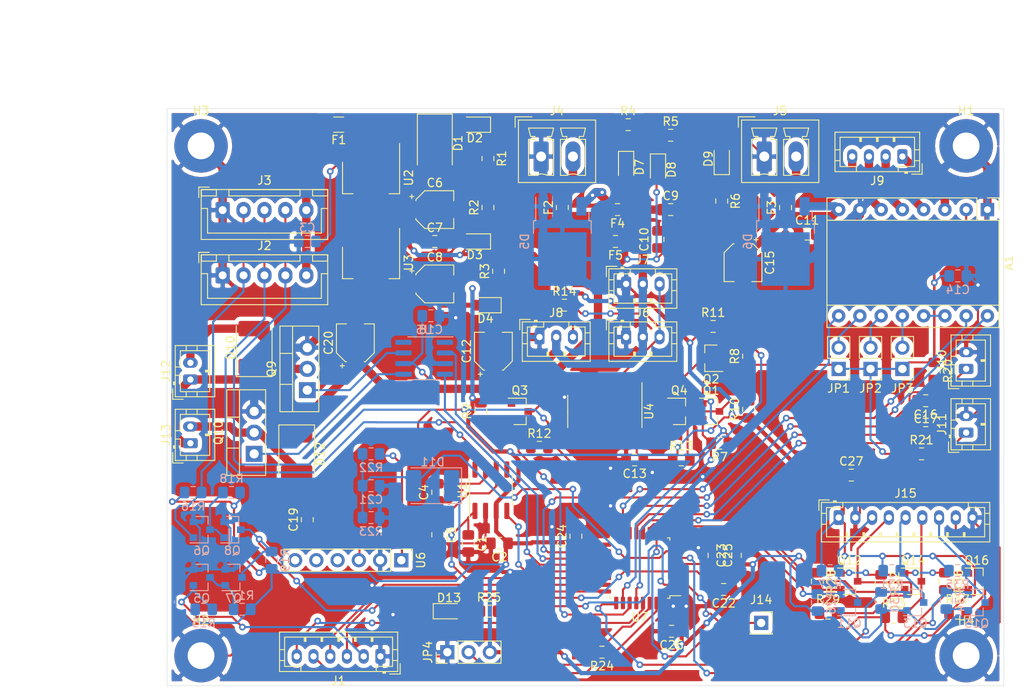
<source format=kicad_pcb>
(kicad_pcb (version 20171130) (host pcbnew 5.1.6)
  (layers (0 F.Cu signal) (31 B.Cu signal) (34 B.Paste user) (35 F.Paste user) (36 B.SilkS user) (37 F.SilkS user) (38 B.Mask user) (39 F.Mask user) (44 Edge.Cuts user))
  (net 0 "")
  (net 1 /stepper/DIR)
  (net 2 /power_regul/STEPPER_POWER)
  (net 3 /stepper/STEP)
  (net 4 GND)
  (net 5 /stepper/~RESET)
  (net 6 "Net-(A1-Pad6)")
  (net 7 "Net-(A1-Pad5)")
  (net 8 "Net-(A1-Pad12)")
  (net 9 "Net-(A1-Pad4)")
  (net 10 "Net-(A1-Pad11)")
  (net 11 "Net-(A1-Pad3)")
  (net 12 "Net-(A1-Pad10)")
  (net 13 +3V3)
  (net 14 /stepper/~ENABLE)
  (net 15 /f3/CAN_TX)
  (net 16 "Net-(C3-Pad1)")
  (net 17 "Net-(C4-Pad2)")
  (net 18 "Net-(C5-Pad1)")
  (net 19 +5V)
  (net 20 /power_regul/AX_POWER)
  (net 21 /power_regul/PUMP_POWER)
  (net 22 /f3/FC_D)
  (net 23 /f3/FC_T)
  (net 24 /f3/ADC1_IN2)
  (net 25 /reset_logic/Reset_MCU)
  (net 26 "Net-(D2-Pad1)")
  (net 27 "Net-(D3-Pad1)")
  (net 28 "Net-(D4-Pad1)")
  (net 29 "Net-(D5-Pad3)")
  (net 30 "Net-(D7-Pad1)")
  (net 31 "Net-(D8-Pad1)")
  (net 32 "Net-(D9-Pad1)")
  (net 33 "Net-(D10-Pad2)")
  (net 34 "Net-(D12-Pad2)")
  (net 35 "Net-(D13-Pad2)")
  (net 36 /CAN/+7V_CAN)
  (net 37 "Net-(F2-Pad2)")
  (net 38 "Net-(F3-Pad2)")
  (net 39 /f3/TX_1)
  (net 40 /f3/RX_1)
  (net 41 /f3/TMS)
  (net 42 /f3/TCK)
  (net 43 /reset_logic/Reset_1)
  (net 44 /CAN/NRST)
  (net 45 "Net-(J6-Pad3)")
  (net 46 "Net-(J14-Pad1)")
  (net 47 /color/sheet5ED3CCBC/HV)
  (net 48 /color/sheet5ED3C45C/HV)
  (net 49 /color/sheet5ED3BB89/HV)
  (net 50 /color/sheet5ED37644/HV)
  (net 51 /color/sheet5ED3673B/HV)
  (net 52 /color/holy_bss138/HV)
  (net 53 "Net-(JP4-Pad2)")
  (net 54 "Net-(Q1-Pad3)")
  (net 55 /AX12/DIR)
  (net 56 "Net-(Q2-Pad3)")
  (net 57 /AX12/TX)
  (net 58 "Net-(Q3-Pad3)")
  (net 59 /AX12/RX)
  (net 60 "Net-(Q4-Pad3)")
  (net 61 "Net-(Q5-Pad3)")
  (net 62 "Net-(Q6-Pad3)")
  (net 63 "Net-(Q9-Pad1)")
  (net 64 "Net-(Q10-Pad1)")
  (net 65 /color/S0)
  (net 66 /color/S1)
  (net 67 /color/S2)
  (net 68 /color/S3)
  (net 69 /color/OUT)
  (net 70 /color/LED)
  (net 71 "Net-(R22-Pad2)")
  (net 72 "Net-(R24-Pad1)")
  (net 73 "Net-(R25-Pad2)")
  (net 74 "Net-(U1-Pad8)")
  (net 75 "Net-(U1-Pad5)")
  (net 76 /f3/CAN_RX)
  (net 77 "Net-(U4-Pad11)")
  (net 78 "Net-(U4-Pad8)")
  (net 79 "Net-(U5-Pad8)")
  (net 80 /f3/TIM1_CH3)
  (net 81 /pump/P0)
  (net 82 "Net-(U5-Pad1)")
  (net 83 "Net-(U6-Pad6)")
  (net 84 "Net-(U6-Pad5)")
  (net 85 "Net-(U6-Pad4)")
  (module Connector_PinHeader_2.54mm:PinHeader_1x06_P2.54mm_Vertical (layer F.Cu) (at 123 94 270)
    (fp_text reference U6 (at 0 -2.33 90) (layer F.SilkS))
    (fp_text value MPX5500DP)
    (pad 6 thru_hole oval (at 0 12.7 270) (size 1.7 1.7) (drill 1) (layers *.Cu *.Mask) (net 83 "Net-(U6-Pad6)"))
    (pad 5 thru_hole oval (at 0 10.16 270) (size 1.7 1.7) (drill 1) (layers *.Cu *.Mask) (net 84 "Net-(U6-Pad5)"))
    (pad 4 thru_hole oval (at 0 7.62 270) (size 1.7 1.7) (drill 1) (layers *.Cu *.Mask) (net 85 "Net-(U6-Pad4)"))
    (pad 3 thru_hole oval (at 0 5.08 270) (size 1.7 1.7) (drill 1) (layers *.Cu *.Mask) (net 19 +5V))
    (pad 2 thru_hole oval (at 0 2.54 270) (size 1.7 1.7) (drill 1) (layers *.Cu *.Mask) (net 4 GND))
    (pad 1 thru_hole rect (at 0 0 270) (size 1.7 1.7) (drill 1) (layers *.Cu *.Mask) (net 71 "Net-(R22-Pad2)"))
  )
  (module Connector_PinHeader_2.54mm:PinHeader_1x02_P2.54mm_Vertical (layer F.Cu) (at 182.88 71.12 180)
    (fp_text reference JP3 (at 0 -2.33) (layer F.SilkS))
    (fp_text value Jumper_NO_Small)
    (pad 2 thru_hole oval (at 0 2.54 180) (size 1.7 1.7) (drill 1) (layers *.Cu *.Mask) (net 8 "Net-(A1-Pad12)"))
    (pad 1 thru_hole rect (at 0 0 180) (size 1.7 1.7) (drill 1) (layers *.Cu *.Mask) (net 13 +3V3))
  )
  (module Connector_PinHeader_2.54mm:PinHeader_1x02_P2.54mm_Vertical (layer F.Cu) (at 179.07 71.12 180)
    (fp_text reference JP2 (at 0 -2.33) (layer F.SilkS))
    (fp_text value Jumper_NO_Small)
    (pad 2 thru_hole oval (at 0 2.54 180) (size 1.7 1.7) (drill 1) (layers *.Cu *.Mask) (net 10 "Net-(A1-Pad11)"))
    (pad 1 thru_hole rect (at 0 0 180) (size 1.7 1.7) (drill 1) (layers *.Cu *.Mask) (net 13 +3V3))
  )
  (module Connector_PinHeader_2.54mm:PinHeader_1x02_P2.54mm_Vertical (layer F.Cu) (at 175.26 71.12 180)
    (fp_text reference JP1 (at 0 -2.33) (layer F.SilkS))
    (fp_text value Jumper_NO_Small)
    (pad 2 thru_hole oval (at 0 2.54 180) (size 1.7 1.7) (drill 1) (layers *.Cu *.Mask) (net 12 "Net-(A1-Pad10)"))
    (pad 1 thru_hole rect (at 0 0 180) (size 1.7 1.7) (drill 1) (layers *.Cu *.Mask) (net 13 +3V3))
  )
  (module Connector_JST:JST_PH_B3B-PH-K_1x03_P2.00mm_Vertical (layer F.Cu) (at 149.86 67.31)
    (fp_text reference J6 (at 2 -2.9) (layer F.SilkS))
    (fp_text value AX0)
    (pad 3 thru_hole oval (at 4 0) (size 1.2 1.75) (drill 0.75) (layers *.Cu *.Mask) (net 45 "Net-(J6-Pad3)"))
    (pad 2 thru_hole oval (at 2 0) (size 1.2 1.75) (drill 0.75) (layers *.Cu *.Mask) (net 20 /power_regul/AX_POWER))
    (pad 1 thru_hole roundrect (at 0 0) (size 1.2 1.75) (drill 0.75) (layers *.Cu *.Mask) (roundrect_rratio 0.208333) (net 4 GND))
  )
  (module Capacitor_SMD:CP_Elec_4x5.4 (layer F.Cu) (at 134 69 90)
    (fp_text reference C12 (at 0 -3.2 90) (layer F.SilkS))
    (fp_text value 100u)
    (pad 2 smd roundrect (at 1.8 0 90) (size 2.6 1.6) (layers F.Cu F.Paste F.Mask) (roundrect_rratio 0.15625) (net 4 GND))
    (pad 1 smd roundrect (at -1.8 0 90) (size 2.6 1.6) (layers F.Cu F.Paste F.Mask) (roundrect_rratio 0.15625) (net 20 /power_regul/AX_POWER))
  )
  (module MountingHole:MountingHole_3.2mm_M3_Pad (layer F.Cu) (at 190.5 105.41)
    (fp_text reference H4 (at 0 -4.2) (layer F.SilkS))
    (fp_text value MountingHole_Pad)
    (pad 1 thru_hole circle (at 0 0) (size 6.4 6.4) (drill 3.2) (layers *.Cu *.Mask) (net 4 GND))
  )
  (module MountingHole:MountingHole_3.2mm_M3_Pad (layer F.Cu) (at 99.06 44.45)
    (fp_text reference H3 (at 0 -4.2) (layer F.SilkS))
    (fp_text value MountingHole_Pad)
    (pad 1 thru_hole circle (at 0 0) (size 6.4 6.4) (drill 3.2) (layers *.Cu *.Mask) (net 4 GND))
  )
  (module MountingHole:MountingHole_3.2mm_M3_Pad (layer F.Cu) (at 99.06 105.41)
    (fp_text reference H2 (at 0 -4.2) (layer F.SilkS))
    (fp_text value MountingHole_Pad)
    (pad 1 thru_hole circle (at 0 0) (size 6.4 6.4) (drill 3.2) (layers *.Cu *.Mask) (net 4 GND))
  )
  (module MountingHole:MountingHole_3.2mm_M3_Pad (layer F.Cu) (at 190.5 44.45)
    (fp_text reference H1 (at 0 -4.2) (layer F.SilkS))
    (fp_text value MountingHole_Pad)
    (pad 1 thru_hole circle (at 0 0) (size 6.4 6.4) (drill 3.2) (layers *.Cu *.Mask) (net 4 GND))
  )
  (module Package_QFP:LQFP-32_7x7mm_P0.8mm (layer F.Cu) (at 151.48 94.94 180)
    (fp_text reference U7 (at 0 -5.88 180) (layer F.SilkS))
    (fp_text value STM32F303K8Tx)
    (pad 32 smd roundrect (at -2.8 -4.175 180) (size 0.5 1.5) (layers F.Cu F.Paste F.Mask) (net 4 GND))
    (pad 31 smd roundrect (at -2 -4.175 180) (size 0.5 1.5) (layers F.Cu F.Paste F.Mask) (net 72 "Net-(R24-Pad1)"))
    (pad 30 smd roundrect (at -1.2 -4.175 180) (size 0.5 1.5) (layers F.Cu F.Paste F.Mask) (net 40 /f3/RX_1))
    (pad 29 smd roundrect (at -0.4 -4.175 180) (size 0.5 1.5) (layers F.Cu F.Paste F.Mask) (net 39 /f3/TX_1))
    (pad 28 smd roundrect (at 0.4 -4.175 180) (size 0.5 1.5) (layers F.Cu F.Paste F.Mask) (net 55 /AX12/DIR))
    (pad 27 smd roundrect (at 1.2 -4.175 180) (size 0.5 1.5) (layers F.Cu F.Paste F.Mask) (net 59 /AX12/RX))
    (pad 26 smd roundrect (at 2 -4.175 180) (size 0.5 1.5) (layers F.Cu F.Paste F.Mask) (net 57 /AX12/TX))
    (pad 25 smd roundrect (at 2.8 -4.175 180) (size 0.5 1.5) (layers F.Cu F.Paste F.Mask) (net 70 /color/LED))
    (pad 24 smd roundrect (at 4.175 -2.8 180) (size 1.5 0.5) (layers F.Cu F.Paste F.Mask) (net 42 /f3/TCK))
    (pad 23 smd roundrect (at 4.175 -2 180) (size 1.5 0.5) (layers F.Cu F.Paste F.Mask) (net 41 /f3/TMS))
    (pad 22 smd roundrect (at 4.175 -1.2 180) (size 1.5 0.5) (layers F.Cu F.Paste F.Mask) (net 15 /f3/CAN_TX))
    (pad 21 smd roundrect (at 4.175 -0.4 180) (size 1.5 0.5) (layers F.Cu F.Paste F.Mask) (net 76 /f3/CAN_RX))
    (pad 20 smd roundrect (at 4.175 0.4 180) (size 1.5 0.5) (layers F.Cu F.Paste F.Mask) (net 80 /f3/TIM1_CH3))
    (pad 19 smd roundrect (at 4.175 1.2 180) (size 1.5 0.5) (layers F.Cu F.Paste F.Mask) (net 81 /pump/P0))
    (pad 18 smd roundrect (at 4.175 2 180) (size 1.5 0.5) (layers F.Cu F.Paste F.Mask) (net 3 /stepper/STEP))
    (pad 17 smd roundrect (at 4.175 2.8 180) (size 1.5 0.5) (layers F.Cu F.Paste F.Mask) (net 13 +3V3))
    (pad 16 smd roundrect (at 2.8 4.175 180) (size 0.5 1.5) (layers F.Cu F.Paste F.Mask) (net 4 GND))
    (pad 15 smd roundrect (at 2 4.175 180) (size 0.5 1.5) (layers F.Cu F.Paste F.Mask) (net 14 /stepper/~ENABLE))
    (pad 14 smd roundrect (at 1.2 4.175 180) (size 0.5 1.5) (layers F.Cu F.Paste F.Mask) (net 1 /stepper/DIR))
    (pad 13 smd roundrect (at 0.4 4.175 180) (size 0.5 1.5) (layers F.Cu F.Paste F.Mask) (net 22 /f3/FC_D))
    (pad 12 smd roundrect (at -0.4 4.175 180) (size 0.5 1.5) (layers F.Cu F.Paste F.Mask) (net 23 /f3/FC_T))
    (pad 11 smd roundrect (at -1.2 4.175 180) (size 0.5 1.5) (layers F.Cu F.Paste F.Mask) (net 68 /color/S3))
    (pad 10 smd roundrect (at -2 4.175 180) (size 0.5 1.5) (layers F.Cu F.Paste F.Mask) (net 67 /color/S2))
    (pad 9 smd roundrect (at -2.8 4.175 180) (size 0.5 1.5) (layers F.Cu F.Paste F.Mask) (net 66 /color/S1))
    (pad 8 smd roundrect (at -4.175 2.8 180) (size 1.5 0.5) (layers F.Cu F.Paste F.Mask) (net 65 /color/S0))
    (pad 7 smd roundrect (at -4.175 2 180) (size 1.5 0.5) (layers F.Cu F.Paste F.Mask) (net 24 /f3/ADC1_IN2))
    (pad 6 smd roundrect (at -4.175 1.2 180) (size 1.5 0.5) (layers F.Cu F.Paste F.Mask) (net 69 /color/OUT))
    (pad 5 smd roundrect (at -4.175 0.4 180) (size 1.5 0.5) (layers F.Cu F.Paste F.Mask) (net 13 +3V3))
    (pad 4 smd roundrect (at -4.175 -0.4 180) (size 1.5 0.5) (layers F.Cu F.Paste F.Mask) (net 25 /reset_logic/Reset_MCU))
    (pad 3 smd roundrect (at -4.175 -1.2 180) (size 1.5 0.5) (layers F.Cu F.Paste F.Mask) (net 46 "Net-(J14-Pad1)"))
    (pad 2 smd roundrect (at -4.175 -2 180) (size 1.5 0.5) (layers F.Cu F.Paste F.Mask) (net 73 "Net-(R25-Pad2)"))
    (pad 1 smd roundrect (at -4.175 -2.8 180) (size 1.5 0.5) (layers F.Cu F.Paste F.Mask) (net 13 +3V3))
  )
  (module Package_SO:SOIC-8_3.9x4.9mm_P1.27mm (layer B.Cu) (at 125.73 69.85 180)
    (fp_text reference U5 (at 0 3.4) (layer B.SilkS) (effects (justify mirror)))
    (fp_text value MC34152)
    (pad 8 smd roundrect (at 2.475 1.905 180) (size 1.95 0.6) (layers B.Cu B.Paste B.Mask) (net 79 "Net-(U5-Pad8)"))
    (pad 7 smd roundrect (at 2.475 0.635 180) (size 1.95 0.6) (layers B.Cu B.Paste B.Mask) (net 63 "Net-(Q9-Pad1)"))
    (pad 6 smd roundrect (at 2.475 -0.635 180) (size 1.95 0.6) (layers B.Cu B.Paste B.Mask) (net 21 /power_regul/PUMP_POWER))
    (pad 5 smd roundrect (at 2.475 -1.905 180) (size 1.95 0.6) (layers B.Cu B.Paste B.Mask) (net 64 "Net-(Q10-Pad1)"))
    (pad 4 smd roundrect (at -2.475 -1.905 180) (size 1.95 0.6) (layers B.Cu B.Paste B.Mask) (net 80 /f3/TIM1_CH3))
    (pad 3 smd roundrect (at -2.475 -0.635 180) (size 1.95 0.6) (layers B.Cu B.Paste B.Mask) (net 4 GND))
    (pad 2 smd roundrect (at -2.475 0.635 180) (size 1.95 0.6) (layers B.Cu B.Paste B.Mask) (net 81 /pump/P0))
    (pad 1 smd roundrect (at -2.475 1.905 180) (size 1.95 0.6) (layers B.Cu B.Paste B.Mask) (net 82 "Net-(U5-Pad1)"))
  )
  (module Package_SO:SOIC-14_3.9x8.7mm_P1.27mm (layer F.Cu) (at 147.32 76.2 270)
    (fp_text reference U4 (at 0 -5.28 90) (layer F.SilkS))
    (fp_text value 74LS126)
    (pad 14 smd roundrect (at 2.475 -3.81 270) (size 1.95 0.6) (layers F.Cu F.Paste F.Mask) (net 19 +5V))
    (pad 13 smd roundrect (at 2.475 -2.54 270) (size 1.95 0.6) (layers F.Cu F.Paste F.Mask) (net 4 GND))
    (pad 12 smd roundrect (at 2.475 -1.27 270) (size 1.95 0.6) (layers F.Cu F.Paste F.Mask) (net 4 GND))
    (pad 11 smd roundrect (at 2.475 0 270) (size 1.95 0.6) (layers F.Cu F.Paste F.Mask) (net 77 "Net-(U4-Pad11)"))
    (pad 10 smd roundrect (at 2.475 1.27 270) (size 1.95 0.6) (layers F.Cu F.Paste F.Mask) (net 4 GND))
    (pad 9 smd roundrect (at 2.475 2.54 270) (size 1.95 0.6) (layers F.Cu F.Paste F.Mask) (net 4 GND))
    (pad 8 smd roundrect (at 2.475 3.81 270) (size 1.95 0.6) (layers F.Cu F.Paste F.Mask) (net 78 "Net-(U4-Pad8)"))
    (pad 7 smd roundrect (at -2.475 3.81 270) (size 1.95 0.6) (layers F.Cu F.Paste F.Mask) (net 4 GND))
    (pad 6 smd roundrect (at -2.475 2.54 270) (size 1.95 0.6) (layers F.Cu F.Paste F.Mask) (net 58 "Net-(Q3-Pad3)"))
    (pad 5 smd roundrect (at -2.475 1.27 270) (size 1.95 0.6) (layers F.Cu F.Paste F.Mask) (net 45 "Net-(J6-Pad3)"))
    (pad 4 smd roundrect (at -2.475 0 270) (size 1.95 0.6) (layers F.Cu F.Paste F.Mask) (net 60 "Net-(Q4-Pad3)"))
    (pad 3 smd roundrect (at -2.475 -1.27 270) (size 1.95 0.6) (layers F.Cu F.Paste F.Mask) (net 45 "Net-(J6-Pad3)"))
    (pad 2 smd roundrect (at -2.475 -2.54 270) (size 1.95 0.6) (layers F.Cu F.Paste F.Mask) (net 56 "Net-(Q2-Pad3)"))
    (pad 1 smd roundrect (at -2.475 -3.81 270) (size 1.95 0.6) (layers F.Cu F.Paste F.Mask) (net 54 "Net-(Q1-Pad3)"))
  )
  (module Package_TO_SOT_SMD:SOT-223-3_TabPin2 (layer F.Cu) (at 119.38 58.42 270)
    (fp_text reference U3 (at 0 -4.5 90) (layer F.SilkS))
    (fp_text value LD1117S33TR_SOT223)
    (pad 1 smd rect (at -3.15 -2.3 270) (size 2 1.5) (layers F.Cu F.Paste F.Mask) (net 4 GND))
    (pad 3 smd rect (at -3.15 2.3 270) (size 2 1.5) (layers F.Cu F.Paste F.Mask) (net 19 +5V))
    (pad 2 smd rect (at -3.15 0 270) (size 2 1.5) (layers F.Cu F.Paste F.Mask) (net 13 +3V3))
    (pad 2 smd rect (at 3.15 0 270) (size 2 3.8) (layers F.Cu F.Paste F.Mask) (net 13 +3V3))
  )
  (module Package_TO_SOT_SMD:SOT-223-3_TabPin2 (layer F.Cu) (at 119.38 48.26 270)
    (fp_text reference U2 (at 0 -4.5 90) (layer F.SilkS))
    (fp_text value LD1117S50TR_SOT223)
    (pad 1 smd rect (at -3.15 -2.3 270) (size 2 1.5) (layers F.Cu F.Paste F.Mask) (net 4 GND))
    (pad 3 smd rect (at -3.15 2.3 270) (size 2 1.5) (layers F.Cu F.Paste F.Mask) (net 16 "Net-(C3-Pad1)"))
    (pad 2 smd rect (at -3.15 0 270) (size 2 1.5) (layers F.Cu F.Paste F.Mask) (net 19 +5V))
    (pad 2 smd rect (at 3.15 0 270) (size 2 3.8) (layers F.Cu F.Paste F.Mask) (net 19 +5V))
  )
  (module Package_SO:SOIC-8_3.9x4.9mm_P1.27mm (layer F.Cu) (at 133.7 85.63 90)
    (fp_text reference U1 (at 0 -3.4 90) (layer F.SilkS))
    (fp_text value TCAN332)
    (pad 8 smd roundrect (at 2.475 -1.905 90) (size 1.95 0.6) (layers F.Cu F.Paste F.Mask) (net 74 "Net-(U1-Pad8)"))
    (pad 7 smd roundrect (at 2.475 -0.635 90) (size 1.95 0.6) (layers F.Cu F.Paste F.Mask) (net 17 "Net-(C4-Pad2)"))
    (pad 6 smd roundrect (at 2.475 0.635 90) (size 1.95 0.6) (layers F.Cu F.Paste F.Mask) (net 18 "Net-(C5-Pad1)"))
    (pad 5 smd roundrect (at 2.475 1.905 90) (size 1.95 0.6) (layers F.Cu F.Paste F.Mask) (net 75 "Net-(U1-Pad5)"))
    (pad 4 smd roundrect (at -2.475 1.905 90) (size 1.95 0.6) (layers F.Cu F.Paste F.Mask) (net 76 /f3/CAN_RX))
    (pad 3 smd roundrect (at -2.475 0.635 90) (size 1.95 0.6) (layers F.Cu F.Paste F.Mask) (net 13 +3V3))
    (pad 2 smd roundrect (at -2.475 -0.635 90) (size 1.95 0.6) (layers F.Cu F.Paste F.Mask) (net 4 GND))
    (pad 1 smd roundrect (at -2.475 -1.905 90) (size 1.95 0.6) (layers F.Cu F.Paste F.Mask) (net 15 /f3/CAN_TX))
  )
  (module Resistor_SMD:R_0805_2012Metric_Pad1.15x1.40mm_HandSolder (layer F.Cu) (at 189.475 100.33)
    (fp_text reference R37 (at 0 -1.65) (layer F.SilkS))
    (fp_text value 10k)
    (pad 2 smd roundrect (at 1.025 0) (size 1.15 1.4) (layers F.Cu F.Paste F.Mask) (roundrect_rratio 0.217391) (net 47 /color/sheet5ED3CCBC/HV))
    (pad 1 smd roundrect (at -1.025 0) (size 1.15 1.4) (layers F.Cu F.Paste F.Mask) (roundrect_rratio 0.217391) (net 19 +5V))
  )
  (module Resistor_SMD:R_0805_2012Metric_Pad1.15x1.40mm_HandSolder (layer F.Cu) (at 187.96 96.52 270)
    (fp_text reference R36 (at 0 -1.65 90) (layer F.SilkS))
    (fp_text value 10k)
    (pad 2 smd roundrect (at 1.025 0 270) (size 1.15 1.4) (layers F.Cu F.Paste F.Mask) (roundrect_rratio 0.217391) (net 70 /color/LED))
    (pad 1 smd roundrect (at -1.025 0 270) (size 1.15 1.4) (layers F.Cu F.Paste F.Mask) (roundrect_rratio 0.217391) (net 13 +3V3))
  )
  (module Resistor_SMD:R_0805_2012Metric_Pad1.15x1.40mm_HandSolder (layer B.Cu) (at 189.475 95.25)
    (fp_text reference R35 (at 0 1.65) (layer B.SilkS) (effects (justify mirror)))
    (fp_text value 10k)
    (pad 2 smd roundrect (at 1.025 0) (size 1.15 1.4) (layers B.Cu B.Paste B.Mask) (roundrect_rratio 0.217391) (net 48 /color/sheet5ED3C45C/HV))
    (pad 1 smd roundrect (at -1.025 0) (size 1.15 1.4) (layers B.Cu B.Paste B.Mask) (roundrect_rratio 0.217391) (net 19 +5V))
  )
  (module Resistor_SMD:R_0805_2012Metric_Pad1.15x1.40mm_HandSolder (layer B.Cu) (at 188.125 98.815 90)
    (fp_text reference R34 (at 0 1.65 -90) (layer B.SilkS) (effects (justify mirror)))
    (fp_text value 10k)
    (pad 2 smd roundrect (at 1.025 0 90) (size 1.15 1.4) (layers B.Cu B.Paste B.Mask) (roundrect_rratio 0.217391) (net 69 /color/OUT))
    (pad 1 smd roundrect (at -1.025 0 90) (size 1.15 1.4) (layers B.Cu B.Paste B.Mask) (roundrect_rratio 0.217391) (net 13 +3V3))
  )
  (module Resistor_SMD:R_0805_2012Metric_Pad1.15x1.40mm_HandSolder (layer F.Cu) (at 181.855 100.82)
    (fp_text reference R33 (at 0 -1.65) (layer F.SilkS))
    (fp_text value 10k)
    (pad 2 smd roundrect (at 1.025 0) (size 1.15 1.4) (layers F.Cu F.Paste F.Mask) (roundrect_rratio 0.217391) (net 49 /color/sheet5ED3BB89/HV))
    (pad 1 smd roundrect (at -1.025 0) (size 1.15 1.4) (layers F.Cu F.Paste F.Mask) (roundrect_rratio 0.217391) (net 19 +5V))
  )
  (module Resistor_SMD:R_0805_2012Metric_Pad1.15x1.40mm_HandSolder (layer F.Cu) (at 180.34 96.765 270)
    (fp_text reference R32 (at 0 -1.65 90) (layer F.SilkS))
    (fp_text value 10k)
    (pad 2 smd roundrect (at 1.025 0 270) (size 1.15 1.4) (layers F.Cu F.Paste F.Mask) (roundrect_rratio 0.217391) (net 68 /color/S3))
    (pad 1 smd roundrect (at -1.025 0 270) (size 1.15 1.4) (layers F.Cu F.Paste F.Mask) (roundrect_rratio 0.217391) (net 13 +3V3))
  )
  (module Resistor_SMD:R_0805_2012Metric_Pad1.15x1.40mm_HandSolder (layer B.Cu) (at 181.61 95.25)
    (fp_text reference R31 (at 0 1.65) (layer B.SilkS) (effects (justify mirror)))
    (fp_text value 10k)
    (pad 2 smd roundrect (at 1.025 0) (size 1.15 1.4) (layers B.Cu B.Paste B.Mask) (roundrect_rratio 0.217391) (net 50 /color/sheet5ED37644/HV))
    (pad 1 smd roundrect (at -1.025 0) (size 1.15 1.4) (layers B.Cu B.Paste B.Mask) (roundrect_rratio 0.217391) (net 19 +5V))
  )
  (module Resistor_SMD:R_0805_2012Metric_Pad1.15x1.40mm_HandSolder (layer B.Cu) (at 180.34 98.815 90)
    (fp_text reference R30 (at 0 1.65 -90) (layer B.SilkS) (effects (justify mirror)))
    (fp_text value 10k)
    (pad 2 smd roundrect (at 1.025 0 90) (size 1.15 1.4) (layers B.Cu B.Paste B.Mask) (roundrect_rratio 0.217391) (net 67 /color/S2))
    (pad 1 smd roundrect (at -1.025 0 90) (size 1.15 1.4) (layers B.Cu B.Paste B.Mask) (roundrect_rratio 0.217391) (net 13 +3V3))
  )
  (module Resistor_SMD:R_0805_2012Metric_Pad1.15x1.40mm_HandSolder (layer F.Cu) (at 173.99 100.33)
    (fp_text reference R29 (at 0 -1.65) (layer F.SilkS))
    (fp_text value 10k)
    (pad 2 smd roundrect (at 1.025 0) (size 1.15 1.4) (layers F.Cu F.Paste F.Mask) (roundrect_rratio 0.217391) (net 51 /color/sheet5ED3673B/HV))
    (pad 1 smd roundrect (at -1.025 0) (size 1.15 1.4) (layers F.Cu F.Paste F.Mask) (roundrect_rratio 0.217391) (net 19 +5V))
  )
  (module Resistor_SMD:R_0805_2012Metric_Pad1.15x1.40mm_HandSolder (layer F.Cu) (at 172.72 96.52 270)
    (fp_text reference R28 (at 0 -1.65 90) (layer F.SilkS))
    (fp_text value 10k)
    (pad 2 smd roundrect (at 1.025 0 270) (size 1.15 1.4) (layers F.Cu F.Paste F.Mask) (roundrect_rratio 0.217391) (net 66 /color/S1))
    (pad 1 smd roundrect (at -1.025 0 270) (size 1.15 1.4) (layers F.Cu F.Paste F.Mask) (roundrect_rratio 0.217391) (net 13 +3V3))
  )
  (module Resistor_SMD:R_0805_2012Metric_Pad1.15x1.40mm_HandSolder (layer B.Cu) (at 174.235 95.25)
    (fp_text reference R27 (at 0 1.65) (layer B.SilkS) (effects (justify mirror)))
    (fp_text value 10k)
    (pad 2 smd roundrect (at 1.025 0) (size 1.15 1.4) (layers B.Cu B.Paste B.Mask) (roundrect_rratio 0.217391) (net 52 /color/holy_bss138/HV))
    (pad 1 smd roundrect (at -1.025 0) (size 1.15 1.4) (layers B.Cu B.Paste B.Mask) (roundrect_rratio 0.217391) (net 19 +5V))
  )
  (module Resistor_SMD:R_0805_2012Metric_Pad1.15x1.40mm_HandSolder (layer B.Cu) (at 172.72 99.06 90)
    (fp_text reference R26 (at 0 1.65 -90) (layer B.SilkS) (effects (justify mirror)))
    (fp_text value 10k)
    (pad 2 smd roundrect (at 1.025 0 90) (size 1.15 1.4) (layers B.Cu B.Paste B.Mask) (roundrect_rratio 0.217391) (net 65 /color/S0))
    (pad 1 smd roundrect (at -1.025 0 90) (size 1.15 1.4) (layers B.Cu B.Paste B.Mask) (roundrect_rratio 0.217391) (net 13 +3V3))
  )
  (module Resistor_SMD:R_0805_2012Metric_Pad1.15x1.40mm_HandSolder (layer F.Cu) (at 133.47 100.1)
    (fp_text reference R25 (at 0 -1.65) (layer F.SilkS))
    (fp_text value 1kR)
    (pad 2 smd roundrect (at 1.025 0) (size 1.15 1.4) (layers F.Cu F.Paste F.Mask) (roundrect_rratio 0.217391) (net 73 "Net-(R25-Pad2)"))
    (pad 1 smd roundrect (at -1.025 0) (size 1.15 1.4) (layers F.Cu F.Paste F.Mask) (roundrect_rratio 0.217391) (net 35 "Net-(D13-Pad2)"))
  )
  (module Resistor_SMD:R_0805_2012Metric_Pad1.15x1.40mm_HandSolder (layer F.Cu) (at 146.975 105 180)
    (fp_text reference R24 (at 0 -1.65) (layer F.SilkS))
    (fp_text value 10kR)
    (pad 2 smd roundrect (at 1.025 0 180) (size 1.15 1.4) (layers F.Cu F.Paste F.Mask) (roundrect_rratio 0.217391) (net 53 "Net-(JP4-Pad2)"))
    (pad 1 smd roundrect (at -1.025 0 180) (size 1.15 1.4) (layers F.Cu F.Paste F.Mask) (roundrect_rratio 0.217391) (net 72 "Net-(R24-Pad1)"))
  )
  (module Resistor_SMD:R_0805_2012Metric_Pad1.15x1.40mm_HandSolder (layer B.Cu) (at 119.38 88.9)
    (fp_text reference R23 (at 0 1.65) (layer B.SilkS) (effects (justify mirror)))
    (fp_text value 30k)
    (pad 2 smd roundrect (at 1.025 0) (size 1.15 1.4) (layers B.Cu B.Paste B.Mask) (roundrect_rratio 0.217391) (net 4 GND))
    (pad 1 smd roundrect (at -1.025 0) (size 1.15 1.4) (layers B.Cu B.Paste B.Mask) (roundrect_rratio 0.217391) (net 24 /f3/ADC1_IN2))
  )
  (module Resistor_SMD:R_0805_2012Metric_Pad1.15x1.40mm_HandSolder (layer B.Cu) (at 119.38 81.28)
    (fp_text reference R22 (at 0 1.65) (layer B.SilkS) (effects (justify mirror)))
    (fp_text value 20k)
    (pad 2 smd roundrect (at 1.025 0) (size 1.15 1.4) (layers B.Cu B.Paste B.Mask) (roundrect_rratio 0.217391) (net 71 "Net-(R22-Pad2)"))
    (pad 1 smd roundrect (at -1.025 0) (size 1.15 1.4) (layers B.Cu B.Paste B.Mask) (roundrect_rratio 0.217391) (net 24 /f3/ADC1_IN2))
  )
  (module Resistor_SMD:R_0805_2012Metric_Pad1.15x1.40mm_HandSolder (layer F.Cu) (at 185.175 81.28)
    (fp_text reference R21 (at 0 -1.65) (layer F.SilkS))
    (fp_text value 10k)
    (pad 2 smd roundrect (at 1.025 0) (size 1.15 1.4) (layers F.Cu F.Paste F.Mask) (roundrect_rratio 0.217391) (net 23 /f3/FC_T))
    (pad 1 smd roundrect (at -1.025 0) (size 1.15 1.4) (layers F.Cu F.Paste F.Mask) (roundrect_rratio 0.217391) (net 13 +3V3))
  )
  (module Resistor_SMD:R_0805_2012Metric_Pad1.15x1.40mm_HandSolder (layer F.Cu) (at 186.69 71.365 270)
    (fp_text reference R20 (at 0 -1.65 270) (layer F.SilkS))
    (fp_text value 10k)
    (pad 2 smd roundrect (at 1.025 0 270) (size 1.15 1.4) (layers F.Cu F.Paste F.Mask) (roundrect_rratio 0.217391) (net 22 /f3/FC_D))
    (pad 1 smd roundrect (at -1.025 0 270) (size 1.15 1.4) (layers F.Cu F.Paste F.Mask) (roundrect_rratio 0.217391) (net 13 +3V3))
  )
  (module Resistor_SMD:R_0805_2012Metric_Pad1.15x1.40mm_HandSolder (layer B.Cu) (at 107.5 94 90)
    (fp_text reference R19 (at 0 1.65 -90) (layer B.SilkS) (effects (justify mirror)))
    (fp_text value 10k)
    (pad 2 smd roundrect (at 1.025 0 90) (size 1.15 1.4) (layers B.Cu B.Paste B.Mask) (roundrect_rratio 0.217391) (net 25 /reset_logic/Reset_MCU))
    (pad 1 smd roundrect (at -1.025 0 90) (size 1.15 1.4) (layers B.Cu B.Paste B.Mask) (roundrect_rratio 0.217391) (net 13 +3V3))
  )
  (module Resistor_SMD:R_0805_2012Metric_Pad1.15x1.40mm_HandSolder (layer B.Cu) (at 102.705 85.9 180)
    (fp_text reference R18 (at 0 1.65) (layer B.SilkS) (effects (justify mirror)))
    (fp_text value 10k)
    (pad 2 smd roundrect (at 1.025 0 180) (size 1.15 1.4) (layers B.Cu B.Paste B.Mask) (roundrect_rratio 0.217391) (net 62 "Net-(Q6-Pad3)"))
    (pad 1 smd roundrect (at -1.025 0 180) (size 1.15 1.4) (layers B.Cu B.Paste B.Mask) (roundrect_rratio 0.217391) (net 13 +3V3))
  )
  (module Resistor_SMD:R_0805_2012Metric_Pad1.15x1.40mm_HandSolder (layer B.Cu) (at 103.975 99.87 180)
    (fp_text reference R17 (at 0 1.65) (layer B.SilkS) (effects (justify mirror)))
    (fp_text value 10k)
    (pad 2 smd roundrect (at 1.025 0 180) (size 1.15 1.4) (layers B.Cu B.Paste B.Mask) (roundrect_rratio 0.217391) (net 61 "Net-(Q5-Pad3)"))
    (pad 1 smd roundrect (at -1.025 0 180) (size 1.15 1.4) (layers B.Cu B.Paste B.Mask) (roundrect_rratio 0.217391) (net 13 +3V3))
  )
  (module Resistor_SMD:R_0805_2012Metric_Pad1.15x1.40mm_HandSolder (layer B.Cu) (at 98.115 85.9)
    (fp_text reference R16 (at 0 1.65) (layer B.SilkS) (effects (justify mirror)))
    (fp_text value 10k)
    (pad 2 smd roundrect (at 1.025 0) (size 1.15 1.4) (layers B.Cu B.Paste B.Mask) (roundrect_rratio 0.217391) (net 44 /CAN/NRST))
    (pad 1 smd roundrect (at -1.025 0) (size 1.15 1.4) (layers B.Cu B.Paste B.Mask) (roundrect_rratio 0.217391) (net 13 +3V3))
  )
  (module Resistor_SMD:R_0805_2012Metric_Pad1.15x1.40mm_HandSolder (layer B.Cu) (at 99.385 99.87)
    (fp_text reference R15 (at 0 1.65) (layer B.SilkS) (effects (justify mirror)))
    (fp_text value 10k)
    (pad 2 smd roundrect (at 1.025 0) (size 1.15 1.4) (layers B.Cu B.Paste B.Mask) (roundrect_rratio 0.217391) (net 43 /reset_logic/Reset_1))
    (pad 1 smd roundrect (at -1.025 0) (size 1.15 1.4) (layers B.Cu B.Paste B.Mask) (roundrect_rratio 0.217391) (net 13 +3V3))
  )
  (module Resistor_SMD:R_0805_2012Metric_Pad1.15x1.40mm_HandSolder (layer F.Cu) (at 142.485 63.5)
    (fp_text reference R14 (at 0 -1.65) (layer F.SilkS))
    (fp_text value 10k)
    (pad 2 smd roundrect (at 1.025 0) (size 1.15 1.4) (layers F.Cu F.Paste F.Mask) (roundrect_rratio 0.217391) (net 45 "Net-(J6-Pad3)"))
    (pad 1 smd roundrect (at -1.025 0) (size 1.15 1.4) (layers F.Cu F.Paste F.Mask) (roundrect_rratio 0.217391) (net 19 +5V))
  )
  (module Resistor_SMD:R_0805_2012Metric_Pad1.15x1.40mm_HandSolder (layer F.Cu) (at 156.455 82)
    (fp_text reference R13 (at 0 -1.65) (layer F.SilkS))
    (fp_text value 10k)
    (pad 2 smd roundrect (at 1.025 0) (size 1.15 1.4) (layers F.Cu F.Paste F.Mask) (roundrect_rratio 0.217391) (net 60 "Net-(Q4-Pad3)"))
    (pad 1 smd roundrect (at -1.025 0) (size 1.15 1.4) (layers F.Cu F.Paste F.Mask) (roundrect_rratio 0.217391) (net 19 +5V))
  )
  (module Resistor_SMD:R_0805_2012Metric_Pad1.15x1.40mm_HandSolder (layer F.Cu) (at 139.5 80.5)
    (fp_text reference R12 (at 0 -1.65) (layer F.SilkS))
    (fp_text value 10k)
    (pad 2 smd roundrect (at 1.025 0) (size 1.15 1.4) (layers F.Cu F.Paste F.Mask) (roundrect_rratio 0.217391) (net 19 +5V))
    (pad 1 smd roundrect (at -1.025 0) (size 1.15 1.4) (layers F.Cu F.Paste F.Mask) (roundrect_rratio 0.217391) (net 58 "Net-(Q3-Pad3)"))
  )
  (module Resistor_SMD:R_0805_2012Metric_Pad1.15x1.40mm_HandSolder (layer F.Cu) (at 160.265 66.04)
    (fp_text reference R11 (at 0 -1.65) (layer F.SilkS))
    (fp_text value 10k)
    (pad 2 smd roundrect (at 1.025 0) (size 1.15 1.4) (layers F.Cu F.Paste F.Mask) (roundrect_rratio 0.217391) (net 56 "Net-(Q2-Pad3)"))
    (pad 1 smd roundrect (at -1.025 0) (size 1.15 1.4) (layers F.Cu F.Paste F.Mask) (roundrect_rratio 0.217391) (net 19 +5V))
  )
  (module Resistor_SMD:R_0805_2012Metric_Pad1.15x1.40mm_HandSolder (layer F.Cu) (at 164.5 75.955 90)
    (fp_text reference R10 (at 0 -1.65 90) (layer F.SilkS))
    (fp_text value 10k)
    (pad 2 smd roundrect (at 1.025 0 90) (size 1.15 1.4) (layers F.Cu F.Paste F.Mask) (roundrect_rratio 0.217391) (net 54 "Net-(Q1-Pad3)"))
    (pad 1 smd roundrect (at -1.025 0 90) (size 1.15 1.4) (layers F.Cu F.Paste F.Mask) (roundrect_rratio 0.217391) (net 19 +5V))
  )
  (module Resistor_SMD:R_0805_2012Metric_Pad1.15x1.40mm_HandSolder (layer F.Cu) (at 132.5 76.2 90)
    (fp_text reference R9 (at 0 -1.65 90) (layer F.SilkS))
    (fp_text value 10k)
    (pad 2 smd roundrect (at 1.025 0 90) (size 1.15 1.4) (layers F.Cu F.Paste F.Mask) (roundrect_rratio 0.217391) (net 13 +3V3))
    (pad 1 smd roundrect (at -1.025 0 90) (size 1.15 1.4) (layers F.Cu F.Paste F.Mask) (roundrect_rratio 0.217391) (net 59 /AX12/RX))
  )
  (module Resistor_SMD:R_0805_2012Metric_Pad1.15x1.40mm_HandSolder (layer F.Cu) (at 164.5 69.605 90)
    (fp_text reference R8 (at 0 -1.65 90) (layer F.SilkS))
    (fp_text value 10k)
    (pad 2 smd roundrect (at 1.025 0 90) (size 1.15 1.4) (layers F.Cu F.Paste F.Mask) (roundrect_rratio 0.217391) (net 57 /AX12/TX))
    (pad 1 smd roundrect (at -1.025 0 90) (size 1.15 1.4) (layers F.Cu F.Paste F.Mask) (roundrect_rratio 0.217391) (net 13 +3V3))
  )
  (module Resistor_SMD:R_0805_2012Metric_Pad1.15x1.40mm_HandSolder (layer F.Cu) (at 161.045 80.01 180)
    (fp_text reference R7 (at 0 -1.65) (layer F.SilkS))
    (fp_text value 10k)
    (pad 2 smd roundrect (at 1.025 0 180) (size 1.15 1.4) (layers F.Cu F.Paste F.Mask) (roundrect_rratio 0.217391) (net 55 /AX12/DIR))
    (pad 1 smd roundrect (at -1.025 0 180) (size 1.15 1.4) (layers F.Cu F.Paste F.Mask) (roundrect_rratio 0.217391) (net 13 +3V3))
  )
  (module Resistor_SMD:R_0805_2012Metric_Pad1.15x1.40mm_HandSolder (layer F.Cu) (at 161.29 51.045 270)
    (fp_text reference R6 (at 0 -1.65 90) (layer F.SilkS))
    (fp_text value R_LED)
    (pad 2 smd roundrect (at 1.025 0 270) (size 1.15 1.4) (layers F.Cu F.Paste F.Mask) (roundrect_rratio 0.217391) (net 4 GND))
    (pad 1 smd roundrect (at -1.025 0 270) (size 1.15 1.4) (layers F.Cu F.Paste F.Mask) (roundrect_rratio 0.217391) (net 32 "Net-(D9-Pad1)"))
  )
  (module Resistor_SMD:R_0805_2012Metric_Pad1.15x1.40mm_HandSolder (layer F.Cu) (at 155.185 43.18)
    (fp_text reference R5 (at 0 -1.65) (layer F.SilkS))
    (fp_text value R_LED)
    (pad 2 smd roundrect (at 1.025 0) (size 1.15 1.4) (layers F.Cu F.Paste F.Mask) (roundrect_rratio 0.217391) (net 4 GND))
    (pad 1 smd roundrect (at -1.025 0) (size 1.15 1.4) (layers F.Cu F.Paste F.Mask) (roundrect_rratio 0.217391) (net 31 "Net-(D8-Pad1)"))
  )
  (module Resistor_SMD:R_0805_2012Metric_Pad1.15x1.40mm_HandSolder (layer F.Cu) (at 150.105 41.91)
    (fp_text reference R4 (at 0 -1.65) (layer F.SilkS))
    (fp_text value R_LED)
    (pad 2 smd roundrect (at 1.025 0) (size 1.15 1.4) (layers F.Cu F.Paste F.Mask) (roundrect_rratio 0.217391) (net 4 GND))
    (pad 1 smd roundrect (at -1.025 0) (size 1.15 1.4) (layers F.Cu F.Paste F.Mask) (roundrect_rratio 0.217391) (net 30 "Net-(D7-Pad1)"))
  )
  (module Resistor_SMD:R_0805_2012Metric_Pad1.15x1.40mm_HandSolder (layer F.Cu) (at 134.62 59.445 90)
    (fp_text reference R3 (at 0 -1.65 90) (layer F.SilkS))
    (fp_text value R_LED)
    (pad 2 smd roundrect (at 1.025 0 90) (size 1.15 1.4) (layers F.Cu F.Paste F.Mask) (roundrect_rratio 0.217391) (net 4 GND))
    (pad 1 smd roundrect (at -1.025 0 90) (size 1.15 1.4) (layers F.Cu F.Paste F.Mask) (roundrect_rratio 0.217391) (net 28 "Net-(D4-Pad1)"))
  )
  (module Resistor_SMD:R_0805_2012Metric_Pad1.15x1.40mm_HandSolder (layer F.Cu) (at 133.35 51.825 90)
    (fp_text reference R2 (at 0 -1.65 90) (layer F.SilkS))
    (fp_text value R_LED)
    (pad 2 smd roundrect (at 1.025 0 90) (size 1.15 1.4) (layers F.Cu F.Paste F.Mask) (roundrect_rratio 0.217391) (net 4 GND))
    (pad 1 smd roundrect (at -1.025 0 90) (size 1.15 1.4) (layers F.Cu F.Paste F.Mask) (roundrect_rratio 0.217391) (net 27 "Net-(D3-Pad1)"))
  )
  (module Resistor_SMD:R_0805_2012Metric_Pad1.15x1.40mm_HandSolder (layer F.Cu) (at 133.35 45.965 270)
    (fp_text reference R1 (at 0 -1.65 90) (layer F.SilkS))
    (fp_text value R_LED)
    (pad 2 smd roundrect (at 1.025 0 270) (size 1.15 1.4) (layers F.Cu F.Paste F.Mask) (roundrect_rratio 0.217391) (net 4 GND))
    (pad 1 smd roundrect (at -1.025 0 270) (size 1.15 1.4) (layers F.Cu F.Paste F.Mask) (roundrect_rratio 0.217391) (net 26 "Net-(D2-Pad1)"))
  )
  (module Package_TO_SOT_SMD:SOT-23 (layer F.Cu) (at 191.77 96.52)
    (fp_text reference Q16 (at 0 -2.5) (layer F.SilkS))
    (fp_text value BSS138)
    (pad 3 smd rect (at 1 0) (size 0.9 0.8) (layers F.Cu F.Paste F.Mask) (net 47 /color/sheet5ED3CCBC/HV))
    (pad 2 smd rect (at -1 0.95) (size 0.9 0.8) (layers F.Cu F.Paste F.Mask) (net 70 /color/LED))
    (pad 1 smd rect (at -1 -0.95) (size 0.9 0.8) (layers F.Cu F.Paste F.Mask) (net 13 +3V3))
  )
  (module Package_TO_SOT_SMD:SOT-23 (layer B.Cu) (at 191.77 99.06)
    (fp_text reference Q15 (at 0 2.5) (layer B.SilkS) (effects (justify mirror)))
    (fp_text value BSS138)
    (pad 3 smd rect (at 1 0) (size 0.9 0.8) (layers B.Cu B.Paste B.Mask) (net 48 /color/sheet5ED3C45C/HV))
    (pad 2 smd rect (at -1 -0.95) (size 0.9 0.8) (layers B.Cu B.Paste B.Mask) (net 69 /color/OUT))
    (pad 1 smd rect (at -1 0.95) (size 0.9 0.8) (layers B.Cu B.Paste B.Mask) (net 13 +3V3))
  )
  (module Package_TO_SOT_SMD:SOT-23 (layer F.Cu) (at 184.15 96.52)
    (fp_text reference Q14 (at 0 -2.5) (layer F.SilkS))
    (fp_text value BSS138)
    (pad 3 smd rect (at 1 0) (size 0.9 0.8) (layers F.Cu F.Paste F.Mask) (net 49 /color/sheet5ED3BB89/HV))
    (pad 2 smd rect (at -1 0.95) (size 0.9 0.8) (layers F.Cu F.Paste F.Mask) (net 68 /color/S3))
    (pad 1 smd rect (at -1 -0.95) (size 0.9 0.8) (layers F.Cu F.Paste F.Mask) (net 13 +3V3))
  )
  (module Package_TO_SOT_SMD:SOT-23 (layer B.Cu) (at 184.42 99.06)
    (fp_text reference Q13 (at 0 2.5) (layer B.SilkS) (effects (justify mirror)))
    (fp_text value BSS138)
    (pad 3 smd rect (at 1 0) (size 0.9 0.8) (layers B.Cu B.Paste B.Mask) (net 50 /color/sheet5ED37644/HV))
    (pad 2 smd rect (at -1 -0.95) (size 0.9 0.8) (layers B.Cu B.Paste B.Mask) (net 67 /color/S2))
    (pad 1 smd rect (at -1 0.95) (size 0.9 0.8) (layers B.Cu B.Paste B.Mask) (net 13 +3V3))
  )
  (module Package_TO_SOT_SMD:SOT-23 (layer F.Cu) (at 176.53 96.52)
    (fp_text reference Q12 (at 0 -2.5) (layer F.SilkS))
    (fp_text value BSS138)
    (pad 3 smd rect (at 1 0) (size 0.9 0.8) (layers F.Cu F.Paste F.Mask) (net 51 /color/sheet5ED3673B/HV))
    (pad 2 smd rect (at -1 0.95) (size 0.9 0.8) (layers F.Cu F.Paste F.Mask) (net 66 /color/S1))
    (pad 1 smd rect (at -1 -0.95) (size 0.9 0.8) (layers F.Cu F.Paste F.Mask) (net 13 +3V3))
  )
  (module Package_TO_SOT_SMD:SOT-23 (layer B.Cu) (at 176.53 99.06)
    (fp_text reference Q11 (at 0 2.5) (layer B.SilkS) (effects (justify mirror)))
    (fp_text value BSS138)
    (pad 3 smd rect (at 1 0) (size 0.9 0.8) (layers B.Cu B.Paste B.Mask) (net 52 /color/holy_bss138/HV))
    (pad 2 smd rect (at -1 -0.95) (size 0.9 0.8) (layers B.Cu B.Paste B.Mask) (net 65 /color/S0))
    (pad 1 smd rect (at -1 0.95) (size 0.9 0.8) (layers B.Cu B.Paste B.Mask) (net 13 +3V3))
  )
  (module Package_TO_SOT_THT:TO-220-3_Vertical (layer F.Cu) (at 105.41 81.28 90)
    (fp_text reference Q10 (at 2.54 -4.27 90) (layer F.SilkS))
    (fp_text value IRF540N)
    (pad 3 thru_hole oval (at 5.08 0 90) (size 1.905 2) (drill 1.1) (layers *.Cu *.Mask) (net 4 GND))
    (pad 2 thru_hole oval (at 2.54 0 90) (size 1.905 2) (drill 1.1) (layers *.Cu *.Mask) (net 34 "Net-(D12-Pad2)"))
    (pad 1 thru_hole rect (at 0 0 90) (size 1.905 2) (drill 1.1) (layers *.Cu *.Mask) (net 64 "Net-(Q10-Pad1)"))
  )
  (module Package_TO_SOT_THT:TO-220-3_Vertical (layer F.Cu) (at 111.76 73.66 90)
    (fp_text reference Q9 (at 2.54 -4.27 90) (layer F.SilkS))
    (fp_text value IRF540N)
    (pad 3 thru_hole oval (at 5.08 0 90) (size 1.905 2) (drill 1.1) (layers *.Cu *.Mask) (net 4 GND))
    (pad 2 thru_hole oval (at 2.54 0 90) (size 1.905 2) (drill 1.1) (layers *.Cu *.Mask) (net 33 "Net-(D10-Pad2)"))
    (pad 1 thru_hole rect (at 0 0 90) (size 1.905 2) (drill 1.1) (layers *.Cu *.Mask) (net 63 "Net-(Q9-Pad1)"))
  )
  (module Package_TO_SOT_SMD:SOT-23 (layer B.Cu) (at 102.8 90.35)
    (fp_text reference Q8 (at 0 2.5) (layer B.SilkS) (effects (justify mirror)))
    (fp_text value BSS138)
    (pad 3 smd rect (at 1 0) (size 0.9 0.8) (layers B.Cu B.Paste B.Mask) (net 25 /reset_logic/Reset_MCU))
    (pad 2 smd rect (at -1 -0.95) (size 0.9 0.8) (layers B.Cu B.Paste B.Mask) (net 4 GND))
    (pad 1 smd rect (at -1 0.95) (size 0.9 0.8) (layers B.Cu B.Paste B.Mask) (net 62 "Net-(Q6-Pad3)"))
  )
  (module Package_TO_SOT_SMD:SOT-23 (layer B.Cu) (at 102.95 96.06)
    (fp_text reference Q7 (at 0 2.5) (layer B.SilkS) (effects (justify mirror)))
    (fp_text value BSS138)
    (pad 3 smd rect (at 1 0) (size 0.9 0.8) (layers B.Cu B.Paste B.Mask) (net 25 /reset_logic/Reset_MCU))
    (pad 2 smd rect (at -1 -0.95) (size 0.9 0.8) (layers B.Cu B.Paste B.Mask) (net 4 GND))
    (pad 1 smd rect (at -1 0.95) (size 0.9 0.8) (layers B.Cu B.Paste B.Mask) (net 61 "Net-(Q5-Pad3)"))
  )
  (module Package_TO_SOT_SMD:SOT-23 (layer B.Cu) (at 99.14 90.35)
    (fp_text reference Q6 (at 0 2.5) (layer B.SilkS) (effects (justify mirror)))
    (fp_text value BSS138)
    (pad 3 smd rect (at 1 0) (size 0.9 0.8) (layers B.Cu B.Paste B.Mask) (net 62 "Net-(Q6-Pad3)"))
    (pad 2 smd rect (at -1 -0.95) (size 0.9 0.8) (layers B.Cu B.Paste B.Mask) (net 4 GND))
    (pad 1 smd rect (at -1 0.95) (size 0.9 0.8) (layers B.Cu B.Paste B.Mask) (net 44 /CAN/NRST))
  )
  (module Package_TO_SOT_SMD:SOT-23 (layer B.Cu) (at 99.14 96.06)
    (fp_text reference Q5 (at 0 2.5) (layer B.SilkS) (effects (justify mirror)))
    (fp_text value BSS138)
    (pad 3 smd rect (at 1 0) (size 0.9 0.8) (layers B.Cu B.Paste B.Mask) (net 61 "Net-(Q5-Pad3)"))
    (pad 2 smd rect (at -1 -0.95) (size 0.9 0.8) (layers B.Cu B.Paste B.Mask) (net 4 GND))
    (pad 1 smd rect (at -1 0.95) (size 0.9 0.8) (layers B.Cu B.Paste B.Mask) (net 43 /reset_logic/Reset_1))
  )
  (module Package_TO_SOT_SMD:SOT-23 (layer F.Cu) (at 156.21 76.2)
    (fp_text reference Q4 (at 0 -2.5) (layer F.SilkS))
    (fp_text value BSS138)
    (pad 3 smd rect (at 1 0) (size 0.9 0.8) (layers F.Cu F.Paste F.Mask) (net 60 "Net-(Q4-Pad3)"))
    (pad 2 smd rect (at -1 0.95) (size 0.9 0.8) (layers F.Cu F.Paste F.Mask) (net 4 GND))
    (pad 1 smd rect (at -1 -0.95) (size 0.9 0.8) (layers F.Cu F.Paste F.Mask) (net 54 "Net-(Q1-Pad3)"))
  )
  (module Package_TO_SOT_SMD:SOT-23 (layer F.Cu) (at 137.16 76.2)
    (fp_text reference Q3 (at 0 -2.5) (layer F.SilkS))
    (fp_text value BSS138)
    (pad 3 smd rect (at 1 0) (size 0.9 0.8) (layers F.Cu F.Paste F.Mask) (net 58 "Net-(Q3-Pad3)"))
    (pad 2 smd rect (at -1 0.95) (size 0.9 0.8) (layers F.Cu F.Paste F.Mask) (net 59 /AX12/RX))
    (pad 1 smd rect (at -1 -0.95) (size 0.9 0.8) (layers F.Cu F.Paste F.Mask) (net 13 +3V3))
  )
  (module Package_TO_SOT_SMD:SOT-23 (layer F.Cu) (at 160.02 69.85 180)
    (fp_text reference Q2 (at 0 -2.5) (layer F.SilkS))
    (fp_text value BSS138)
    (pad 3 smd rect (at 1 0 180) (size 0.9 0.8) (layers F.Cu F.Paste F.Mask) (net 56 "Net-(Q2-Pad3)"))
    (pad 2 smd rect (at -1 0.95 180) (size 0.9 0.8) (layers F.Cu F.Paste F.Mask) (net 57 /AX12/TX))
    (pad 1 smd rect (at -1 -0.95 180) (size 0.9 0.8) (layers F.Cu F.Paste F.Mask) (net 13 +3V3))
  )
  (module Package_TO_SOT_SMD:SOT-23 (layer F.Cu) (at 160.02 76.2)
    (fp_text reference Q1 (at 0 -2.5) (layer F.SilkS))
    (fp_text value BSS138)
    (pad 3 smd rect (at 1 0) (size 0.9 0.8) (layers F.Cu F.Paste F.Mask) (net 54 "Net-(Q1-Pad3)"))
    (pad 2 smd rect (at -1 0.95) (size 0.9 0.8) (layers F.Cu F.Paste F.Mask) (net 55 /AX12/DIR))
    (pad 1 smd rect (at -1 -0.95) (size 0.9 0.8) (layers F.Cu F.Paste F.Mask) (net 13 +3V3))
  )
  (module Connector_PinHeader_2.54mm:PinHeader_1x03_P2.54mm_Vertical (layer F.Cu) (at 128.5 105 90)
    (fp_text reference JP4 (at 0 -2.33 90) (layer F.SilkS))
    (fp_text value JP_Select_Boot)
    (pad 3 thru_hole oval (at 0 5.08 90) (size 1.7 1.7) (drill 1) (layers *.Cu *.Mask) (net 13 +3V3))
    (pad 2 thru_hole oval (at 0 2.54 90) (size 1.7 1.7) (drill 1) (layers *.Cu *.Mask) (net 53 "Net-(JP4-Pad2)"))
    (pad 1 thru_hole rect (at 0 0 90) (size 1.7 1.7) (drill 1) (layers *.Cu *.Mask) (net 4 GND))
  )
  (module Connector_JST:JST_PH_B9B-PH-K_1x09_P2.00mm_Vertical (layer F.Cu) (at 175.26 88.9)
    (fp_text reference J15 (at 8 -2.9) (layer F.SilkS))
    (fp_text value Conn_01x09)
    (pad 9 thru_hole oval (at 16 0) (size 1.2 1.75) (drill 0.75) (layers *.Cu *.Mask) (net 4 GND))
    (pad 8 thru_hole oval (at 14 0) (size 1.2 1.75) (drill 0.75) (layers *.Cu *.Mask) (net 47 /color/sheet5ED3CCBC/HV))
    (pad 7 thru_hole oval (at 12 0) (size 1.2 1.75) (drill 0.75) (layers *.Cu *.Mask) (net 48 /color/sheet5ED3C45C/HV))
    (pad 6 thru_hole oval (at 10 0) (size 1.2 1.75) (drill 0.75) (layers *.Cu *.Mask) (net 49 /color/sheet5ED3BB89/HV))
    (pad 5 thru_hole oval (at 8 0) (size 1.2 1.75) (drill 0.75) (layers *.Cu *.Mask) (net 50 /color/sheet5ED37644/HV))
    (pad 4 thru_hole oval (at 6 0) (size 1.2 1.75) (drill 0.75) (layers *.Cu *.Mask) (net 51 /color/sheet5ED3673B/HV))
    (pad 3 thru_hole oval (at 4 0) (size 1.2 1.75) (drill 0.75) (layers *.Cu *.Mask) (net 52 /color/holy_bss138/HV))
    (pad 2 thru_hole oval (at 2 0) (size 1.2 1.75) (drill 0.75) (layers *.Cu *.Mask) (net 4 GND))
    (pad 1 thru_hole roundrect (at 0 0) (size 1.2 1.75) (drill 0.75) (layers *.Cu *.Mask) (roundrect_rratio 0.208333) (net 19 +5V))
  )
  (module Connector_PinSocket_2.54mm:PinSocket_1x01_P2.54mm_Vertical (layer F.Cu) (at 166 101.5)
    (fp_text reference J14 (at 0 -2.77) (layer F.SilkS))
    (fp_text value Conn_free)
    (pad 1 thru_hole rect (at 0 0) (size 1.7 1.7) (drill 1) (layers *.Cu *.Mask) (net 46 "Net-(J14-Pad1)"))
  )
  (module Connector_JST:JST_PH_B2B-PH-K_1x02_P2.00mm_Vertical (layer F.Cu) (at 97.79 80.01 90)
    (fp_text reference J13 (at 1 -2.9 90) (layer F.SilkS))
    (fp_text value V0)
    (pad 2 thru_hole oval (at 2 0 90) (size 1.2 1.75) (drill 0.75) (layers *.Cu *.Mask) (net 34 "Net-(D12-Pad2)"))
    (pad 1 thru_hole roundrect (at 0 0 90) (size 1.2 1.75) (drill 0.75) (layers *.Cu *.Mask) (roundrect_rratio 0.208333) (net 21 /power_regul/PUMP_POWER))
  )
  (module Connector_JST:JST_PH_B2B-PH-K_1x02_P2.00mm_Vertical (layer F.Cu) (at 97.79 72.39 90)
    (fp_text reference J12 (at 1 -2.9 90) (layer F.SilkS))
    (fp_text value P0)
    (pad 2 thru_hole oval (at 2 0 90) (size 1.2 1.75) (drill 0.75) (layers *.Cu *.Mask) (net 33 "Net-(D10-Pad2)"))
    (pad 1 thru_hole roundrect (at 0 0 90) (size 1.2 1.75) (drill 0.75) (layers *.Cu *.Mask) (roundrect_rratio 0.208333) (net 21 /power_regul/PUMP_POWER))
  )
  (module Connector_JST:JST_PH_B2B-PH-K_1x02_P2.00mm_Vertical (layer F.Cu) (at 190.5 78.74 90)
    (fp_text reference J11 (at 1 -2.9 90) (layer F.SilkS))
    (fp_text value FC_D_NC)
    (pad 2 thru_hole oval (at 2 0 90) (size 1.2 1.75) (drill 0.75) (layers *.Cu *.Mask) (net 4 GND))
    (pad 1 thru_hole roundrect (at 0 0 90) (size 1.2 1.75) (drill 0.75) (layers *.Cu *.Mask) (roundrect_rratio 0.208333) (net 23 /f3/FC_T))
  )
  (module Connector_JST:JST_PH_B2B-PH-K_1x02_P2.00mm_Vertical (layer F.Cu) (at 190.5 71.12 90)
    (fp_text reference J10 (at 1 -2.9 90) (layer F.SilkS))
    (fp_text value FC_D_NC)
    (pad 2 thru_hole oval (at 2 0 90) (size 1.2 1.75) (drill 0.75) (layers *.Cu *.Mask) (net 4 GND))
    (pad 1 thru_hole roundrect (at 0 0 90) (size 1.2 1.75) (drill 0.75) (layers *.Cu *.Mask) (roundrect_rratio 0.208333) (net 22 /f3/FC_D))
  )
  (module Connector_JST:JST_PH_B4B-PH-K_1x04_P2.00mm_Vertical (layer F.Cu) (at 182.88 45.72 180)
    (fp_text reference J9 (at 3 -2.9) (layer F.SilkS))
    (fp_text value stepper)
    (pad 4 thru_hole oval (at 6 0 180) (size 1.2 1.75) (drill 0.75) (layers *.Cu *.Mask) (net 6 "Net-(A1-Pad6)"))
    (pad 3 thru_hole oval (at 4 0 180) (size 1.2 1.75) (drill 0.75) (layers *.Cu *.Mask) (net 7 "Net-(A1-Pad5)"))
    (pad 2 thru_hole oval (at 2 0 180) (size 1.2 1.75) (drill 0.75) (layers *.Cu *.Mask) (net 9 "Net-(A1-Pad4)"))
    (pad 1 thru_hole roundrect (at 0 0 180) (size 1.2 1.75) (drill 0.75) (layers *.Cu *.Mask) (roundrect_rratio 0.208333) (net 11 "Net-(A1-Pad3)"))
  )
  (module Connector_JST:JST_PH_B3B-PH-K_1x03_P2.00mm_Vertical (layer F.Cu) (at 139.51 67.31)
    (fp_text reference J8 (at 2 -2.9) (layer F.SilkS))
    (fp_text value AX2)
    (pad 3 thru_hole oval (at 4 0) (size 1.2 1.75) (drill 0.75) (layers *.Cu *.Mask) (net 45 "Net-(J6-Pad3)"))
    (pad 2 thru_hole oval (at 2 0) (size 1.2 1.75) (drill 0.75) (layers *.Cu *.Mask) (net 20 /power_regul/AX_POWER))
    (pad 1 thru_hole roundrect (at 0 0) (size 1.2 1.75) (drill 0.75) (layers *.Cu *.Mask) (roundrect_rratio 0.208333) (net 4 GND))
  )
  (module Connector_JST:JST_PH_B3B-PH-K_1x03_P2.00mm_Vertical (layer F.Cu) (at 149.86 60.96)
    (fp_text reference J7 (at 2 -2.9) (layer F.SilkS))
    (fp_text value AX1)
    (pad 3 thru_hole oval (at 4 0) (size 1.2 1.75) (drill 0.75) (layers *.Cu *.Mask) (net 45 "Net-(J6-Pad3)"))
    (pad 2 thru_hole oval (at 2 0) (size 1.2 1.75) (drill 0.75) (layers *.Cu *.Mask) (net 20 /power_regul/AX_POWER))
    (pad 1 thru_hole roundrect (at 0 0) (size 1.2 1.75) (drill 0.75) (layers *.Cu *.Mask) (roundrect_rratio 0.208333) (net 4 GND))
  )
  (module Connector_Phoenix_MC:PhoenixContact_MCV_1,5_2-G-3.81_1x02_P3.81mm_Vertical (layer F.Cu) (at 166.37 45.72)
    (fp_text reference J5 (at 1.9 -5.45) (layer F.SilkS))
    (fp_text value Conn_Power_In)
    (pad 2 thru_hole oval (at 3.81 0) (size 1.8 3.6) (drill 1.2) (layers *.Cu *.Mask) (net 38 "Net-(F3-Pad2)"))
    (pad 1 thru_hole roundrect (at 0 0) (size 1.8 3.6) (drill 1.2) (layers *.Cu *.Mask) (roundrect_rratio 0.138889) (net 4 GND))
  )
  (module Connector_Phoenix_MC:PhoenixContact_MCV_1,5_2-G-3.81_1x02_P3.81mm_Vertical (layer F.Cu) (at 139.7 45.72)
    (fp_text reference J4 (at 1.9 -5.45) (layer F.SilkS))
    (fp_text value Conn_Power_In)
    (pad 2 thru_hole oval (at 3.81 0) (size 1.8 3.6) (drill 1.2) (layers *.Cu *.Mask) (net 37 "Net-(F2-Pad2)"))
    (pad 1 thru_hole roundrect (at 0 0) (size 1.8 3.6) (drill 1.2) (layers *.Cu *.Mask) (roundrect_rratio 0.138889) (net 4 GND))
  )
  (module Connector_JST:JST_XH_B5B-XH-A_1x05_P2.50mm_Vertical (layer F.Cu) (at 101.64 52.13)
    (fp_text reference J3 (at 5 -3.55) (layer F.SilkS))
    (fp_text value CAN_conn)
    (pad 5 thru_hole oval (at 10 0) (size 1.7 1.95) (drill 0.95) (layers *.Cu *.Mask) (net 36 /CAN/+7V_CAN))
    (pad 4 thru_hole oval (at 7.5 0) (size 1.7 1.95) (drill 0.95) (layers *.Cu *.Mask) (net 17 "Net-(C4-Pad2)"))
    (pad 3 thru_hole oval (at 5 0) (size 1.7 1.95) (drill 0.95) (layers *.Cu *.Mask) (net 18 "Net-(C5-Pad1)"))
    (pad 2 thru_hole oval (at 2.5 0) (size 1.7 1.95) (drill 0.95) (layers *.Cu *.Mask) (net 44 /CAN/NRST))
    (pad 1 thru_hole roundrect (at 0 0) (size 1.7 1.95) (drill 0.95) (layers *.Cu *.Mask) (roundrect_rratio 0.147059) (net 4 GND))
  )
  (module Connector_JST:JST_XH_B5B-XH-A_1x05_P2.50mm_Vertical (layer F.Cu) (at 101.64 59.93)
    (fp_text reference J2 (at 5 -3.55) (layer F.SilkS))
    (fp_text value CAN_conn)
    (pad 5 thru_hole oval (at 10 0) (size 1.7 1.95) (drill 0.95) (layers *.Cu *.Mask) (net 36 /CAN/+7V_CAN))
    (pad 4 thru_hole oval (at 7.5 0) (size 1.7 1.95) (drill 0.95) (layers *.Cu *.Mask) (net 17 "Net-(C4-Pad2)"))
    (pad 3 thru_hole oval (at 5 0) (size 1.7 1.95) (drill 0.95) (layers *.Cu *.Mask) (net 18 "Net-(C5-Pad1)"))
    (pad 2 thru_hole oval (at 2.5 0) (size 1.7 1.95) (drill 0.95) (layers *.Cu *.Mask) (net 44 /CAN/NRST))
    (pad 1 thru_hole roundrect (at 0 0) (size 1.7 1.95) (drill 0.95) (layers *.Cu *.Mask) (roundrect_rratio 0.147059) (net 4 GND))
  )
  (module Connector_JST:JST_PH_B6B-PH-K_1x06_P2.00mm_Vertical (layer F.Cu) (at 120.5 105.5 180)
    (fp_text reference J1 (at 5 -2.9) (layer F.SilkS))
    (fp_text value Conn_Debug)
    (pad 6 thru_hole oval (at 10 0 180) (size 1.2 1.75) (drill 0.75) (layers *.Cu *.Mask) (net 39 /f3/TX_1))
    (pad 5 thru_hole oval (at 8 0 180) (size 1.2 1.75) (drill 0.75) (layers *.Cu *.Mask) (net 40 /f3/RX_1))
    (pad 4 thru_hole oval (at 6 0 180) (size 1.2 1.75) (drill 0.75) (layers *.Cu *.Mask) (net 41 /f3/TMS))
    (pad 3 thru_hole oval (at 4 0 180) (size 1.2 1.75) (drill 0.75) (layers *.Cu *.Mask) (net 42 /f3/TCK))
    (pad 2 thru_hole oval (at 2 0 180) (size 1.2 1.75) (drill 0.75) (layers *.Cu *.Mask) (net 43 /reset_logic/Reset_1))
    (pad 1 thru_hole roundrect (at 0 0 180) (size 1.2 1.75) (drill 0.75) (layers *.Cu *.Mask) (roundrect_rratio 0.208333) (net 4 GND))
  )
  (module Fuse:Fuse_0805_2012Metric_Pad1.15x1.40mm_HandSolder (layer F.Cu) (at 148.59 55.88 180)
    (fp_text reference F5 (at 0 -1.65) (layer F.SilkS))
    (fp_text value Fuse)
    (pad 2 smd roundrect (at 1.025 0 180) (size 1.15 1.4) (layers F.Cu F.Paste F.Mask) (roundrect_rratio 0.217391) (net 29 "Net-(D5-Pad3)"))
    (pad 1 smd roundrect (at -1.025 0 180) (size 1.15 1.4) (layers F.Cu F.Paste F.Mask) (roundrect_rratio 0.217391) (net 21 /power_regul/PUMP_POWER))
  )
  (module Fuse:Fuse_0805_2012Metric_Pad1.15x1.40mm_HandSolder (layer F.Cu) (at 148.835 52.07 180)
    (fp_text reference F4 (at 0 -1.65) (layer F.SilkS))
    (fp_text value Fuse)
    (pad 2 smd roundrect (at 1.025 0 180) (size 1.15 1.4) (layers F.Cu F.Paste F.Mask) (roundrect_rratio 0.217391) (net 29 "Net-(D5-Pad3)"))
    (pad 1 smd roundrect (at -1.025 0 180) (size 1.15 1.4) (layers F.Cu F.Paste F.Mask) (roundrect_rratio 0.217391) (net 20 /power_regul/AX_POWER))
  )
  (module Fuse:Fuse_0805_2012Metric_Pad1.15x1.40mm_HandSolder (layer F.Cu) (at 168.91 51.825 90)
    (fp_text reference F3 (at 0 -1.65 90) (layer F.SilkS))
    (fp_text value 5A)
    (pad 2 smd roundrect (at 1.025 0 90) (size 1.15 1.4) (layers F.Cu F.Paste F.Mask) (roundrect_rratio 0.217391) (net 38 "Net-(F3-Pad2)"))
    (pad 1 smd roundrect (at -1.025 0 90) (size 1.15 1.4) (layers F.Cu F.Paste F.Mask) (roundrect_rratio 0.217391) (net 2 /power_regul/STEPPER_POWER))
  )
  (module Fuse:Fuse_0805_2012Metric_Pad1.15x1.40mm_HandSolder (layer F.Cu) (at 142.24 51.825 90)
    (fp_text reference F2 (at 0 -1.65 90) (layer F.SilkS))
    (fp_text value 5A)
    (pad 2 smd roundrect (at 1.025 0 90) (size 1.15 1.4) (layers F.Cu F.Paste F.Mask) (roundrect_rratio 0.217391) (net 37 "Net-(F2-Pad2)"))
    (pad 1 smd roundrect (at -1.025 0 90) (size 1.15 1.4) (layers F.Cu F.Paste F.Mask) (roundrect_rratio 0.217391) (net 29 "Net-(D5-Pad3)"))
  )
  (module Fuse:Fuse_1206_3216Metric_Pad1.42x1.75mm_HandSolder (layer F.Cu) (at 115.5125 41.91 180)
    (fp_text reference F1 (at 0 -1.82) (layer F.SilkS))
    (fp_text value "Polyfuse 2A")
    (pad 2 smd roundrect (at 1.4875 0 180) (size 1.425 1.75) (layers F.Cu F.Paste F.Mask) (roundrect_rratio 0.175439) (net 36 /CAN/+7V_CAN))
    (pad 1 smd roundrect (at -1.4875 0 180) (size 1.425 1.75) (layers F.Cu F.Paste F.Mask) (roundrect_rratio 0.175439) (net 16 "Net-(C3-Pad1)"))
  )
  (module LED_SMD:LED_0805_2012Metric_Castellated (layer F.Cu) (at 128.6975 100.1)
    (fp_text reference D13 (at 0 -1.6) (layer F.SilkS))
    (fp_text value LED_ALT)
    (pad 2 smd roundrect (at 0.9625 0) (size 1.325 1.3) (layers F.Cu F.Paste F.Mask) (roundrect_rratio 0.192308) (net 35 "Net-(D13-Pad2)"))
    (pad 1 smd roundrect (at -0.9625 0) (size 1.325 1.3) (layers F.Cu F.Paste F.Mask) (roundrect_rratio 0.192308) (net 4 GND))
  )
  (module Diode_SMD:D_2114_3652Metric_Pad1.85x3.75mm_HandSolder (layer F.Cu) (at 110.49 81.28 270)
    (fp_text reference D12 (at 0 -2.82 90) (layer F.SilkS))
    (fp_text value D_ALT)
    (pad 2 smd roundrect (at 2.275 0 270) (size 1.85 3.75) (layers F.Cu F.Paste F.Mask) (roundrect_rratio 0.135135) (net 34 "Net-(D12-Pad2)"))
    (pad 1 smd roundrect (at -2.275 0 270) (size 1.85 3.75) (layers F.Cu F.Paste F.Mask) (roundrect_rratio 0.135135) (net 21 /power_regul/PUMP_POWER))
  )
  (module Diode_SMD:D_2114_3652Metric_Pad1.85x3.75mm_HandSolder (layer B.Cu) (at 126.735 85.09 180)
    (fp_text reference D11 (at 0 2.82) (layer B.SilkS) (effects (justify mirror)))
    (fp_text value D)
    (pad 2 smd roundrect (at 2.275 0 180) (size 1.85 3.75) (layers B.Cu B.Paste B.Mask) (roundrect_rratio 0.135135) (net 24 /f3/ADC1_IN2))
    (pad 1 smd roundrect (at -2.275 0 180) (size 1.85 3.75) (layers B.Cu B.Paste B.Mask) (roundrect_rratio 0.135135) (net 13 +3V3))
  )
  (module Diode_SMD:D_2114_3652Metric_Pad1.85x3.75mm_HandSolder (layer F.Cu) (at 105.41 68.58 90)
    (fp_text reference D10 (at 0 -2.82 90) (layer F.SilkS))
    (fp_text value D_ALT)
    (pad 2 smd roundrect (at 2.275 0 90) (size 1.85 3.75) (layers F.Cu F.Paste F.Mask) (roundrect_rratio 0.135135) (net 33 "Net-(D10-Pad2)"))
    (pad 1 smd roundrect (at -2.275 0 90) (size 1.85 3.75) (layers F.Cu F.Paste F.Mask) (roundrect_rratio 0.135135) (net 21 /power_regul/PUMP_POWER))
  )
  (module LED_SMD:LED_0805_2012Metric_Castellated (layer F.Cu) (at 161.29 46 90)
    (fp_text reference D9 (at 0 -1.6 90) (layer F.SilkS))
    (fp_text value LED_ALT)
    (pad 2 smd roundrect (at 0.9625 0 90) (size 1.325 1.3) (layers F.Cu F.Paste F.Mask) (roundrect_rratio 0.192308) (net 2 /power_regul/STEPPER_POWER))
    (pad 1 smd roundrect (at -0.9625 0 90) (size 1.325 1.3) (layers F.Cu F.Paste F.Mask) (roundrect_rratio 0.192308) (net 32 "Net-(D9-Pad1)"))
  )
  (module LED_SMD:LED_0805_2012Metric_Castellated (layer F.Cu) (at 153.67 47.2975 270)
    (fp_text reference D8 (at 0 -1.6 90) (layer F.SilkS))
    (fp_text value LED_ALT)
    (pad 2 smd roundrect (at 0.9625 0 270) (size 1.325 1.3) (layers F.Cu F.Paste F.Mask) (roundrect_rratio 0.192308) (net 21 /power_regul/PUMP_POWER))
    (pad 1 smd roundrect (at -0.9625 0 270) (size 1.325 1.3) (layers F.Cu F.Paste F.Mask) (roundrect_rratio 0.192308) (net 31 "Net-(D8-Pad1)"))
  )
  (module LED_SMD:LED_0805_2012Metric_Castellated (layer F.Cu) (at 149.86 46.99 270)
    (fp_text reference D7 (at 0 -1.6 90) (layer F.SilkS))
    (fp_text value LED_ALT)
    (pad 2 smd roundrect (at 0.9625 0 270) (size 1.325 1.3) (layers F.Cu F.Paste F.Mask) (roundrect_rratio 0.192308) (net 20 /power_regul/AX_POWER))
    (pad 1 smd roundrect (at -0.9625 0 270) (size 1.325 1.3) (layers F.Cu F.Paste F.Mask) (roundrect_rratio 0.192308) (net 30 "Net-(D7-Pad1)"))
  )
  (module Package_TO_SOT_SMD:TO-252-2 (layer B.Cu) (at 168.91 55.88 270)
    (fp_text reference D6 (at 0 4.5 90) (layer B.SilkS) (effects (justify mirror)))
    (fp_text value D_Schottky_AAK)
    (pad 2 smd rect (at 2.1 0 270) (size 6.4 5.8) (layers B.Cu B.Mask) (net 4 GND))
    (pad 3 smd rect (at -4.2 -2.28 270) (size 2.2 1.2) (layers B.Cu B.Paste B.Mask) (net 2 /power_regul/STEPPER_POWER))
    (pad 1 smd rect (at -4.2 2.28 270) (size 2.2 1.2) (layers B.Cu B.Paste B.Mask) (net 4 GND))
  )
  (module Package_TO_SOT_SMD:TO-252-2 (layer B.Cu) (at 142.24 55.88 270)
    (fp_text reference D5 (at 0 4.5 90) (layer B.SilkS) (effects (justify mirror)))
    (fp_text value D_Schottky_AAK)
    (pad 2 smd rect (at 2.1 0 270) (size 6.4 5.8) (layers B.Cu B.Mask) (net 4 GND))
    (pad 3 smd rect (at -4.2 -2.28 270) (size 2.2 1.2) (layers B.Cu B.Paste B.Mask) (net 29 "Net-(D5-Pad3)"))
    (pad 1 smd rect (at -4.2 2.28 270) (size 2.2 1.2) (layers B.Cu B.Paste B.Mask) (net 4 GND))
  )
  (module LED_SMD:LED_0805_2012Metric_Castellated (layer F.Cu) (at 133.0425 63.5 180)
    (fp_text reference D4 (at 0 -1.6) (layer F.SilkS))
    (fp_text value LED_ALT)
    (pad 2 smd roundrect (at 0.9625 0 180) (size 1.325 1.3) (layers F.Cu F.Paste F.Mask) (roundrect_rratio 0.192308) (net 13 +3V3))
    (pad 1 smd roundrect (at -0.9625 0 180) (size 1.325 1.3) (layers F.Cu F.Paste F.Mask) (roundrect_rratio 0.192308) (net 28 "Net-(D4-Pad1)"))
  )
  (module LED_SMD:LED_0805_2012Metric_Castellated (layer F.Cu) (at 131.7725 55.88 180)
    (fp_text reference D3 (at 0 -1.6) (layer F.SilkS))
    (fp_text value LED_ALT)
    (pad 2 smd roundrect (at 0.9625 0 180) (size 1.325 1.3) (layers F.Cu F.Paste F.Mask) (roundrect_rratio 0.192308) (net 19 +5V))
    (pad 1 smd roundrect (at -0.9625 0 180) (size 1.325 1.3) (layers F.Cu F.Paste F.Mask) (roundrect_rratio 0.192308) (net 27 "Net-(D3-Pad1)"))
  )
  (module LED_SMD:LED_0805_2012Metric_Castellated (layer F.Cu) (at 131.7725 41.91 180)
    (fp_text reference D2 (at 0 -1.6) (layer F.SilkS))
    (fp_text value LED_ALT)
    (pad 2 smd roundrect (at 0.9625 0 180) (size 1.325 1.3) (layers F.Cu F.Paste F.Mask) (roundrect_rratio 0.192308) (net 16 "Net-(C3-Pad1)"))
    (pad 1 smd roundrect (at -0.9625 0 180) (size 1.325 1.3) (layers F.Cu F.Paste F.Mask) (roundrect_rratio 0.192308) (net 26 "Net-(D2-Pad1)"))
  )
  (module Diode_SMD:D_2114_3652Metric_Castellated (layer F.Cu) (at 127 44.1225 270)
    (fp_text reference D1 (at 0 -2.78 90) (layer F.SilkS))
    (fp_text value D)
    (pad 2 smd roundrect (at 2.2125 0 270) (size 2.025 3.65) (layers F.Cu F.Paste F.Mask) (roundrect_rratio 0.123457) (net 4 GND))
    (pad 1 smd roundrect (at -2.2125 0 270) (size 2.025 3.65) (layers F.Cu F.Paste F.Mask) (roundrect_rratio 0.123457) (net 16 "Net-(C3-Pad1)"))
  )
  (module Capacitor_SMD:C_0805_2012Metric_Pad1.15x1.40mm_HandSolder (layer F.Cu) (at 176.775 83.82)
    (fp_text reference C27 (at 0 -1.65) (layer F.SilkS))
    (fp_text value 10n)
    (pad 2 smd roundrect (at 1.025 0) (size 1.15 1.4) (layers F.Cu F.Paste F.Mask) (roundrect_rratio 0.217391) (net 4 GND))
    (pad 1 smd roundrect (at -1.025 0) (size 1.15 1.4) (layers F.Cu F.Paste F.Mask) (roundrect_rratio 0.217391) (net 19 +5V))
  )
  (module Capacitor_SMD:C_0805_2012Metric_Pad1.15x1.40mm_HandSolder (layer F.Cu) (at 155.29 102.5 180)
    (fp_text reference C26 (at 0 -1.65) (layer F.SilkS))
    (fp_text value 100n)
    (pad 2 smd roundrect (at 1.025 0 180) (size 1.15 1.4) (layers F.Cu F.Paste F.Mask) (roundrect_rratio 0.217391) (net 4 GND))
    (pad 1 smd roundrect (at -1.025 0 180) (size 1.15 1.4) (layers F.Cu F.Paste F.Mask) (roundrect_rratio 0.217391) (net 13 +3V3))
  )
  (module Capacitor_SMD:C_0805_2012Metric_Pad1.15x1.40mm_HandSolder (layer F.Cu) (at 160.37 93.425 270)
    (fp_text reference C25 (at 0 -1.65 90) (layer F.SilkS))
    (fp_text value 4.7u)
    (pad 2 smd roundrect (at 1.025 0 270) (size 1.15 1.4) (layers F.Cu F.Paste F.Mask) (roundrect_rratio 0.217391) (net 13 +3V3))
    (pad 1 smd roundrect (at -1.025 0 270) (size 1.15 1.4) (layers F.Cu F.Paste F.Mask) (roundrect_rratio 0.217391) (net 4 GND))
  )
  (module Capacitor_SMD:C_0805_2012Metric_Pad1.15x1.40mm_HandSolder (layer F.Cu) (at 143.86 91.13 90)
    (fp_text reference C24 (at 0 -1.65 90) (layer F.SilkS))
    (fp_text value 100n)
    (pad 2 smd roundrect (at 1.025 0 90) (size 1.15 1.4) (layers F.Cu F.Paste F.Mask) (roundrect_rratio 0.217391) (net 4 GND))
    (pad 1 smd roundrect (at -1.025 0 90) (size 1.15 1.4) (layers F.Cu F.Paste F.Mask) (roundrect_rratio 0.217391) (net 13 +3V3))
  )
  (module Capacitor_SMD:C_0805_2012Metric_Pad1.15x1.40mm_HandSolder (layer F.Cu) (at 162.91 93.425 90)
    (fp_text reference C23 (at 0 -1.65 90) (layer F.SilkS))
    (fp_text value 100n)
    (pad 2 smd roundrect (at 1.025 0 90) (size 1.15 1.4) (layers F.Cu F.Paste F.Mask) (roundrect_rratio 0.217391) (net 4 GND))
    (pad 1 smd roundrect (at -1.025 0 90) (size 1.15 1.4) (layers F.Cu F.Paste F.Mask) (roundrect_rratio 0.217391) (net 13 +3V3))
  )
  (module Capacitor_SMD:C_0805_2012Metric_Pad1.15x1.40mm_HandSolder (layer F.Cu) (at 161.525 97.5 180)
    (fp_text reference C22 (at 0 -1.65) (layer F.SilkS))
    (fp_text value 100n)
    (pad 2 smd roundrect (at 1.025 0 180) (size 1.15 1.4) (layers F.Cu F.Paste F.Mask) (roundrect_rratio 0.217391) (net 25 /reset_logic/Reset_MCU))
    (pad 1 smd roundrect (at -1.025 0 180) (size 1.15 1.4) (layers F.Cu F.Paste F.Mask) (roundrect_rratio 0.217391) (net 4 GND))
  )
  (module Capacitor_SMD:C_0805_2012Metric_Pad1.15x1.40mm_HandSolder (layer B.Cu) (at 119.38 85.09)
    (fp_text reference C21 (at 0 1.65) (layer B.SilkS) (effects (justify mirror)))
    (fp_text value 47p)
    (pad 2 smd roundrect (at 1.025 0) (size 1.15 1.4) (layers B.Cu B.Paste B.Mask) (roundrect_rratio 0.217391) (net 4 GND))
    (pad 1 smd roundrect (at -1.025 0) (size 1.15 1.4) (layers B.Cu B.Paste B.Mask) (roundrect_rratio 0.217391) (net 24 /f3/ADC1_IN2))
  )
  (module Capacitor_SMD:CP_Elec_4x5.4 (layer F.Cu) (at 117.5 68 90)
    (fp_text reference C20 (at 0 -3.2 90) (layer F.SilkS))
    (fp_text value 100u)
    (pad 2 smd roundrect (at 1.8 0 90) (size 2.6 1.6) (layers F.Cu F.Paste F.Mask) (roundrect_rratio 0.15625) (net 4 GND))
    (pad 1 smd roundrect (at -1.8 0 90) (size 2.6 1.6) (layers F.Cu F.Paste F.Mask) (roundrect_rratio 0.15625) (net 21 /power_regul/PUMP_POWER))
  )
  (module Capacitor_SMD:C_0805_2012Metric_Pad1.15x1.40mm_HandSolder (layer F.Cu) (at 111.76 89.145 90)
    (fp_text reference C19 (at 0 -1.65 90) (layer F.SilkS))
    (fp_text value 100n)
    (pad 2 smd roundrect (at 1.025 0 90) (size 1.15 1.4) (layers F.Cu F.Paste F.Mask) (roundrect_rratio 0.217391) (net 4 GND))
    (pad 1 smd roundrect (at -1.025 0 90) (size 1.15 1.4) (layers F.Cu F.Paste F.Mask) (roundrect_rratio 0.217391) (net 19 +5V))
  )
  (module Capacitor_SMD:C_0805_2012Metric_Pad1.15x1.40mm_HandSolder (layer B.Cu) (at 126.525 64.77)
    (fp_text reference C18 (at 0 1.65) (layer B.SilkS) (effects (justify mirror)))
    (fp_text value 10n)
    (pad 2 smd roundrect (at 1.025 0) (size 1.15 1.4) (layers B.Cu B.Paste B.Mask) (roundrect_rratio 0.217391) (net 4 GND))
    (pad 1 smd roundrect (at -1.025 0) (size 1.15 1.4) (layers B.Cu B.Paste B.Mask) (roundrect_rratio 0.217391) (net 21 /power_regul/PUMP_POWER))
  )
  (module Capacitor_SMD:C_0805_2012Metric_Pad1.15x1.40mm_HandSolder (layer F.Cu) (at 185.665 78.74)
    (fp_text reference C17 (at 0 -1.65) (layer F.SilkS))
    (fp_text value 1n)
    (pad 2 smd roundrect (at 1.025 0) (size 1.15 1.4) (layers F.Cu F.Paste F.Mask) (roundrect_rratio 0.217391) (net 4 GND))
    (pad 1 smd roundrect (at -1.025 0) (size 1.15 1.4) (layers F.Cu F.Paste F.Mask) (roundrect_rratio 0.217391) (net 23 /f3/FC_T))
  )
  (module Capacitor_SMD:C_0805_2012Metric_Pad1.15x1.40mm_HandSolder (layer F.Cu) (at 185.665 74.93 180)
    (fp_text reference C16 (at 0 -1.65) (layer F.SilkS))
    (fp_text value 1n)
    (pad 2 smd roundrect (at 1.025 0 180) (size 1.15 1.4) (layers F.Cu F.Paste F.Mask) (roundrect_rratio 0.217391) (net 4 GND))
    (pad 1 smd roundrect (at -1.025 0 180) (size 1.15 1.4) (layers F.Cu F.Paste F.Mask) (roundrect_rratio 0.217391) (net 22 /f3/FC_D))
  )
  (module Capacitor_SMD:CP_Elec_4x5.4 (layer F.Cu) (at 163.83 58.42 270)
    (fp_text reference C15 (at 0 -3.2 90) (layer F.SilkS))
    (fp_text value 100u)
    (pad 2 smd roundrect (at 1.8 0 270) (size 2.6 1.6) (layers F.Cu F.Paste F.Mask) (roundrect_rratio 0.15625) (net 4 GND))
    (pad 1 smd roundrect (at -1.8 0 270) (size 2.6 1.6) (layers F.Cu F.Paste F.Mask) (roundrect_rratio 0.15625) (net 2 /power_regul/STEPPER_POWER))
  )
  (module Capacitor_SMD:C_0805_2012Metric_Pad1.15x1.40mm_HandSolder (layer B.Cu) (at 189.5 60)
    (fp_text reference C14 (at 0 1.65) (layer B.SilkS) (effects (justify mirror)))
    (fp_text value 10n)
    (pad 2 smd roundrect (at 1.025 0) (size 1.15 1.4) (layers B.Cu B.Paste B.Mask) (roundrect_rratio 0.217391) (net 4 GND))
    (pad 1 smd roundrect (at -1.025 0) (size 1.15 1.4) (layers B.Cu B.Paste B.Mask) (roundrect_rratio 0.217391) (net 13 +3V3))
  )
  (module Capacitor_SMD:C_0805_2012Metric_Pad1.15x1.40mm_HandSolder (layer F.Cu) (at 150.885 82 180)
    (fp_text reference C13 (at 0 -1.65) (layer F.SilkS))
    (fp_text value 10n)
    (pad 2 smd roundrect (at 1.025 0 180) (size 1.15 1.4) (layers F.Cu F.Paste F.Mask) (roundrect_rratio 0.217391) (net 4 GND))
    (pad 1 smd roundrect (at -1.025 0 180) (size 1.15 1.4) (layers F.Cu F.Paste F.Mask) (roundrect_rratio 0.217391) (net 19 +5V))
  )
  (module Capacitor_SMD:C_0805_2012Metric_Pad1.15x1.40mm_HandSolder (layer F.Cu) (at 171.5 55)
    (fp_text reference C11 (at 0 -1.65) (layer F.SilkS))
    (fp_text value C)
    (pad 2 smd roundrect (at 1.025 0) (size 1.15 1.4) (layers F.Cu F.Paste F.Mask) (roundrect_rratio 0.217391) (net 4 GND))
    (pad 1 smd roundrect (at -1.025 0) (size 1.15 1.4) (layers F.Cu F.Paste F.Mask) (roundrect_rratio 0.217391) (net 2 /power_regul/STEPPER_POWER))
  )
  (module Capacitor_SMD:C_0805_2012Metric_Pad1.15x1.40mm_HandSolder (layer F.Cu) (at 153.67 55.635 90)
    (fp_text reference C10 (at 0 -1.65 90) (layer F.SilkS))
    (fp_text value C)
    (pad 2 smd roundrect (at 1.025 0 90) (size 1.15 1.4) (layers F.Cu F.Paste F.Mask) (roundrect_rratio 0.217391) (net 4 GND))
    (pad 1 smd roundrect (at -1.025 0 90) (size 1.15 1.4) (layers F.Cu F.Paste F.Mask) (roundrect_rratio 0.217391) (net 21 /power_regul/PUMP_POWER))
  )
  (module Capacitor_SMD:C_0805_2012Metric_Pad1.15x1.40mm_HandSolder (layer F.Cu) (at 155.185 52.07)
    (fp_text reference C9 (at 0 -1.65) (layer F.SilkS))
    (fp_text value C)
    (pad 2 smd roundrect (at 1.025 0) (size 1.15 1.4) (layers F.Cu F.Paste F.Mask) (roundrect_rratio 0.217391) (net 4 GND))
    (pad 1 smd roundrect (at -1.025 0) (size 1.15 1.4) (layers F.Cu F.Paste F.Mask) (roundrect_rratio 0.217391) (net 20 /power_regul/AX_POWER))
  )
  (module Capacitor_SMD:CP_Elec_4x5.4 (layer F.Cu) (at 127 60.96)
    (fp_text reference C8 (at 0 -3.2) (layer F.SilkS))
    (fp_text value 10u)
    (pad 2 smd roundrect (at 1.8 0) (size 2.6 1.6) (layers F.Cu F.Paste F.Mask) (roundrect_rratio 0.15625) (net 4 GND))
    (pad 1 smd roundrect (at -1.8 0) (size 2.6 1.6) (layers F.Cu F.Paste F.Mask) (roundrect_rratio 0.15625) (net 13 +3V3))
  )
  (module Capacitor_SMD:C_0805_2012Metric_Pad1.15x1.40mm_HandSolder (layer F.Cu) (at 127 55.88)
    (fp_text reference C7 (at 0 -1.65) (layer F.SilkS))
    (fp_text value 100n)
    (pad 2 smd roundrect (at 1.025 0) (size 1.15 1.4) (layers F.Cu F.Paste F.Mask) (roundrect_rratio 0.217391) (net 4 GND))
    (pad 1 smd roundrect (at -1.025 0) (size 1.15 1.4) (layers F.Cu F.Paste F.Mask) (roundrect_rratio 0.217391) (net 19 +5V))
  )
  (module Capacitor_SMD:CP_Elec_4x5.4 (layer F.Cu) (at 127 52.07)
    (fp_text reference C6 (at 0 -3.2) (layer F.SilkS))
    (fp_text value 10u)
    (pad 2 smd roundrect (at 1.8 0) (size 2.6 1.6) (layers F.Cu F.Paste F.Mask) (roundrect_rratio 0.15625) (net 4 GND))
    (pad 1 smd roundrect (at -1.8 0) (size 2.6 1.6) (layers F.Cu F.Paste F.Mask) (roundrect_rratio 0.15625) (net 19 +5V))
  )
  (module Capacitor_SMD:C_0805_2012Metric_Pad1.15x1.40mm_HandSolder (layer F.Cu) (at 127.35 90.955 270)
    (fp_text reference C5 (at 0 -1.65 270) (layer F.SilkS))
    (fp_text value 100p)
    (pad 2 smd roundrect (at 1.025 0 270) (size 1.15 1.4) (layers F.Cu F.Paste F.Mask) (roundrect_rratio 0.217391) (net 4 GND))
    (pad 1 smd roundrect (at -1.025 0 270) (size 1.15 1.4) (layers F.Cu F.Paste F.Mask) (roundrect_rratio 0.217391) (net 18 "Net-(C5-Pad1)"))
  )
  (module Capacitor_SMD:C_0805_2012Metric_Pad1.15x1.40mm_HandSolder (layer F.Cu) (at 127.35 85.875 90)
    (fp_text reference C4 (at 0 -1.65 -90) (layer F.SilkS))
    (fp_text value 100p)
    (pad 2 smd roundrect (at 1.025 0 90) (size 1.15 1.4) (layers F.Cu F.Paste F.Mask) (roundrect_rratio 0.217391) (net 17 "Net-(C4-Pad2)"))
    (pad 1 smd roundrect (at -1.025 0 90) (size 1.15 1.4) (layers F.Cu F.Paste F.Mask) (roundrect_rratio 0.217391) (net 4 GND))
  )
  (module Capacitor_SMD:C_0805_2012Metric_Pad1.15x1.40mm_HandSolder (layer B.Cu) (at 111.76 55.88 180)
    (fp_text reference C3 (at 0 1.65) (layer B.SilkS) (effects (justify mirror)))
    (fp_text value 100n)
    (pad 2 smd roundrect (at 1.025 0 180) (size 1.15 1.4) (layers B.Cu B.Paste B.Mask) (roundrect_rratio 0.217391) (net 4 GND))
    (pad 1 smd roundrect (at -1.025 0 180) (size 1.15 1.4) (layers B.Cu B.Paste B.Mask) (roundrect_rratio 0.217391) (net 16 "Net-(C3-Pad1)"))
  )
  (module Capacitor_SMD:C_0805_2012Metric_Pad1.15x1.40mm_HandSolder (layer F.Cu) (at 134.725 91.98 180)
    (fp_text reference C2 (at 0 -1.65) (layer F.SilkS))
    (fp_text value 100nF)
    (pad 2 smd roundrect (at 1.025 0 180) (size 1.15 1.4) (layers F.Cu F.Paste F.Mask) (roundrect_rratio 0.217391) (net 4 GND))
    (pad 1 smd roundrect (at -1.025 0 180) (size 1.15 1.4) (layers F.Cu F.Paste F.Mask) (roundrect_rratio 0.217391) (net 13 +3V3))
  )
  (module Capacitor_SMD:C_0805_2012Metric_Pad1.15x1.40mm_HandSolder (layer F.Cu) (at 131 92 270)
    (fp_text reference C1 (at 0 -1.65 90) (layer F.SilkS))
    (fp_text value 100p)
    (pad 2 smd roundrect (at 1.025 0 270) (size 1.15 1.4) (layers F.Cu F.Paste F.Mask) (roundrect_rratio 0.217391) (net 4 GND))
    (pad 1 smd roundrect (at -1.025 0 270) (size 1.15 1.4) (layers F.Cu F.Paste F.Mask) (roundrect_rratio 0.217391) (net 15 /f3/CAN_TX))
  )
  (module Module:Pololu_Breakout-16_15.2x20.3mm (layer F.Cu) (at 193.04 52.07 270)
    (fp_text reference A1 (at 6.35 -2.54 90) (layer F.SilkS))
    (fp_text value Pololu_Breakout_A4988)
    (pad 16 thru_hole oval (at 12.7 0 270) (size 1.6 1.6) (drill 0.8) (layers *.Cu *.Mask) (net 1 /stepper/DIR))
    (pad 8 thru_hole oval (at 0 17.78 270) (size 1.6 1.6) (drill 0.8) (layers *.Cu *.Mask) (net 2 /power_regul/STEPPER_POWER))
    (pad 15 thru_hole oval (at 12.7 2.54 270) (size 1.6 1.6) (drill 0.8) (layers *.Cu *.Mask) (net 3 /stepper/STEP))
    (pad 7 thru_hole oval (at 0 15.24 270) (size 1.6 1.6) (drill 0.8) (layers *.Cu *.Mask) (net 4 GND))
    (pad 14 thru_hole oval (at 12.7 5.08 270) (size 1.6 1.6) (drill 0.8) (layers *.Cu *.Mask) (net 5 /stepper/~RESET))
    (pad 6 thru_hole oval (at 0 12.7 270) (size 1.6 1.6) (drill 0.8) (layers *.Cu *.Mask) (net 6 "Net-(A1-Pad6)"))
    (pad 13 thru_hole oval (at 12.7 7.62 270) (size 1.6 1.6) (drill 0.8) (layers *.Cu *.Mask) (net 5 /stepper/~RESET))
    (pad 5 thru_hole oval (at 0 10.16 270) (size 1.6 1.6) (drill 0.8) (layers *.Cu *.Mask) (net 7 "Net-(A1-Pad5)"))
    (pad 12 thru_hole oval (at 12.7 10.16 270) (size 1.6 1.6) (drill 0.8) (layers *.Cu *.Mask) (net 8 "Net-(A1-Pad12)"))
    (pad 4 thru_hole oval (at 0 7.62 270) (size 1.6 1.6) (drill 0.8) (layers *.Cu *.Mask) (net 9 "Net-(A1-Pad4)"))
    (pad 11 thru_hole oval (at 12.7 12.7 270) (size 1.6 1.6) (drill 0.8) (layers *.Cu *.Mask) (net 10 "Net-(A1-Pad11)"))
    (pad 3 thru_hole oval (at 0 5.08 270) (size 1.6 1.6) (drill 0.8) (layers *.Cu *.Mask) (net 11 "Net-(A1-Pad3)"))
    (pad 10 thru_hole oval (at 12.7 15.24 270) (size 1.6 1.6) (drill 0.8) (layers *.Cu *.Mask) (net 12 "Net-(A1-Pad10)"))
    (pad 2 thru_hole oval (at 0 2.54 270) (size 1.6 1.6) (drill 0.8) (layers *.Cu *.Mask) (net 13 +3V3))
    (pad 9 thru_hole oval (at 12.7 17.78 270) (size 1.6 1.6) (drill 0.8) (layers *.Cu *.Mask) (net 14 /stepper/~ENABLE))
    (pad 1 thru_hole rect (at 0 0 270) (size 1.6 1.6) (drill 0.8) (layers *.Cu *.Mask) (net 4 GND))
  )
  (gr_line (start 195 109) (end 95 109) (layer Edge.Cuts) (width 0.05))
  (gr_line (start 195 40) (end 195 109) (layer Edge.Cuts) (width 0.05))
  (gr_line (start 95 40) (end 95 109) (layer Edge.Cuts) (width 0.05))
  (gr_line (start 95 40) (end 195 40) (layer Edge.Cuts) (width 0.05))
  (via (at 182 76) (size 0.8) (drill 0.4) (layers F.Cu B.Cu) (net 1))
  (segment (start 182 75.81) (end 182 76) (width 0.25) (layer B.Cu) (net 1))
  (segment (start 193.04 64.77) (end 182 75.81) (width 0.25) (layer B.Cu) (net 1))
  (via (at 169.5 78) (size 0.8) (drill 0.4) (layers F.Cu B.Cu) (net 1))
  (segment (start 180 78) (end 169.5 78) (width 0.25) (layer F.Cu) (net 1))
  (segment (start 182 76) (end 180 78) (width 0.25) (layer F.Cu) (net 1))
  (via (at 159.5 87.5) (size 0.8) (drill 0.4) (layers F.Cu B.Cu) (net 1))
  (segment (start 160 87.5) (end 159.5 87.5) (width 0.25) (layer B.Cu) (net 1))
  (segment (start 169.5 78) (end 160 87.5) (width 0.25) (layer B.Cu) (net 1))
  (segment (start 159.5 87.5) (end 151 87.5) (width 0.25) (layer F.Cu) (net 1))
  (segment (start 150.28 88.22) (end 150.28 90.765) (width 0.25) (layer F.Cu) (net 1))
  (segment (start 151 87.5) (end 150.28 88.22) (width 0.25) (layer F.Cu) (net 1))
  (segment (start 174.48 52.85) (end 175.26 52.07) (width 1) (layer F.Cu) (net 2))
  (segment (start 168.91 52.85) (end 174.48 52.85) (width 1) (layer F.Cu) (net 2))
  (segment (start 165.14 56.62) (end 168.91 52.85) (width 1) (layer F.Cu) (net 2))
  (segment (start 163.83 56.62) (end 165.14 56.62) (width 1) (layer F.Cu) (net 2))
  (segment (start 174.87 51.68) (end 175.26 52.07) (width 1) (layer B.Cu) (net 2))
  (segment (start 171.19 51.68) (end 174.87 51.68) (width 1) (layer B.Cu) (net 2))
  (segment (start 168.91 52.85) (end 163.5 47.44) (width 0.25) (layer F.Cu) (net 2))
  (segment (start 163.5 47.44) (end 163.5 46) (width 0.25) (layer F.Cu) (net 2))
  (segment (start 162.5375 45.0375) (end 161.29 45.0375) (width 0.25) (layer F.Cu) (net 2))
  (segment (start 163.5 46) (end 162.5375 45.0375) (width 0.25) (layer F.Cu) (net 2))
  (segment (start 170.475 54.415) (end 168.91 52.85) (width 1) (layer F.Cu) (net 2))
  (segment (start 170.475 55) (end 170.475 54.415) (width 1) (layer F.Cu) (net 2))
  (via (at 181.5 75) (size 0.8) (drill 0.4) (layers F.Cu B.Cu) (net 3))
  (segment (start 190.5 66) (end 181.5 75) (width 0.25) (layer B.Cu) (net 3))
  (segment (start 190.5 64.77) (end 190.5 66) (width 0.25) (layer B.Cu) (net 3))
  (segment (start 181.5 75) (end 179.5 77) (width 0.25) (layer F.Cu) (net 3))
  (via (at 169 77) (size 0.8) (drill 0.4) (layers F.Cu B.Cu) (net 3))
  (segment (start 179.5 77) (end 169 77) (width 0.25) (layer F.Cu) (net 3))
  (segment (start 169 77) (end 159.5 86.5) (width 0.25) (layer B.Cu) (net 3))
  (via (at 159.5 86.5) (size 0.8) (drill 0.4) (layers F.Cu B.Cu) (net 3))
  (via (at 141 87) (size 0.8) (drill 0.4) (layers F.Cu B.Cu) (net 3))
  (segment (start 141.5 86.5) (end 141 87) (width 0.25) (layer F.Cu) (net 3))
  (segment (start 159.5 86.5) (end 141.5 86.5) (width 0.25) (layer F.Cu) (net 3))
  (via (at 140 92.705) (size 0.8) (drill 0.4) (layers F.Cu B.Cu) (net 3))
  (segment (start 140 88) (end 140 92.705) (width 0.25) (layer B.Cu) (net 3))
  (segment (start 141 87) (end 140 88) (width 0.25) (layer B.Cu) (net 3))
  (segment (start 140 92.705) (end 140.205 92.705) (width 0.25) (layer F.Cu) (net 3))
  (segment (start 147.18999 93.05501) (end 147.305 92.94) (width 0.25) (layer F.Cu) (net 3))
  (segment (start 140.55501 93.05501) (end 147.18999 93.05501) (width 0.25) (layer F.Cu) (net 3))
  (segment (start 140.205 92.705) (end 140.55501 93.05501) (width 0.25) (layer F.Cu) (net 3))
  (segment (start 193.04 46.99) (end 190.5 44.45) (width 1) (layer F.Cu) (net 4))
  (segment (start 193.04 52.07) (end 193.04 46.99) (width 1) (layer F.Cu) (net 4))
  (segment (start 192.795 52.315) (end 193.04 52.07) (width 0.25) (layer F.Cu) (net 4))
  (segment (start 192.795 55.88) (end 192.795 52.315) (width 0.25) (layer F.Cu) (net 4))
  (segment (start 171.89 57.98) (end 168.91 57.98) (width 1) (layer B.Cu) (net 4))
  (segment (start 177.8 52.07) (end 171.89 57.98) (width 1) (layer B.Cu) (net 4))
  (segment (start 177.8 52.07) (end 180.37 49.5) (width 1) (layer B.Cu) (net 4))
  (segment (start 185.45 49.5) (end 190.5 44.45) (width 1) (layer B.Cu) (net 4))
  (segment (start 180.37 49.5) (end 185.45 49.5) (width 1) (layer B.Cu) (net 4))
  (segment (start 166.63 55.7) (end 168.91 57.98) (width 1) (layer B.Cu) (net 4))
  (segment (start 166.63 51.68) (end 166.63 55.7) (width 1) (layer B.Cu) (net 4))
  (segment (start 166.37 51.42) (end 166.63 51.68) (width 1) (layer B.Cu) (net 4))
  (segment (start 166.37 45.72) (end 166.37 51.42) (width 1) (layer B.Cu) (net 4))
  (segment (start 177.8 52.7) (end 177.8 52.07) (width 1) (layer F.Cu) (net 4))
  (segment (start 175.89 54.61) (end 177.8 52.7) (width 1) (layer F.Cu) (net 4))
  (segment (start 184.64 74.93) (end 184.64 75.64) (width 0.25) (layer F.Cu) (net 4))
  (segment (start 186.69 77.69) (end 186.69 78.74) (width 0.25) (layer F.Cu) (net 4))
  (segment (start 184.64 75.64) (end 186.69 77.69) (width 0.25) (layer F.Cu) (net 4))
  (segment (start 187.64 76.74) (end 186.69 77.69) (width 0.25) (layer F.Cu) (net 4))
  (segment (start 190.5 76.74) (end 187.64 76.74) (width 0.25) (layer F.Cu) (net 4))
  (segment (start 190.5 76.74) (end 191.26 76.74) (width 0.25) (layer F.Cu) (net 4))
  (segment (start 191.26 76.74) (end 193.5 74.5) (width 0.25) (layer F.Cu) (net 4))
  (segment (start 193.5 74.5) (end 193.5 70.5) (width 0.25) (layer F.Cu) (net 4))
  (segment (start 192.12 69.12) (end 190.5 69.12) (width 0.25) (layer F.Cu) (net 4))
  (segment (start 193.5 70.5) (end 192.12 69.12) (width 0.25) (layer F.Cu) (net 4))
  (segment (start 192.12 69.12) (end 192.12 67.12) (width 0.25) (layer F.Cu) (net 4))
  (segment (start 191.914999 56.760001) (end 192.795 55.88) (width 0.25) (layer F.Cu) (net 4))
  (segment (start 192.12 67.12) (end 191.914999 66.914999) (width 0.25) (layer F.Cu) (net 4))
  (segment (start 161.29 52.07) (end 160.57 52.07) (width 0.25) (layer F.Cu) (net 4))
  (segment (start 160.57 52.07) (end 159.5 51) (width 0.25) (layer F.Cu) (net 4))
  (segment (start 159.5 44) (end 160.5 43) (width 0.25) (layer F.Cu) (net 4))
  (segment (start 163.65 43) (end 166.37 45.72) (width 0.25) (layer F.Cu) (net 4))
  (segment (start 160.5 43) (end 163.65 43) (width 0.25) (layer F.Cu) (net 4))
  (segment (start 101.64 52.13) (end 101.64 59.93) (width 1) (layer F.Cu) (net 4))
  (segment (start 105.39 55.88) (end 101.64 52.13) (width 0.5) (layer B.Cu) (net 4))
  (segment (start 110.735 55.88) (end 105.39 55.88) (width 0.5) (layer B.Cu) (net 4))
  (segment (start 125.775 45.11) (end 127 46.335) (width 1) (layer F.Cu) (net 4))
  (segment (start 121.68 45.11) (end 125.775 45.11) (width 1) (layer F.Cu) (net 4))
  (segment (start 121.68 55.27) (end 121.77 55.27) (width 1) (layer F.Cu) (net 4))
  (segment (start 121.77 55.890002) (end 124.379998 58.5) (width 1) (layer F.Cu) (net 4))
  (segment (start 121.77 55.27) (end 121.77 55.890002) (width 1) (layer F.Cu) (net 4))
  (segment (start 126.34 58.5) (end 128.8 60.96) (width 1) (layer F.Cu) (net 4))
  (segment (start 124.379998 58.5) (end 126.34 58.5) (width 1) (layer F.Cu) (net 4))
  (segment (start 128.025 56.815) (end 128.025 55.88) (width 1) (layer F.Cu) (net 4))
  (segment (start 126.34 58.5) (end 128.025 56.815) (width 1) (layer F.Cu) (net 4))
  (segment (start 128.025 52.845) (end 128.8 52.07) (width 1) (layer F.Cu) (net 4))
  (segment (start 128.025 55.88) (end 128.025 52.845) (width 1) (layer F.Cu) (net 4))
  (segment (start 128.8 48.135) (end 127 46.335) (width 1) (layer F.Cu) (net 4))
  (segment (start 131.51 46.99) (end 128.8 49.7) (width 0.25) (layer F.Cu) (net 4))
  (segment (start 133.35 46.99) (end 131.51 46.99) (width 0.25) (layer F.Cu) (net 4))
  (segment (start 128.8 49.7) (end 128.8 48.135) (width 1) (layer F.Cu) (net 4))
  (segment (start 128.8 52.07) (end 128.8 49.7) (width 1) (layer F.Cu) (net 4))
  (segment (start 133.35 46.99) (end 133.35 50.8) (width 0.25) (layer F.Cu) (net 4))
  (segment (start 128.8 60.96) (end 131.26 58.5) (width 0.25) (layer F.Cu) (net 4))
  (segment (start 134.54 58.5) (end 134.62 58.42) (width 0.25) (layer F.Cu) (net 4))
  (segment (start 131.26 58.5) (end 134.54 58.5) (width 0.25) (layer F.Cu) (net 4))
  (segment (start 154.94 41.91) (end 156.21 43.18) (width 0.25) (layer F.Cu) (net 4))
  (segment (start 151.13 41.91) (end 154.94 41.91) (width 0.25) (layer F.Cu) (net 4))
  (segment (start 157.68 43.18) (end 159.5 45) (width 0.25) (layer F.Cu) (net 4))
  (segment (start 159.5 45) (end 159.5 44) (width 0.25) (layer F.Cu) (net 4))
  (segment (start 156.21 43.18) (end 157.68 43.18) (width 0.25) (layer F.Cu) (net 4))
  (segment (start 159.5 51) (end 159.5 45) (width 0.25) (layer F.Cu) (net 4))
  (segment (start 139.96 45.98) (end 139.7 45.72) (width 1) (layer B.Cu) (net 4))
  (segment (start 139.96 51.68) (end 139.96 45.98) (width 1) (layer B.Cu) (net 4))
  (segment (start 139.96 55.7) (end 142.24 57.98) (width 1) (layer B.Cu) (net 4))
  (segment (start 139.96 51.68) (end 139.96 55.7) (width 1) (layer B.Cu) (net 4))
  (segment (start 153.67 54.61) (end 156.21 52.07) (width 0.25) (layer F.Cu) (net 4))
  (segment (start 156.21 52.07) (end 158.43 52.07) (width 0.25) (layer F.Cu) (net 4))
  (segment (start 158.43 52.07) (end 159.5 51) (width 0.25) (layer F.Cu) (net 4))
  (segment (start 145.22 60.96) (end 142.24 57.98) (width 1) (layer B.Cu) (net 4))
  (segment (start 149.86 60.96) (end 145.22 60.96) (width 1) (layer B.Cu) (net 4))
  (segment (start 149.86 60.96) (end 149.86 67.31) (width 1) (layer B.Cu) (net 4))
  (segment (start 142.24 63.705) (end 142.24 57.98) (width 1) (layer B.Cu) (net 4))
  (segment (start 139.51 66.435) (end 142.24 63.705) (width 1) (layer B.Cu) (net 4))
  (segment (start 139.51 67.31) (end 139.51 66.435) (width 1) (layer B.Cu) (net 4))
  (segment (start 134.11 67.31) (end 134 67.2) (width 1) (layer F.Cu) (net 4))
  (segment (start 139.51 67.31) (end 134.11 67.31) (width 1) (layer F.Cu) (net 4))
  (segment (start 101.64 47.03) (end 99.06 44.45) (width 1) (layer F.Cu) (net 4))
  (segment (start 101.64 52.13) (end 101.64 47.03) (width 1) (layer F.Cu) (net 4))
  (segment (start 105.41 76.2) (end 105.41 72.59) (width 1) (layer B.Cu) (net 4))
  (segment (start 109.42 68.58) (end 111.76 68.58) (width 1) (layer B.Cu) (net 4))
  (segment (start 105.41 72.59) (end 109.42 68.58) (width 1) (layer B.Cu) (net 4))
  (segment (start 114.14 66.2) (end 111.76 68.58) (width 1) (layer F.Cu) (net 4))
  (segment (start 117.5 66.2) (end 114.14 66.2) (width 1) (layer F.Cu) (net 4))
  (segment (start 133 66.2) (end 134 67.2) (width 1) (layer F.Cu) (net 4))
  (segment (start 127.55 64.77) (end 127.55 65.45) (width 0.25) (layer B.Cu) (net 4))
  (segment (start 127.55 65.45) (end 126 67) (width 0.25) (layer B.Cu) (net 4))
  (segment (start 127.23 70.485) (end 128.205 70.485) (width 0.25) (layer B.Cu) (net 4))
  (segment (start 126 69.255) (end 127.23 70.485) (width 0.25) (layer B.Cu) (net 4))
  (segment (start 126 67) (end 126 69.255) (width 0.25) (layer B.Cu) (net 4))
  (via (at 129.5 65) (size 0.8) (drill 0.4) (layers F.Cu B.Cu) (net 4))
  (segment (start 129.27 64.77) (end 129.5 65) (width 0.25) (layer B.Cu) (net 4))
  (segment (start 127.55 64.77) (end 129.27 64.77) (width 0.25) (layer B.Cu) (net 4))
  (segment (start 130.2 65.7) (end 130.2 66.2) (width 0.25) (layer F.Cu) (net 4))
  (segment (start 130.2 66.2) (end 133 66.2) (width 1) (layer F.Cu) (net 4))
  (segment (start 129.5 65) (end 130.2 65.7) (width 0.25) (layer F.Cu) (net 4))
  (segment (start 117.5 66.2) (end 130.2 66.2) (width 1) (layer F.Cu) (net 4))
  (segment (start 149.86 82) (end 149.86 78.675) (width 0.25) (layer F.Cu) (net 4))
  (segment (start 148.59 78.675) (end 149.86 78.675) (width 0.25) (layer F.Cu) (net 4))
  (segment (start 146.05 78.675) (end 146.05 77.95) (width 0.25) (layer F.Cu) (net 4))
  (segment (start 146.05 77.95) (end 147 77) (width 0.25) (layer F.Cu) (net 4))
  (segment (start 148.59 77.7) (end 148.59 78.675) (width 0.25) (layer F.Cu) (net 4))
  (segment (start 147.89 77) (end 148.59 77.7) (width 0.25) (layer F.Cu) (net 4))
  (segment (start 147 77) (end 147.89 77) (width 0.25) (layer F.Cu) (net 4))
  (segment (start 144.78 78.675) (end 146.05 78.675) (width 0.25) (layer F.Cu) (net 4))
  (segment (start 145.81 77) (end 147 77) (width 0.25) (layer F.Cu) (net 4))
  (segment (start 143.51 74.7) (end 145.81 77) (width 0.25) (layer F.Cu) (net 4))
  (segment (start 143.51 73.725) (end 143.51 74.7) (width 0.25) (layer F.Cu) (net 4))
  (segment (start 149.86 78.298232) (end 149.86 78.675) (width 0.25) (layer F.Cu) (net 4))
  (segment (start 151.008232 77.15) (end 149.86 78.298232) (width 0.25) (layer F.Cu) (net 4))
  (segment (start 155.21 77.15) (end 151.008232 77.15) (width 0.25) (layer F.Cu) (net 4))
  (segment (start 153.67 54.61) (end 155.11 54.61) (width 0.3) (layer F.Cu) (net 4))
  (segment (start 155.11 54.61) (end 155.5 55) (width 0.3) (layer F.Cu) (net 4))
  (segment (start 155.5 55) (end 155.5 62) (width 0.3) (layer F.Cu) (net 4))
  (segment (start 155.5 62) (end 155 62.5) (width 0.3) (layer F.Cu) (net 4))
  (segment (start 151.4 62.5) (end 149.86 60.96) (width 0.3) (layer F.Cu) (net 4))
  (segment (start 155 62.5) (end 151.4 62.5) (width 0.3) (layer F.Cu) (net 4))
  (via (at 142.5 74.5) (size 0.8) (drill 0.4) (layers F.Cu B.Cu) (net 4))
  (segment (start 143.275 73.725) (end 142.5 74.5) (width 0.3) (layer F.Cu) (net 4))
  (segment (start 143.51 73.725) (end 143.275 73.725) (width 0.3) (layer F.Cu) (net 4))
  (segment (start 139.51 71.51) (end 139.51 67.31) (width 0.3) (layer B.Cu) (net 4))
  (segment (start 142.5 74.5) (end 139.51 71.51) (width 0.3) (layer B.Cu) (net 4))
  (segment (start 98.14 95.11) (end 101.95 95.11) (width 0.25) (layer B.Cu) (net 4))
  (segment (start 98.915001 94.334999) (end 98.915001 90.175001) (width 0.25) (layer B.Cu) (net 4))
  (segment (start 98.915001 90.175001) (end 98.14 89.4) (width 0.25) (layer B.Cu) (net 4))
  (segment (start 98.14 95.11) (end 98.915001 94.334999) (width 0.25) (layer B.Cu) (net 4))
  (segment (start 102.575001 90.175001) (end 101.8 89.4) (width 0.25) (layer B.Cu) (net 4))
  (segment (start 102.575001 94.484999) (end 102.575001 90.175001) (width 0.25) (layer B.Cu) (net 4))
  (segment (start 101.95 95.11) (end 102.575001 94.484999) (width 0.25) (layer B.Cu) (net 4))
  (segment (start 99.06 105.41) (end 99.06 105.06) (width 0.25) (layer B.Cu) (net 4))
  (segment (start 99.06 105.06) (end 96 102) (width 0.25) (layer B.Cu) (net 4))
  (segment (start 96 97.25) (end 98.14 95.11) (width 0.25) (layer B.Cu) (net 4))
  (segment (start 96 102) (end 96 97.25) (width 0.25) (layer B.Cu) (net 4))
  (segment (start 111.76 88.12) (end 116.62 88.12) (width 0.25) (layer F.Cu) (net 4))
  (segment (start 120.535 92.035) (end 120.535 93.98) (width 0.25) (layer F.Cu) (net 4))
  (segment (start 116.62 88.12) (end 120.535 92.035) (width 0.25) (layer F.Cu) (net 4))
  (segment (start 120.405 88.9) (end 120.405 85.09) (width 0.25) (layer B.Cu) (net 4))
  (via (at 120.5 90.5) (size 0.8) (drill 0.4) (layers F.Cu B.Cu) (net 4))
  (segment (start 120.535 90.535) (end 120.5 90.5) (width 0.25) (layer F.Cu) (net 4))
  (segment (start 120.535 92.035) (end 120.535 90.535) (width 0.25) (layer F.Cu) (net 4))
  (segment (start 120.5 88.995) (end 120.405 88.9) (width 0.25) (layer B.Cu) (net 4))
  (segment (start 120.5 90.5) (end 120.5 88.995) (width 0.25) (layer B.Cu) (net 4))
  (segment (start 120.535 95.5) (end 120.035 96) (width 0.25) (layer F.Cu) (net 4))
  (segment (start 120.535 93.98) (end 120.535 95.5) (width 0.25) (layer F.Cu) (net 4))
  (segment (start 120.035 96) (end 112 96) (width 0.25) (layer F.Cu) (net 4))
  (segment (start 102.59 105.41) (end 99.06 105.41) (width 0.25) (layer F.Cu) (net 4))
  (segment (start 112 96) (end 102.59 105.41) (width 0.25) (layer F.Cu) (net 4))
  (segment (start 133.065 91.345) (end 133.7 91.98) (width 0.25) (layer F.Cu) (net 4))
  (segment (start 133.065 88.105) (end 133.065 91.345) (width 0.25) (layer F.Cu) (net 4))
  (segment (start 127.35 91.98) (end 133.7 91.98) (width 0.25) (layer F.Cu) (net 4))
  (segment (start 126.32499 87.92501) (end 127.35 86.9) (width 0.25) (layer F.Cu) (net 4))
  (segment (start 126.32499 90.95499) (end 126.32499 87.92501) (width 0.25) (layer F.Cu) (net 4))
  (segment (start 127.35 91.98) (end 126.32499 90.95499) (width 0.25) (layer F.Cu) (net 4))
  (segment (start 132.655 93.025) (end 133.7 91.98) (width 0.25) (layer F.Cu) (net 4))
  (segment (start 131 93.025) (end 132.655 93.025) (width 0.25) (layer F.Cu) (net 4))
  (segment (start 123.905 96) (end 120.035 96) (width 0.25) (layer F.Cu) (net 4))
  (segment (start 127.35 92.555) (end 123.905 96) (width 0.25) (layer F.Cu) (net 4))
  (segment (start 127.35 91.98) (end 127.35 92.555) (width 0.25) (layer F.Cu) (net 4))
  (segment (start 160.37 92.4) (end 162.91 92.4) (width 0.25) (layer F.Cu) (net 4))
  (segment (start 143.86 90.105) (end 148.00999 90.105) (width 0.25) (layer F.Cu) (net 4))
  (segment (start 148.66999 90.765) (end 148.68 90.765) (width 0.25) (layer F.Cu) (net 4))
  (segment (start 148.00999 90.105) (end 148.66999 90.765) (width 0.25) (layer F.Cu) (net 4))
  (segment (start 128 105.5) (end 128.5 105) (width 0.25) (layer F.Cu) (net 4))
  (segment (start 120.5 105.5) (end 128 105.5) (width 0.25) (layer F.Cu) (net 4))
  (via (at 119.5 97) (size 0.8) (drill 0.4) (layers F.Cu B.Cu) (net 4))
  (segment (start 120.5 98) (end 119.5 97) (width 0.25) (layer B.Cu) (net 4))
  (segment (start 119.5 97) (end 118.5 96) (width 0.25) (layer F.Cu) (net 4))
  (segment (start 177.8 88.36) (end 177.26 88.9) (width 0.25) (layer F.Cu) (net 4))
  (segment (start 177.8 83.82) (end 177.8 88.36) (width 0.25) (layer F.Cu) (net 4))
  (segment (start 190.5 105.41) (end 194.5 101.41) (width 0.25) (layer F.Cu) (net 4))
  (segment (start 194.5 101.41) (end 194.5 92.5) (width 0.25) (layer F.Cu) (net 4))
  (segment (start 191.26 89.26) (end 191.26 88.9) (width 0.25) (layer F.Cu) (net 4))
  (segment (start 194.5 92.5) (end 191.26 89.26) (width 0.25) (layer F.Cu) (net 4))
  (via (at 122 100.5) (size 0.8) (drill 0.4) (layers F.Cu B.Cu) (net 4))
  (segment (start 122.4 100.1) (end 122 100.5) (width 0.25) (layer F.Cu) (net 4))
  (segment (start 127.735 100.1) (end 122.4 100.1) (width 0.25) (layer F.Cu) (net 4))
  (segment (start 120.5 102) (end 120.5 98) (width 0.25) (layer B.Cu) (net 4))
  (segment (start 122 100.5) (end 120.5 102) (width 0.25) (layer B.Cu) (net 4))
  (segment (start 120.5 105.5) (end 120.5 102) (width 0.25) (layer B.Cu) (net 4))
  (segment (start 177.8 83.82) (end 189.68 83.82) (width 0.25) (layer F.Cu) (net 4))
  (segment (start 189.68 83.82) (end 193.5 80) (width 0.25) (layer F.Cu) (net 4))
  (segment (start 193.5 80) (end 193.5 74.5) (width 0.25) (layer F.Cu) (net 4))
  (segment (start 191.26 85.4) (end 189.68 83.82) (width 0.25) (layer F.Cu) (net 4))
  (segment (start 191.26 88.9) (end 191.26 85.4) (width 0.25) (layer F.Cu) (net 4))
  (segment (start 114.14 66.2) (end 110.94 63) (width 0.5) (layer F.Cu) (net 4))
  (segment (start 104.71 63) (end 101.64 59.93) (width 0.5) (layer F.Cu) (net 4))
  (segment (start 110.94 63) (end 104.71 63) (width 0.5) (layer F.Cu) (net 4))
  (segment (start 154.265 99.13) (end 154.28 99.115) (width 0.25) (layer F.Cu) (net 4))
  (segment (start 154.265 102.5) (end 154.265 99.13) (width 0.25) (layer F.Cu) (net 4))
  (segment (start 165 97.5) (end 162.55 97.5) (width 0.5) (layer F.Cu) (net 4))
  (segment (start 165.850001 96.649999) (end 165 97.5) (width 0.5) (layer F.Cu) (net 4))
  (segment (start 165.850001 93.850001) (end 165.850001 96.649999) (width 0.5) (layer F.Cu) (net 4))
  (segment (start 164.4 92.4) (end 165.850001 93.850001) (width 0.5) (layer F.Cu) (net 4))
  (segment (start 162.91 92.4) (end 164.4 92.4) (width 0.5) (layer F.Cu) (net 4))
  (via (at 157.04 99.5) (size 0.8) (drill 0.4) (layers F.Cu B.Cu) (net 4))
  (segment (start 160.55 99.5) (end 157.04 99.5) (width 0.5) (layer F.Cu) (net 4))
  (segment (start 162.55 97.5) (end 160.55 99.5) (width 0.5) (layer F.Cu) (net 4))
  (via (at 155.5 99.5) (size 0.8) (drill 0.4) (layers F.Cu B.Cu) (net 4))
  (segment (start 157.04 99.5) (end 155.5 99.5) (width 0.5) (layer B.Cu) (net 4))
  (segment (start 154.665 99.5) (end 154.28 99.115) (width 0.25) (layer F.Cu) (net 4))
  (segment (start 155.5 99.5) (end 154.665 99.5) (width 0.25) (layer F.Cu) (net 4))
  (via (at 148 83) (size 0.8) (drill 0.4) (layers F.Cu B.Cu) (net 4))
  (segment (start 149 82) (end 148 83) (width 0.5) (layer F.Cu) (net 4))
  (segment (start 149.86 82) (end 149 82) (width 0.5) (layer F.Cu) (net 4))
  (via (at 148 87.5) (size 0.8) (drill 0.4) (layers F.Cu B.Cu) (net 4))
  (segment (start 148 83) (end 148 87.5) (width 0.5) (layer B.Cu) (net 4))
  (segment (start 148 87.5) (end 148 90) (width 0.5) (layer F.Cu) (net 4))
  (via (at 158.5 92.5) (size 0.8) (drill 0.4) (layers F.Cu B.Cu) (net 4))
  (segment (start 158.6 92.4) (end 158.5 92.5) (width 0.5) (layer F.Cu) (net 4))
  (segment (start 160.37 92.4) (end 158.6 92.4) (width 0.5) (layer F.Cu) (net 4))
  (via (at 159.012653 84.012653) (size 0.8) (drill 0.4) (layers F.Cu B.Cu) (net 4))
  (segment (start 157.649999 85.375307) (end 159.012653 84.012653) (width 0.5) (layer B.Cu) (net 4))
  (segment (start 157.649999 91.649999) (end 157.649999 85.375307) (width 0.5) (layer B.Cu) (net 4))
  (segment (start 158.5 92.5) (end 157.649999 91.649999) (width 0.5) (layer B.Cu) (net 4))
  (segment (start 159.012653 84.012653) (end 158.5 83.5) (width 0.5) (layer F.Cu) (net 4))
  (via (at 153 83.5) (size 0.8) (drill 0.4) (layers F.Cu B.Cu) (net 4))
  (segment (start 158.5 83.5) (end 153 83.5) (width 0.5) (layer F.Cu) (net 4))
  (segment (start 148.5 83.5) (end 148 83) (width 0.5) (layer B.Cu) (net 4))
  (segment (start 153 83.5) (end 148.5 83.5) (width 0.5) (layer B.Cu) (net 4))
  (via (at 136 95.415) (size 0.8) (drill 0.4) (layers F.Cu B.Cu) (net 4))
  (segment (start 135.156998 95.415) (end 136 95.415) (width 0.5) (layer F.Cu) (net 4))
  (segment (start 133.7 93.958002) (end 135.156998 95.415) (width 0.5) (layer F.Cu) (net 4))
  (segment (start 133.7 91.98) (end 133.7 93.958002) (width 0.5) (layer F.Cu) (net 4))
  (via (at 141 90) (size 0.8) (drill 0.4) (layers F.Cu B.Cu) (net 4))
  (segment (start 141 93.969106) (end 141 90) (width 0.5) (layer B.Cu) (net 4))
  (segment (start 139.554106 95.415) (end 141 93.969106) (width 0.5) (layer B.Cu) (net 4))
  (segment (start 136 95.415) (end 139.554106 95.415) (width 0.5) (layer B.Cu) (net 4))
  (segment (start 141 90) (end 142 89) (width 0.5) (layer F.Cu) (net 4))
  (segment (start 142.755 89) (end 143.86 90.105) (width 0.5) (layer F.Cu) (net 4))
  (segment (start 142 89) (end 142.755 89) (width 0.5) (layer F.Cu) (net 4))
  (segment (start 175.89 55.61) (end 175.89 54.61) (width 1) (layer F.Cu) (net 4))
  (segment (start 171.28 60.22) (end 175.89 55.61) (width 1) (layer F.Cu) (net 4))
  (segment (start 163.83 60.22) (end 171.28 60.22) (width 1) (layer F.Cu) (net 4))
  (segment (start 175.28 55) (end 175.89 55.61) (width 1) (layer F.Cu) (net 4))
  (segment (start 172.525 55) (end 175.28 55) (width 1) (layer F.Cu) (net 4))
  (via (at 191.914999 61.085001) (size 0.8) (drill 0.4) (layers F.Cu B.Cu) (net 4))
  (segment (start 190.829998 60) (end 191.914999 61.085001) (width 0.25) (layer B.Cu) (net 4))
  (segment (start 190.525 60) (end 190.829998 60) (width 0.25) (layer B.Cu) (net 4))
  (segment (start 191.914999 61.085001) (end 191.914999 56.760001) (width 0.25) (layer F.Cu) (net 4))
  (segment (start 191.914999 66.914999) (end 191.914999 61.085001) (width 0.25) (layer F.Cu) (net 4))
  (segment (start 185.42 64.77) (end 187.96 64.77) (width 0.25) (layer B.Cu) (net 5))
  (segment (start 176.88 48.61) (end 176.88 45.72) (width 1) (layer F.Cu) (net 6))
  (segment (start 180.34 52.07) (end 176.88 48.61) (width 1) (layer F.Cu) (net 6))
  (segment (start 178.88 48.07) (end 178.88 45.72) (width 1) (layer F.Cu) (net 7))
  (segment (start 182.88 52.07) (end 178.88 48.07) (width 1) (layer F.Cu) (net 7))
  (segment (start 182.88 68.58) (end 182.88 64.77) (width 0.25) (layer B.Cu) (net 8))
  (segment (start 180.88 47.53) (end 180.88 45.72) (width 1) (layer F.Cu) (net 9))
  (segment (start 185.42 52.07) (end 180.88 47.53) (width 1) (layer F.Cu) (net 9))
  (segment (start 179.07 66.04) (end 180.34 64.77) (width 0.25) (layer B.Cu) (net 10))
  (segment (start 179.07 68.58) (end 179.07 66.04) (width 0.25) (layer B.Cu) (net 10))
  (segment (start 187.96 52.07) (end 187.96 50.8) (width 1) (layer F.Cu) (net 11))
  (segment (start 187.96 50.8) (end 182.88 45.72) (width 1) (layer F.Cu) (net 11))
  (segment (start 175.26 67.31) (end 177.8 64.77) (width 0.25) (layer B.Cu) (net 12))
  (segment (start 175.26 68.58) (end 175.26 67.31) (width 0.25) (layer B.Cu) (net 12))
  (segment (start 175.26 71.12) (end 179.07 71.12) (width 0.25) (layer B.Cu) (net 13))
  (segment (start 179.07 71.12) (end 182.88 71.12) (width 0.25) (layer B.Cu) (net 13))
  (segment (start 183.66 70.34) (end 182.88 71.12) (width 0.25) (layer F.Cu) (net 13))
  (segment (start 186.69 70.34) (end 183.66 70.34) (width 0.25) (layer F.Cu) (net 13))
  (segment (start 119.38 55.27) (end 119.38 61.57) (width 1) (layer F.Cu) (net 13))
  (segment (start 119.99 60.96) (end 119.38 61.57) (width 1) (layer F.Cu) (net 13))
  (segment (start 125.2 60.96) (end 119.99 60.96) (width 1) (layer F.Cu) (net 13))
  (segment (start 127.74 63.5) (end 125.2 60.96) (width 0.5) (layer F.Cu) (net 13))
  (segment (start 132.08 63.5) (end 127.74 63.5) (width 0.6) (layer F.Cu) (net 13))
  (segment (start 159.02 72.8) (end 161.02 70.8) (width 0.25) (layer F.Cu) (net 13))
  (segment (start 159.02 75.25) (end 159.02 72.8) (width 0.25) (layer F.Cu) (net 13))
  (segment (start 161.19 70.63) (end 161.02 70.8) (width 0.25) (layer F.Cu) (net 13))
  (segment (start 164.5 70.63) (end 161.19 70.63) (width 0.25) (layer F.Cu) (net 13))
  (segment (start 174.77 70.63) (end 175.26 71.12) (width 0.25) (layer F.Cu) (net 13))
  (segment (start 164.5 70.63) (end 174.77 70.63) (width 0.25) (layer F.Cu) (net 13))
  (segment (start 136.085 75.175) (end 136.16 75.25) (width 0.25) (layer F.Cu) (net 13))
  (segment (start 132.5 75.175) (end 136.085 75.175) (width 0.25) (layer F.Cu) (net 13))
  (via (at 161.5 78.5) (size 0.8) (drill 0.4) (layers F.Cu B.Cu) (net 13))
  (segment (start 162.07 79.07) (end 161.5 78.5) (width 0.25) (layer F.Cu) (net 13))
  (segment (start 162.07 80.01) (end 162.07 79.07) (width 0.25) (layer F.Cu) (net 13))
  (via (at 159.987347 75.012653) (size 0.8) (drill 0.4) (layers F.Cu B.Cu) (net 13))
  (segment (start 159.987347 76.987347) (end 159.987347 75.012653) (width 0.25) (layer B.Cu) (net 13))
  (segment (start 161.5 78.5) (end 159.987347 76.987347) (width 0.25) (layer B.Cu) (net 13))
  (segment (start 159.257347 75.012653) (end 159.02 75.25) (width 0.25) (layer F.Cu) (net 13))
  (segment (start 159.987347 75.012653) (end 159.257347 75.012653) (width 0.25) (layer F.Cu) (net 13))
  (via (at 131.5 61.5) (size 0.8) (drill 0.4) (layers F.Cu B.Cu) (net 13))
  (segment (start 131.5 74.5) (end 131.5 61.5) (width 0.5) (layer B.Cu) (net 13))
  (segment (start 131.5 62.92) (end 132.08 63.5) (width 0.3) (layer F.Cu) (net 13))
  (segment (start 131.5 61.5) (end 131.5 62.92) (width 0.5) (layer F.Cu) (net 13))
  (via (at 136 81) (size 0.8) (drill 0.4) (layers F.Cu B.Cu) (net 13))
  (segment (start 158.600001 81.399999) (end 161.5 78.5) (width 0.3) (layer B.Cu) (net 13))
  (segment (start 136.399999 81.399999) (end 158.600001 81.399999) (width 0.3) (layer B.Cu) (net 13))
  (segment (start 136 81) (end 136.399999 81.399999) (width 0.3) (layer B.Cu) (net 13))
  (segment (start 107.5 97.37) (end 105 99.87) (width 0.25) (layer B.Cu) (net 13))
  (segment (start 107.5 95.025) (end 107.5 97.37) (width 0.25) (layer B.Cu) (net 13))
  (via (at 103 87.5) (size 0.8) (drill 0.4) (layers F.Cu B.Cu) (net 13))
  (segment (start 103.73 86.77) (end 103 87.5) (width 0.25) (layer B.Cu) (net 13))
  (segment (start 103.73 85.9) (end 103.73 86.77) (width 0.25) (layer B.Cu) (net 13))
  (via (at 95.625 87) (size 0.8) (drill 0.4) (layers F.Cu B.Cu) (net 13))
  (segment (start 102.5 87) (end 95.625 87) (width 0.25) (layer F.Cu) (net 13))
  (segment (start 103 87.5) (end 102.5 87) (width 0.25) (layer F.Cu) (net 13))
  (segment (start 95.99 87) (end 97.09 85.9) (width 0.25) (layer B.Cu) (net 13))
  (segment (start 95.625 87) (end 95.99 87) (width 0.25) (layer B.Cu) (net 13))
  (segment (start 98.36 100.86) (end 99 101.5) (width 0.25) (layer B.Cu) (net 13))
  (segment (start 98.36 99.87) (end 98.36 100.86) (width 0.25) (layer B.Cu) (net 13))
  (segment (start 103.37 101.5) (end 105 99.87) (width 0.25) (layer B.Cu) (net 13))
  (segment (start 99 101.5) (end 103.37 101.5) (width 0.25) (layer B.Cu) (net 13))
  (via (at 106 95.5) (size 0.8) (drill 0.4) (layers F.Cu B.Cu) (net 13))
  (segment (start 106.475 95.025) (end 106 95.5) (width 0.25) (layer B.Cu) (net 13))
  (segment (start 107.5 95.025) (end 106.475 95.025) (width 0.25) (layer B.Cu) (net 13))
  (segment (start 103 92.5) (end 103 87.5) (width 0.25) (layer F.Cu) (net 13))
  (segment (start 106 95.5) (end 103 92.5) (width 0.25) (layer F.Cu) (net 13))
  (segment (start 134.335 90.565) (end 135.75 91.98) (width 0.5) (layer F.Cu) (net 13))
  (segment (start 134.335 88.105) (end 134.335 90.565) (width 0.5) (layer F.Cu) (net 13))
  (segment (start 137 82) (end 136 81) (width 0.5) (layer F.Cu) (net 13))
  (segment (start 137 84.5) (end 137 82) (width 0.5) (layer F.Cu) (net 13))
  (segment (start 136 85.5) (end 137 84.5) (width 0.5) (layer F.Cu) (net 13))
  (segment (start 134.335 87.13) (end 135.965 85.5) (width 0.5) (layer F.Cu) (net 13))
  (segment (start 135.965 85.5) (end 136 85.5) (width 0.25) (layer F.Cu) (net 13))
  (segment (start 134.335 88.105) (end 134.335 87.13) (width 0.25) (layer F.Cu) (net 13))
  (segment (start 156.315 98.4) (end 155.655 97.74) (width 0.25) (layer F.Cu) (net 13))
  (segment (start 155.745 94.45) (end 155.655 94.54) (width 0.25) (layer F.Cu) (net 13))
  (segment (start 160.37 94.45) (end 155.745 94.45) (width 0.25) (layer F.Cu) (net 13))
  (segment (start 160.37 94.45) (end 162.91 94.45) (width 0.5) (layer F.Cu) (net 13))
  (segment (start 147.29 92.155) (end 147.305 92.14) (width 0.25) (layer F.Cu) (net 13))
  (segment (start 143.86 92.155) (end 147.29 92.155) (width 0.25) (layer F.Cu) (net 13))
  (segment (start 143.685 91.98) (end 143.86 92.155) (width 0.25) (layer F.Cu) (net 13))
  (via (at 135.5 94.5) (size 0.8) (drill 0.4) (layers F.Cu B.Cu) (net 13))
  (segment (start 133.58 96.42) (end 135.5 94.5) (width 0.5) (layer B.Cu) (net 13))
  (segment (start 133.58 105) (end 133.58 96.42) (width 0.5) (layer B.Cu) (net 13))
  (segment (start 135.5 92.23) (end 135.75 91.98) (width 0.25) (layer F.Cu) (net 13))
  (segment (start 135.5 94.5) (end 135.5 92.23) (width 0.5) (layer F.Cu) (net 13))
  (via (at 170.5 93.5) (size 0.8) (drill 0.4) (layers F.Cu B.Cu) (net 13))
  (segment (start 172.495 95.495) (end 170.5 93.5) (width 0.25) (layer F.Cu) (net 13))
  (segment (start 172.72 95.495) (end 172.495 95.495) (width 0.25) (layer F.Cu) (net 13))
  (segment (start 170.5 93.5) (end 166.5 93.5) (width 0.25) (layer B.Cu) (net 13))
  (via (at 165 94.5) (size 0.8) (drill 0.4) (layers F.Cu B.Cu) (net 13))
  (segment (start 166 93.5) (end 165 94.5) (width 0.25) (layer B.Cu) (net 13))
  (segment (start 166.5 93.5) (end 166 93.5) (width 0.25) (layer B.Cu) (net 13))
  (segment (start 162.96 94.5) (end 162.91 94.45) (width 0.25) (layer F.Cu) (net 13))
  (segment (start 165 94.5) (end 162.96 94.5) (width 0.5) (layer F.Cu) (net 13))
  (segment (start 175.455 95.495) (end 175.53 95.57) (width 0.25) (layer F.Cu) (net 13))
  (segment (start 172.72 95.495) (end 175.455 95.495) (width 0.25) (layer F.Cu) (net 13))
  (segment (start 182.98 95.74) (end 183.15 95.57) (width 0.25) (layer F.Cu) (net 13))
  (segment (start 180.34 95.74) (end 182.98 95.74) (width 0.25) (layer F.Cu) (net 13))
  (segment (start 190.695 95.495) (end 190.77 95.57) (width 0.25) (layer F.Cu) (net 13))
  (segment (start 187.96 95.495) (end 190.695 95.495) (width 0.25) (layer F.Cu) (net 13))
  (segment (start 185.635001 102.225001) (end 183.42 100.01) (width 0.25) (layer B.Cu) (net 13))
  (segment (start 186.848001 102.225001) (end 185.635001 102.225001) (width 0.25) (layer B.Cu) (net 13))
  (segment (start 188.125 100.948002) (end 186.848001 102.225001) (width 0.25) (layer B.Cu) (net 13))
  (segment (start 188.125 99.84) (end 188.125 100.948002) (width 0.25) (layer B.Cu) (net 13))
  (segment (start 190.6 99.84) (end 190.77 100.01) (width 0.25) (layer B.Cu) (net 13))
  (segment (start 188.125 99.84) (end 190.6 99.84) (width 0.25) (layer B.Cu) (net 13))
  (segment (start 180.51 100.01) (end 180.34 99.84) (width 0.25) (layer B.Cu) (net 13))
  (segment (start 183.42 100.01) (end 180.51 100.01) (width 0.25) (layer B.Cu) (net 13))
  (segment (start 175.455 100.085) (end 175.53 100.01) (width 0.25) (layer B.Cu) (net 13))
  (segment (start 172.72 100.085) (end 175.455 100.085) (width 0.25) (layer B.Cu) (net 13))
  (segment (start 180.34 101.733002) (end 180.34 99.84) (width 0.25) (layer B.Cu) (net 13))
  (segment (start 178.848001 103.225001) (end 180.34 101.733002) (width 0.25) (layer B.Cu) (net 13))
  (segment (start 178.095001 103.225001) (end 178.848001 103.225001) (width 0.25) (layer B.Cu) (net 13))
  (segment (start 175.53 100.66) (end 178.095001 103.225001) (width 0.25) (layer B.Cu) (net 13))
  (segment (start 175.53 100.01) (end 175.53 100.66) (width 0.25) (layer B.Cu) (net 13))
  (via (at 186.5 95.5) (size 0.8) (drill 0.4) (layers F.Cu B.Cu) (net 13))
  (segment (start 186.505 95.495) (end 186.5 95.5) (width 0.25) (layer F.Cu) (net 13))
  (segment (start 187.96 95.495) (end 186.505 95.495) (width 0.25) (layer F.Cu) (net 13))
  (via (at 184.425 95.5) (size 0.8) (drill 0.4) (layers F.Cu B.Cu) (net 13))
  (segment (start 186.5 95.5) (end 184.425 95.5) (width 0.25) (layer B.Cu) (net 13))
  (segment (start 183.22 95.5) (end 183.15 95.57) (width 0.25) (layer F.Cu) (net 13))
  (segment (start 184.425 95.5) (end 183.22 95.5) (width 0.25) (layer F.Cu) (net 13))
  (segment (start 178.74 95.74) (end 178.5 95.5) (width 0.25) (layer F.Cu) (net 13))
  (via (at 178.5 95.5) (size 0.8) (drill 0.4) (layers F.Cu B.Cu) (net 13))
  (segment (start 180.34 95.74) (end 178.74 95.74) (width 0.25) (layer F.Cu) (net 13))
  (via (at 176.5 95.5) (size 0.8) (drill 0.4) (layers F.Cu B.Cu) (net 13))
  (segment (start 178.5 95.5) (end 176.5 95.5) (width 0.25) (layer B.Cu) (net 13))
  (segment (start 175.6 95.5) (end 175.53 95.57) (width 0.25) (layer F.Cu) (net 13))
  (segment (start 176.5 95.5) (end 175.6 95.5) (width 0.25) (layer F.Cu) (net 13))
  (segment (start 172.011998 100.085) (end 171.426998 99.5) (width 0.25) (layer B.Cu) (net 13))
  (segment (start 172.72 100.085) (end 172.011998 100.085) (width 0.25) (layer B.Cu) (net 13))
  (segment (start 171.426998 99.5) (end 170 99.5) (width 0.25) (layer B.Cu) (net 13))
  (segment (start 170 99.5) (end 169.5 99) (width 0.25) (layer B.Cu) (net 13))
  (segment (start 169.5 94.5) (end 170.5 93.5) (width 0.25) (layer B.Cu) (net 13))
  (segment (start 169.5 99) (end 169.5 94.5) (width 0.25) (layer B.Cu) (net 13))
  (via (at 180.5 81) (size 0.8) (drill 0.4) (layers F.Cu B.Cu) (net 13))
  (segment (start 180.78 81.28) (end 180.5 81) (width 0.25) (layer F.Cu) (net 13))
  (segment (start 184.15 81.28) (end 180.78 81.28) (width 0.25) (layer F.Cu) (net 13))
  (segment (start 179.07 79.57) (end 179.07 71.12) (width 0.25) (layer B.Cu) (net 13))
  (segment (start 180.5 81) (end 179.07 79.57) (width 0.25) (layer B.Cu) (net 13))
  (via (at 142.5 105.5) (size 0.8) (drill 0.4) (layers F.Cu B.Cu) (net 13))
  (segment (start 142 105) (end 142.5 105.5) (width 0.5) (layer F.Cu) (net 13))
  (segment (start 133.58 105) (end 142 105) (width 0.5) (layer F.Cu) (net 13))
  (segment (start 144.5 107.5) (end 149 107.5) (width 0.5) (layer B.Cu) (net 13))
  (segment (start 142.5 105.5) (end 144.5 107.5) (width 0.5) (layer B.Cu) (net 13))
  (segment (start 153.758002 107.5) (end 156.5 104.758002) (width 0.5) (layer B.Cu) (net 13))
  (segment (start 149 107.5) (end 153.758002 107.5) (width 0.5) (layer B.Cu) (net 13))
  (via (at 156.5 104) (size 0.8) (drill 0.4) (layers F.Cu B.Cu) (net 13))
  (segment (start 156.5 104.758002) (end 156.5 104) (width 0.5) (layer B.Cu) (net 13))
  (segment (start 156.5 102.685) (end 156.315 102.5) (width 0.5) (layer F.Cu) (net 13))
  (segment (start 156.5 104) (end 156.5 102.685) (width 0.5) (layer F.Cu) (net 13))
  (segment (start 156.315 102.5) (end 156.315 98.4) (width 0.25) (layer F.Cu) (net 13))
  (via (at 131.5 74.6) (size 0.8) (drill 0.4) (layers F.Cu B.Cu) (net 13))
  (via (at 159.5 101.5) (size 0.8) (drill 0.4) (layers F.Cu B.Cu) (net 13))
  (segment (start 157 104) (end 159.5 101.5) (width 0.5) (layer F.Cu) (net 13))
  (segment (start 156.5 104) (end 157 104) (width 0.5) (layer F.Cu) (net 13))
  (segment (start 165 96) (end 165 94.5) (width 0.5) (layer B.Cu) (net 13))
  (segment (start 159.5 101.5) (end 165 96) (width 0.5) (layer B.Cu) (net 13))
  (segment (start 129.935 86.015) (end 129.935 93.935) (width 0.25) (layer B.Cu) (net 13))
  (segment (start 129.01 85.09) (end 129.935 86.015) (width 0.25) (layer B.Cu) (net 13))
  (segment (start 129.935 93.935) (end 130.5 94.5) (width 0.25) (layer B.Cu) (net 13))
  (segment (start 131.5 76.258002) (end 131.5 74.6) (width 0.5) (layer F.Cu) (net 13))
  (segment (start 131 76.758002) (end 131.5 76.258002) (width 0.5) (layer F.Cu) (net 13))
  (segment (start 131 78) (end 131 76.758002) (width 0.5) (layer F.Cu) (net 13))
  (segment (start 134 81) (end 131 78) (width 0.5) (layer F.Cu) (net 13))
  (segment (start 136 81) (end 134 81) (width 0.5) (layer F.Cu) (net 13))
  (segment (start 132.075 75.175) (end 131.5 74.6) (width 0.5) (layer F.Cu) (net 13))
  (segment (start 132.5 75.175) (end 132.075 75.175) (width 0.5) (layer F.Cu) (net 13))
  (segment (start 135.75 91.98) (end 138.52 91.98) (width 0.5) (layer F.Cu) (net 13))
  (segment (start 143.559999 91.854999) (end 143.86 92.155) (width 0.5) (layer F.Cu) (net 13))
  (segment (start 138.645001 91.854999) (end 143.559999 91.854999) (width 0.5) (layer F.Cu) (net 13))
  (segment (start 138.52 91.98) (end 138.645001 91.854999) (width 0.5) (layer F.Cu) (net 13))
  (via (at 186.69 60.81) (size 0.8) (drill 0.4) (layers F.Cu B.Cu) (net 13))
  (segment (start 188.475 60) (end 187.5 60) (width 0.25) (layer B.Cu) (net 13))
  (segment (start 186.69 60.81) (end 186.69 59.935) (width 0.3) (layer F.Cu) (net 13))
  (segment (start 187.5 60) (end 186.69 60.81) (width 0.25) (layer B.Cu) (net 13))
  (segment (start 186.69 70.34) (end 186.69 60.81) (width 0.3) (layer F.Cu) (net 13))
  (segment (start 190.5 55.5) (end 190.5 52.07) (width 0.25) (layer F.Cu) (net 13))
  (segment (start 186.69 59.31) (end 190.5 55.5) (width 0.25) (layer F.Cu) (net 13))
  (segment (start 186.69 59.935) (end 186.69 59.31) (width 0.25) (layer F.Cu) (net 13))
  (segment (start 131.5 94.5) (end 135.5 94.5) (width 0.25) (layer B.Cu) (net 13))
  (segment (start 130.5 94.5) (end 131.5 94.5) (width 0.25) (layer B.Cu) (net 13))
  (segment (start 107.975 95.5) (end 107.5 95.025) (width 0.25) (layer B.Cu) (net 13))
  (segment (start 119.073002 95.5) (end 107.975 95.5) (width 0.25) (layer B.Cu) (net 13))
  (segment (start 120.073002 96.5) (end 119.073002 95.5) (width 0.25) (layer B.Cu) (net 13))
  (segment (start 129.5 96.5) (end 120.073002 96.5) (width 0.25) (layer B.Cu) (net 13))
  (segment (start 131.5 94.5) (end 129.5 96.5) (width 0.25) (layer B.Cu) (net 13))
  (via (at 159 85.5) (size 0.8) (drill 0.4) (layers F.Cu B.Cu) (net 14))
  (segment (start 174.084999 70.415001) (end 159 85.5) (width 0.25) (layer B.Cu) (net 14))
  (segment (start 174.084999 65.945001) (end 174.084999 70.415001) (width 0.25) (layer B.Cu) (net 14))
  (segment (start 175.26 64.77) (end 174.084999 65.945001) (width 0.25) (layer B.Cu) (net 14))
  (via (at 149.5 87.5) (size 0.8) (drill 0.4) (layers F.Cu B.Cu) (net 14))
  (segment (start 149.48 87.52) (end 149.5 87.5) (width 0.25) (layer F.Cu) (net 14))
  (segment (start 149.48 90.765) (end 149.48 87.52) (width 0.25) (layer F.Cu) (net 14))
  (via (at 151.5 85.5) (size 0.8) (drill 0.4) (layers F.Cu B.Cu) (net 14))
  (segment (start 149.5 87.5) (end 151.5 85.5) (width 0.25) (layer B.Cu) (net 14))
  (segment (start 151.5 85.5) (end 159 85.5) (width 0.25) (layer F.Cu) (net 14))
  (segment (start 131 88.9) (end 131.795 88.105) (width 0.25) (layer F.Cu) (net 15))
  (segment (start 131 90.975) (end 131 88.9) (width 0.25) (layer F.Cu) (net 15))
  (via (at 129 94.5) (size 0.8) (drill 0.4) (layers F.Cu B.Cu) (net 15))
  (segment (start 130.64 96.14) (end 129 94.5) (width 0.25) (layer F.Cu) (net 15))
  (segment (start 147.305 96.14) (end 130.64 96.14) (width 0.25) (layer F.Cu) (net 15))
  (segment (start 129 94.5) (end 129 91.5) (width 0.25) (layer B.Cu) (net 15))
  (via (at 129 91) (size 0.8) (drill 0.4) (layers F.Cu B.Cu) (net 15))
  (segment (start 129 91.5) (end 129 91) (width 0.25) (layer B.Cu) (net 15))
  (segment (start 129 91) (end 131 89) (width 0.25) (layer F.Cu) (net 15))
  (segment (start 117 45.03) (end 117.08 45.11) (width 1) (layer F.Cu) (net 16))
  (segment (start 117 41.91) (end 117 45.03) (width 1) (layer F.Cu) (net 16))
  (segment (start 117 41.91) (end 127 41.91) (width 1) (layer F.Cu) (net 16))
  (segment (start 127 41.91) (end 130.81 41.91) (width 0.25) (layer F.Cu) (net 16))
  (segment (start 112.785 55.88) (end 113.62 55.88) (width 0.25) (layer B.Cu) (net 16))
  (segment (start 113.62 55.88) (end 114.5 55) (width 0.25) (layer B.Cu) (net 16))
  (via (at 114.5 47.5) (size 0.8) (drill 0.4) (layers F.Cu B.Cu) (net 16))
  (segment (start 114.5 55) (end 114.5 47.5) (width 0.25) (layer B.Cu) (net 16))
  (segment (start 116.89 45.11) (end 117.08 45.11) (width 0.25) (layer F.Cu) (net 16))
  (segment (start 114.5 47.5) (end 116.89 45.11) (width 0.25) (layer F.Cu) (net 16))
  (segment (start 109.14 52.13) (end 109.14 59.93) (width 0.25) (layer F.Cu) (net 17))
  (segment (start 109.14 59.93) (end 109.14 63.86) (width 0.25) (layer B.Cu) (net 17))
  (segment (start 109.14 63.86) (end 103 70) (width 0.25) (layer B.Cu) (net 17))
  (segment (start 103 70) (end 103 82) (width 0.25) (layer B.Cu) (net 17))
  (segment (start 103 82) (end 103.557501 82.557501) (width 0.25) (layer B.Cu) (net 17))
  (segment (start 112.057501 82.557501) (end 112.057501 82.442499) (width 0.25) (layer B.Cu) (net 17))
  (segment (start 103.557501 82.557501) (end 112.057501 82.557501) (width 0.25) (layer B.Cu) (net 17))
  (segment (start 112.057501 82.442499) (end 118.5 76) (width 0.25) (layer B.Cu) (net 17))
  (via (at 130 79) (size 0.8) (drill 0.4) (layers F.Cu B.Cu) (net 17))
  (segment (start 127 76) (end 130 79) (width 0.25) (layer B.Cu) (net 17))
  (segment (start 118.5 76) (end 127 76) (width 0.25) (layer B.Cu) (net 17))
  (segment (start 133.065 82.065) (end 133.065 83.155) (width 0.25) (layer F.Cu) (net 17))
  (segment (start 130 79) (end 133.065 82.065) (width 0.25) (layer F.Cu) (net 17))
  (segment (start 133.065 84.13) (end 133.065 83.155) (width 0.25) (layer F.Cu) (net 17))
  (segment (start 132.345 84.85) (end 133.065 84.13) (width 0.25) (layer F.Cu) (net 17))
  (segment (start 127.35 84.85) (end 132.345 84.85) (width 0.25) (layer F.Cu) (net 17))
  (segment (start 106.64 52.13) (end 106.64 59.93) (width 0.25) (layer F.Cu) (net 18))
  (segment (start 106.64 65.14) (end 102 69.78) (width 0.25) (layer B.Cu) (net 18))
  (segment (start 102 69.78) (end 102 82) (width 0.25) (layer B.Cu) (net 18))
  (segment (start 106.64 59.93) (end 106.64 65.14) (width 0.25) (layer B.Cu) (net 18))
  (segment (start 134.335 83.155) (end 134.335 82.335) (width 0.25) (layer F.Cu) (net 18))
  (segment (start 134.335 82.261998) (end 129.573002 77.5) (width 0.25) (layer F.Cu) (net 18))
  (segment (start 134.335 82.335) (end 134.335 82.261998) (width 0.25) (layer F.Cu) (net 18))
  (via (at 127.487347 77.512653) (size 0.8) (drill 0.4) (layers F.Cu B.Cu) (net 18))
  (segment (start 127.5 77.5) (end 127.487347 77.512653) (width 0.25) (layer F.Cu) (net 18))
  (segment (start 129.573002 77.5) (end 127.5 77.5) (width 0.25) (layer F.Cu) (net 18))
  (segment (start 127.487347 77.512653) (end 120.012653 77.512653) (width 0.25) (layer B.Cu) (net 18))
  (segment (start 120.012653 77.512653) (end 120 77.5) (width 0.25) (layer B.Cu) (net 18))
  (segment (start 120 77.5) (end 118.5 77.5) (width 0.25) (layer B.Cu) (net 18))
  (segment (start 112.5 83.5) (end 103.5 83.5) (width 0.25) (layer B.Cu) (net 18))
  (segment (start 118.5 77.5) (end 112.5 83.5) (width 0.25) (layer B.Cu) (net 18))
  (segment (start 102 82) (end 103.5 83.5) (width 0.25) (layer B.Cu) (net 18))
  (segment (start 134.335 85.165) (end 134.335 83.155) (width 0.25) (layer F.Cu) (net 18))
  (segment (start 133.5 86) (end 134.335 85.165) (width 0.25) (layer F.Cu) (net 18))
  (segment (start 131 86) (end 133.5 86) (width 0.25) (layer F.Cu) (net 18))
  (segment (start 127.35 89.65) (end 131 86) (width 0.25) (layer F.Cu) (net 18))
  (segment (start 127.35 89.93) (end 127.35 89.65) (width 0.25) (layer F.Cu) (net 18))
  (segment (start 119.38 45.11) (end 119.38 51.41) (width 1) (layer F.Cu) (net 19))
  (segment (start 117.08 53.71) (end 117.08 55.27) (width 1) (layer F.Cu) (net 19))
  (segment (start 119.38 51.41) (end 117.08 53.71) (width 1) (layer F.Cu) (net 19))
  (segment (start 120.04 52.07) (end 119.38 51.41) (width 1) (layer F.Cu) (net 19))
  (segment (start 125.2 52.07) (end 120.04 52.07) (width 1) (layer F.Cu) (net 19))
  (segment (start 125.975 52.845) (end 125.2 52.07) (width 1) (layer F.Cu) (net 19))
  (segment (start 125.975 55.88) (end 125.975 52.845) (width 1) (layer F.Cu) (net 19))
  (via (at 130 57.5) (size 0.8) (drill 0.4) (layers F.Cu B.Cu) (net 19))
  (segment (start 130.81 56.69) (end 130 57.5) (width 0.25) (layer F.Cu) (net 19))
  (segment (start 130.81 55.88) (end 130.81 56.69) (width 0.25) (layer F.Cu) (net 19))
  (segment (start 130 57.5) (end 125.5 57.5) (width 0.5) (layer B.Cu) (net 19))
  (via (at 124.5 57) (size 0.8) (drill 0.4) (layers F.Cu B.Cu) (net 19))
  (segment (start 125 57.5) (end 124.5 57) (width 0.5) (layer B.Cu) (net 19))
  (segment (start 125.5 57.5) (end 125 57.5) (width 0.5) (layer B.Cu) (net 19))
  (segment (start 125.595 55.5) (end 125.975 55.88) (width 0.25) (layer F.Cu) (net 19))
  (segment (start 124.5 55.5) (end 125.595 55.5) (width 0.5) (layer F.Cu) (net 19))
  (segment (start 124 56) (end 124.5 55.5) (width 0.5) (layer F.Cu) (net 19))
  (segment (start 124 56.5) (end 124 56) (width 0.5) (layer F.Cu) (net 19))
  (segment (start 124.5 57) (end 124 56.5) (width 0.5) (layer F.Cu) (net 19))
  (segment (start 141.46 63.5) (end 141.46 59.96) (width 0.25) (layer F.Cu) (net 19))
  (segment (start 151.13 81.22) (end 151.91 82) (width 0.25) (layer F.Cu) (net 19))
  (segment (start 151.13 78.675) (end 151.13 81.22) (width 0.25) (layer F.Cu) (net 19))
  (via (at 162.5 76.5) (size 0.8) (drill 0.4) (layers F.Cu B.Cu) (net 19))
  (segment (start 162.98 76.98) (end 162.5 76.5) (width 0.5) (layer F.Cu) (net 19))
  (segment (start 164.5 76.98) (end 162.98 76.98) (width 0.5) (layer F.Cu) (net 19))
  (via (at 157.5 68) (size 0.8) (drill 0.4) (layers F.Cu B.Cu) (net 19))
  (segment (start 159.24 66.26) (end 159.24 66.04) (width 0.25) (layer F.Cu) (net 19))
  (segment (start 157.5 68) (end 159.24 66.26) (width 0.25) (layer F.Cu) (net 19))
  (segment (start 151.91 82) (end 155.43 82) (width 0.25) (layer F.Cu) (net 19))
  (via (at 160 78.5) (size 0.8) (drill 0.4) (layers F.Cu B.Cu) (net 19))
  (segment (start 161.574999 76.925001) (end 160 78.5) (width 0.25) (layer F.Cu) (net 19))
  (segment (start 162.074999 76.925001) (end 161.574999 76.925001) (width 0.25) (layer F.Cu) (net 19))
  (segment (start 162.5 76.5) (end 162.074999 76.925001) (width 0.25) (layer F.Cu) (net 19))
  (via (at 156 80.5) (size 0.8) (drill 0.4) (layers F.Cu B.Cu) (net 19))
  (segment (start 158 78.5) (end 156 80.5) (width 0.25) (layer B.Cu) (net 19))
  (segment (start 160 78.5) (end 158 78.5) (width 0.25) (layer B.Cu) (net 19))
  (segment (start 156 81.43) (end 155.43 82) (width 0.25) (layer F.Cu) (net 19))
  (segment (start 156 80.5) (end 156 81.43) (width 0.25) (layer F.Cu) (net 19))
  (segment (start 140.525 80.5) (end 141.5 80.5) (width 0.25) (layer F.Cu) (net 19))
  (segment (start 141.5 80.5) (end 145 84) (width 0.25) (layer F.Cu) (net 19))
  (segment (start 145 84) (end 150.5 84) (width 0.25) (layer F.Cu) (net 19))
  (segment (start 151.91 82.59) (end 151.91 82) (width 0.25) (layer F.Cu) (net 19))
  (segment (start 150.5 84) (end 151.91 82.59) (width 0.25) (layer F.Cu) (net 19))
  (via (at 148 63) (size 0.8) (drill 0.4) (layers F.Cu B.Cu) (net 19))
  (via (at 145 62.5) (size 0.8) (drill 0.4) (layers F.Cu B.Cu) (net 19))
  (segment (start 145.5 63) (end 145 62.5) (width 0.5) (layer B.Cu) (net 19))
  (segment (start 148 63) (end 145.5 63) (width 0.5) (layer B.Cu) (net 19))
  (segment (start 144.600001 62.100001) (end 143.100001 62.100001) (width 0.5) (layer F.Cu) (net 19))
  (segment (start 145 62.5) (end 144.600001 62.100001) (width 0.5) (layer F.Cu) (net 19))
  (segment (start 141.46 60.46) (end 141.46 59.96) (width 0.5) (layer F.Cu) (net 19))
  (segment (start 143.100001 62.100001) (end 141.46 60.46) (width 0.5) (layer F.Cu) (net 19))
  (segment (start 117.995 93.98) (end 117.995 91.995) (width 0.25) (layer F.Cu) (net 19))
  (segment (start 116.17 90.17) (end 111.76 90.17) (width 0.25) (layer F.Cu) (net 19))
  (segment (start 117.995 91.995) (end 116.17 90.17) (width 0.25) (layer F.Cu) (net 19))
  (segment (start 173.21 90.95) (end 175.26 88.9) (width 0.25) (layer B.Cu) (net 19))
  (segment (start 173.21 95.25) (end 173.21 90.95) (width 0.25) (layer B.Cu) (net 19))
  (segment (start 188.45 95.25) (end 188.25 95.25) (width 0.25) (layer B.Cu) (net 19))
  (via (at 183.5 93.5) (size 0.8) (drill 0.4) (layers F.Cu B.Cu) (net 19))
  (segment (start 188.45 95.25) (end 186.7 93.5) (width 0.25) (layer B.Cu) (net 19))
  (via (at 180.5 93.5) (size 0.8) (drill 0.4) (layers F.Cu B.Cu) (net 19))
  (segment (start 183.5 93.5) (end 180.5 93.5) (width 0.25) (layer F.Cu) (net 19))
  (segment (start 180.5 95.165) (end 180.585 95.25) (width 0.25) (layer B.Cu) (net 19))
  (segment (start 180.5 93.5) (end 180.5 95.165) (width 0.25) (layer B.Cu) (net 19))
  (via (at 176 93.5) (size 0.8) (drill 0.4) (layers F.Cu B.Cu) (net 19))
  (segment (start 180.5 93.5) (end 176 93.5) (width 0.25) (layer B.Cu) (net 19))
  (segment (start 176 89.64) (end 175.26 88.9) (width 0.25) (layer F.Cu) (net 19))
  (segment (start 176 93.5) (end 176 89.64) (width 0.25) (layer F.Cu) (net 19))
  (segment (start 180.83 100.82) (end 177.68 100.82) (width 0.25) (layer F.Cu) (net 19))
  (segment (start 177.68 100.82) (end 176 102.5) (width 0.25) (layer F.Cu) (net 19))
  (segment (start 175.135 102.5) (end 172.965 100.33) (width 0.25) (layer F.Cu) (net 19))
  (segment (start 176 102.5) (end 175.135 102.5) (width 0.25) (layer F.Cu) (net 19))
  (via (at 181.5 103) (size 0.8) (drill 0.4) (layers F.Cu B.Cu) (net 19))
  (segment (start 180.83 102.33) (end 181.5 103) (width 0.25) (layer F.Cu) (net 19))
  (segment (start 180.83 100.82) (end 180.83 102.33) (width 0.25) (layer F.Cu) (net 19))
  (via (at 185.5 103) (size 0.8) (drill 0.4) (layers F.Cu B.Cu) (net 19))
  (segment (start 181.5 103) (end 185.5 103) (width 0.25) (layer B.Cu) (net 19))
  (segment (start 188.45 101.03) (end 188.45 100.33) (width 0.25) (layer F.Cu) (net 19))
  (segment (start 186.48 103) (end 188.45 101.03) (width 0.25) (layer F.Cu) (net 19))
  (segment (start 185.5 103) (end 186.48 103) (width 0.25) (layer F.Cu) (net 19))
  (segment (start 175.75 88.41) (end 175.26 88.9) (width 0.25) (layer F.Cu) (net 19))
  (segment (start 175.75 83.82) (end 175.75 88.41) (width 0.5) (layer F.Cu) (net 19))
  (via (at 186.5 93.5) (size 0.8) (drill 0.4) (layers F.Cu B.Cu) (net 19))
  (segment (start 191.545001 94.909999) (end 190.135002 93.5) (width 0.25) (layer F.Cu) (net 19))
  (segment (start 191.545001 98.130001) (end 191.545001 94.909999) (width 0.25) (layer F.Cu) (net 19))
  (segment (start 191.480001 98.195001) (end 191.545001 98.130001) (width 0.25) (layer F.Cu) (net 19))
  (segment (start 190.584999 98.195001) (end 191.480001 98.195001) (width 0.25) (layer F.Cu) (net 19))
  (segment (start 188.45 100.33) (end 190.584999 98.195001) (width 0.25) (layer F.Cu) (net 19))
  (segment (start 186.5 93.5) (end 183.5 93.5) (width 0.25) (layer B.Cu) (net 19))
  (segment (start 190.135002 93.5) (end 186.5 93.5) (width 0.25) (layer F.Cu) (net 19))
  (segment (start 186.7 93.5) (end 186.5 93.5) (width 0.25) (layer B.Cu) (net 19))
  (segment (start 171.34 83.82) (end 164.5 76.98) (width 0.5) (layer F.Cu) (net 19))
  (segment (start 175.75 83.82) (end 171.34 83.82) (width 0.5) (layer F.Cu) (net 19))
  (segment (start 130.10501 57.39499) (end 130 57.5) (width 0.5) (layer F.Cu) (net 19))
  (segment (start 138.89499 57.39499) (end 130.10501 57.39499) (width 0.5) (layer F.Cu) (net 19))
  (segment (start 141.46 59.96) (end 138.89499 57.39499) (width 0.5) (layer F.Cu) (net 19))
  (via (at 140 77) (size 0.8) (drill 0.4) (layers F.Cu B.Cu) (net 19))
  (segment (start 140.525 77.525) (end 140 77) (width 0.25) (layer F.Cu) (net 19))
  (segment (start 140.525 80.5) (end 140.525 77.525) (width 0.25) (layer F.Cu) (net 19))
  (via (at 130.5 76) (size 0.8) (drill 0.4) (layers F.Cu B.Cu) (net 19))
  (segment (start 139 76) (end 130.5 76) (width 0.25) (layer B.Cu) (net 19))
  (segment (start 140 77) (end 139 76) (width 0.25) (layer B.Cu) (net 19))
  (segment (start 109.67 90.17) (end 111.76 90.17) (width 0.25) (layer F.Cu) (net 19))
  (segment (start 111.5 86) (end 110 86) (width 0.25) (layer F.Cu) (net 19))
  (segment (start 108.5 89) (end 109.67 90.17) (width 0.25) (layer F.Cu) (net 19))
  (segment (start 118.5 79) (end 111.5 86) (width 0.25) (layer F.Cu) (net 19))
  (segment (start 125 78.5) (end 124.5 79) (width 0.25) (layer F.Cu) (net 19))
  (segment (start 108.5 87.5) (end 108.5 89) (width 0.25) (layer F.Cu) (net 19))
  (segment (start 124.5 79) (end 118.5 79) (width 0.25) (layer F.Cu) (net 19))
  (segment (start 125 77.5) (end 125 78.5) (width 0.25) (layer F.Cu) (net 19))
  (segment (start 126.5 76) (end 125 77.5) (width 0.25) (layer F.Cu) (net 19))
  (segment (start 110 86) (end 108.5 87.5) (width 0.25) (layer F.Cu) (net 19))
  (segment (start 130.5 76) (end 126.5 76) (width 0.25) (layer F.Cu) (net 19))
  (segment (start 161 73.5) (end 162.5 75) (width 0.5) (layer B.Cu) (net 19))
  (segment (start 159.5 73.5) (end 161 73.5) (width 0.5) (layer B.Cu) (net 19))
  (segment (start 162.5 75) (end 162.5 76.5) (width 0.5) (layer B.Cu) (net 19))
  (segment (start 157.5 71.5) (end 159.5 73.5) (width 0.5) (layer B.Cu) (net 19))
  (segment (start 157.5 68) (end 157.5 71.5) (width 0.5) (layer B.Cu) (net 19))
  (segment (start 152.899999 63.399999) (end 157.5 68) (width 0.5) (layer F.Cu) (net 19))
  (segment (start 148.399999 63.399999) (end 152.899999 63.399999) (width 0.5) (layer F.Cu) (net 19))
  (segment (start 148 63) (end 148.399999 63.399999) (width 0.5) (layer F.Cu) (net 19))
  (segment (start 149.86 52.07) (end 154.16 52.07) (width 1) (layer F.Cu) (net 20))
  (segment (start 151.86 54.07) (end 149.86 52.07) (width 1) (layer F.Cu) (net 20))
  (segment (start 151.86 60.96) (end 151.86 54.07) (width 1) (layer F.Cu) (net 20))
  (segment (start 149.86 52.07) (end 149.86 47.9525) (width 0.25) (layer F.Cu) (net 20))
  (segment (start 151.86 60.96) (end 151.86 67.31) (width 1) (layer B.Cu) (net 20))
  (segment (start 141.51 67.31) (end 141.51 69.01) (width 1) (layer B.Cu) (net 20))
  (segment (start 141.51 69.01) (end 143 70.5) (width 1) (layer B.Cu) (net 20))
  (segment (start 143 70.5) (end 150.5 70.5) (width 1) (layer B.Cu) (net 20))
  (segment (start 151.86 69.14) (end 151.86 67.31) (width 1) (layer B.Cu) (net 20))
  (segment (start 150.5 70.5) (end 151.86 69.14) (width 1) (layer B.Cu) (net 20))
  (segment (start 134 70.8) (end 139.7 70.8) (width 1) (layer F.Cu) (net 20))
  (segment (start 141.51 68.99) (end 141.51 67.31) (width 1) (layer F.Cu) (net 20))
  (segment (start 139.7 70.8) (end 141.51 68.99) (width 1) (layer F.Cu) (net 20))
  (via (at 150 58) (size 0.8) (drill 0.4) (layers F.Cu B.Cu) (net 21))
  (segment (start 149.615 57.615) (end 150 58) (width 0.25) (layer F.Cu) (net 21))
  (segment (start 149.615 55.88) (end 149.615 57.615) (width 0.25) (layer F.Cu) (net 21))
  (segment (start 150 58) (end 153 58) (width 0.25) (layer B.Cu) (net 21))
  (via (at 153.5 58) (size 0.8) (drill 0.4) (layers F.Cu B.Cu) (net 21))
  (segment (start 153 58) (end 153.5 58) (width 0.25) (layer B.Cu) (net 21))
  (segment (start 153.5 58) (end 154.5 57) (width 0.25) (layer F.Cu) (net 21))
  (segment (start 154.5 57) (end 154.5 56.5) (width 0.25) (layer F.Cu) (net 21))
  (segment (start 153.83 56.5) (end 153.67 56.66) (width 0.25) (layer F.Cu) (net 21))
  (segment (start 154.5 56.5) (end 153.83 56.5) (width 0.25) (layer F.Cu) (net 21))
  (via (at 153.5 50) (size 0.8) (drill 0.4) (layers F.Cu B.Cu) (net 21))
  (segment (start 153.5 58) (end 153.5 50) (width 0.25) (layer B.Cu) (net 21))
  (segment (start 153.5 48.43) (end 153.67 48.26) (width 0.25) (layer F.Cu) (net 21))
  (segment (start 153.5 50) (end 153.5 48.43) (width 0.25) (layer F.Cu) (net 21))
  (segment (start 96.915 80.01) (end 96 79.095) (width 1) (layer F.Cu) (net 21))
  (segment (start 97.79 80.01) (end 96.915 80.01) (width 1) (layer F.Cu) (net 21))
  (segment (start 96 74.18) (end 97.79 72.39) (width 1) (layer F.Cu) (net 21))
  (segment (start 96 79.095) (end 96 74.18) (width 1) (layer F.Cu) (net 21))
  (segment (start 103.875 72.39) (end 105.41 70.855) (width 1) (layer F.Cu) (net 21))
  (segment (start 97.79 72.39) (end 103.875 72.39) (width 1) (layer F.Cu) (net 21))
  (segment (start 110.49 78.08) (end 108 75.59) (width 1) (layer F.Cu) (net 21))
  (segment (start 110.49 79.005) (end 110.49 78.08) (width 1) (layer F.Cu) (net 21))
  (segment (start 108 73.445) (end 105.41 70.855) (width 1) (layer F.Cu) (net 21))
  (segment (start 108 75.59) (end 108 73.445) (width 1) (layer F.Cu) (net 21))
  (segment (start 110.49 79.005) (end 110.49 78.01) (width 1) (layer F.Cu) (net 21))
  (segment (start 117.5 71) (end 117.5 69.8) (width 1) (layer F.Cu) (net 21))
  (segment (start 110.49 78.01) (end 117.5 71) (width 1) (layer F.Cu) (net 21))
  (segment (start 149.615 55.88) (end 149.615 57.885) (width 1) (layer F.Cu) (net 21))
  (segment (start 149.615 57.885) (end 146.5 61) (width 1) (layer F.Cu) (net 21))
  (segment (start 146.5 66.433491) (end 139.433491 73.5) (width 1) (layer F.Cu) (net 21))
  (segment (start 146.5 61) (end 146.5 66.433491) (width 1) (layer F.Cu) (net 21))
  (segment (start 121.2 73.5) (end 117.5 69.8) (width 1) (layer F.Cu) (net 21))
  (segment (start 125.5 69.215) (end 125.5 64.77) (width 0.25) (layer B.Cu) (net 21))
  (segment (start 124.23 70.485) (end 125.5 69.215) (width 0.25) (layer B.Cu) (net 21))
  (segment (start 123.255 70.485) (end 124.23 70.485) (width 0.25) (layer B.Cu) (net 21))
  (via (at 125.5 71.5) (size 0.8) (drill 0.4) (layers F.Cu B.Cu) (net 21))
  (segment (start 124.485 70.485) (end 125.5 71.5) (width 0.25) (layer B.Cu) (net 21))
  (segment (start 123.255 70.485) (end 124.485 70.485) (width 0.25) (layer B.Cu) (net 21))
  (segment (start 126.5 72.5) (end 126.5 73.5) (width 0.25) (layer F.Cu) (net 21))
  (segment (start 125.5 71.5) (end 126.5 72.5) (width 0.25) (layer F.Cu) (net 21))
  (segment (start 126.5 73.5) (end 121.2 73.5) (width 1) (layer F.Cu) (net 21))
  (segment (start 139.433491 73.5) (end 126.5 73.5) (width 1) (layer F.Cu) (net 21))
  (segment (start 189.23 72.39) (end 190.5 71.12) (width 0.25) (layer F.Cu) (net 22))
  (segment (start 186.69 72.39) (end 189.23 72.39) (width 0.25) (layer F.Cu) (net 22))
  (segment (start 186.69 72.39) (end 186.69 74.93) (width 0.25) (layer F.Cu) (net 22))
  (segment (start 183.73999 75.333012) (end 180.073002 79) (width 0.25) (layer F.Cu) (net 22))
  (segment (start 183.73999 74.24182) (end 183.73999 75.333012) (width 0.25) (layer F.Cu) (net 22))
  (segment (start 184.07682 73.90499) (end 183.73999 74.24182) (width 0.25) (layer F.Cu) (net 22))
  (segment (start 185.66499 73.90499) (end 184.07682 73.90499) (width 0.25) (layer F.Cu) (net 22))
  (segment (start 186.69 74.93) (end 185.66499 73.90499) (width 0.25) (layer F.Cu) (net 22))
  (via (at 170 79) (size 0.8) (drill 0.4) (layers F.Cu B.Cu) (net 22))
  (segment (start 180.073002 79) (end 170 79) (width 0.25) (layer F.Cu) (net 22))
  (via (at 159.5 88.5) (size 0.8) (drill 0.4) (layers F.Cu B.Cu) (net 22))
  (segment (start 160.5 88.5) (end 159.5 88.5) (width 0.25) (layer B.Cu) (net 22))
  (segment (start 170 79) (end 160.5 88.5) (width 0.25) (layer B.Cu) (net 22))
  (segment (start 151.08 90.015) (end 151.08 90.765) (width 0.25) (layer F.Cu) (net 22))
  (segment (start 152.595 88.5) (end 151.08 90.015) (width 0.25) (layer F.Cu) (net 22))
  (segment (start 159.5 88.5) (end 152.595 88.5) (width 0.25) (layer F.Cu) (net 22))
  (segment (start 184.64 79.72) (end 186.2 81.28) (width 0.25) (layer F.Cu) (net 23))
  (segment (start 184.64 78.74) (end 184.64 79.72) (width 0.25) (layer F.Cu) (net 23))
  (segment (start 187.96 81.28) (end 190.5 78.74) (width 0.25) (layer F.Cu) (net 23))
  (segment (start 186.2 81.28) (end 187.96 81.28) (width 0.25) (layer F.Cu) (net 23))
  (via (at 170.5 80) (size 0.8) (drill 0.4) (layers F.Cu B.Cu) (net 23))
  (segment (start 183.38 80) (end 170.5 80) (width 0.25) (layer F.Cu) (net 23))
  (segment (start 184.64 78.74) (end 183.38 80) (width 0.25) (layer F.Cu) (net 23))
  (via (at 158.5 89.225) (size 0.8) (drill 0.4) (layers F.Cu B.Cu) (net 23))
  (segment (start 161.275 89.225) (end 158.5 89.225) (width 0.25) (layer B.Cu) (net 23))
  (segment (start 170.5 80) (end 161.275 89.225) (width 0.25) (layer B.Cu) (net 23))
  (segment (start 151.88 90.015) (end 151.88 90.765) (width 0.25) (layer F.Cu) (net 23))
  (segment (start 152.67 89.225) (end 151.88 90.015) (width 0.25) (layer F.Cu) (net 23))
  (segment (start 158.5 89.225) (end 152.67 89.225) (width 0.25) (layer F.Cu) (net 23))
  (segment (start 118.355 81.28) (end 118.355 85.09) (width 0.25) (layer B.Cu) (net 24))
  (segment (start 118.355 85.09) (end 118.355 88.9) (width 0.25) (layer B.Cu) (net 24))
  (segment (start 123.43499 84.06499) (end 124.46 85.09) (width 0.25) (layer B.Cu) (net 24))
  (segment (start 119.38001 84.06499) (end 123.43499 84.06499) (width 0.25) (layer B.Cu) (net 24))
  (segment (start 118.355 85.09) (end 119.38001 84.06499) (width 0.25) (layer B.Cu) (net 24))
  (segment (start 149.725001 93.725001) (end 149 93) (width 0.25) (layer F.Cu) (net 24))
  (segment (start 153.848001 93.725001) (end 149.725001 93.725001) (width 0.25) (layer F.Cu) (net 24))
  (via (at 149 93) (size 0.8) (drill 0.4) (layers F.Cu B.Cu) (net 24))
  (segment (start 154.633002 92.94) (end 153.848001 93.725001) (width 0.25) (layer F.Cu) (net 24))
  (segment (start 155.655 92.94) (end 154.633002 92.94) (width 0.25) (layer F.Cu) (net 24))
  (segment (start 149 93) (end 143.5 87.5) (width 0.25) (layer B.Cu) (net 24))
  (via (at 143.5 85.5) (size 0.8) (drill 0.4) (layers F.Cu B.Cu) (net 24))
  (segment (start 143.5 87.5) (end 143.5 85.5) (width 0.25) (layer B.Cu) (net 24))
  (via (at 136.5 86.5) (size 0.8) (drill 0.4) (layers F.Cu B.Cu) (net 24))
  (segment (start 137.5 85.5) (end 136.5 86.5) (width 0.25) (layer F.Cu) (net 24))
  (segment (start 143.5 85.5) (end 137.5 85.5) (width 0.25) (layer F.Cu) (net 24))
  (segment (start 136.5 86.5) (end 135 86.5) (width 0.25) (layer B.Cu) (net 24))
  (segment (start 135 86.5) (end 130 81.5) (width 0.25) (layer B.Cu) (net 24))
  (segment (start 128.05 81.5) (end 124.46 85.09) (width 0.25) (layer B.Cu) (net 24))
  (segment (start 130 81.5) (end 128.05 81.5) (width 0.25) (layer B.Cu) (net 24))
  (segment (start 103.8 90.35) (end 104.875 90.35) (width 0.25) (layer B.Cu) (net 25))
  (segment (start 103.95 96.06) (end 103.95 95.55) (width 0.25) (layer B.Cu) (net 25))
  (segment (start 106.525 92.975) (end 107.5 92.975) (width 0.25) (layer B.Cu) (net 25))
  (segment (start 103.95 95.55) (end 106.525 92.975) (width 0.25) (layer B.Cu) (net 25))
  (segment (start 158.34 95.34) (end 155.655 95.34) (width 0.25) (layer F.Cu) (net 25))
  (segment (start 160.5 97.5) (end 158.34 95.34) (width 0.25) (layer F.Cu) (net 25))
  (via (at 110.487347 96.487347) (size 0.8) (drill 0.4) (layers F.Cu B.Cu) (net 25))
  (segment (start 110.5 96.474694) (end 110.487347 96.487347) (width 0.25) (layer F.Cu) (net 25))
  (segment (start 110.487347 96.487347) (end 112.5 98.5) (width 0.25) (layer B.Cu) (net 25))
  (segment (start 114.012653 100.012653) (end 119.512653 100.012653) (width 0.25) (layer B.Cu) (net 25))
  (via (at 119.512653 100.012653) (size 0.8) (drill 0.4) (layers F.Cu B.Cu) (net 25))
  (segment (start 112.5 98.5) (end 114.012653 100.012653) (width 0.25) (layer B.Cu) (net 25))
  (via (at 144.5 98.5) (size 0.8) (drill 0.4) (layers F.Cu B.Cu) (net 25))
  (segment (start 121.025306 98.5) (end 144.5 98.5) (width 0.25) (layer F.Cu) (net 25))
  (segment (start 119.512653 100.012653) (end 121.025306 98.5) (width 0.25) (layer F.Cu) (net 25))
  (via (at 149 96) (size 0.8) (drill 0.4) (layers F.Cu B.Cu) (net 25))
  (segment (start 146.5 98.5) (end 149 96) (width 0.25) (layer B.Cu) (net 25))
  (segment (start 144.5 98.5) (end 146.5 98.5) (width 0.25) (layer B.Cu) (net 25))
  (segment (start 149.66 95.34) (end 155.655 95.34) (width 0.25) (layer F.Cu) (net 25))
  (segment (start 149 96) (end 149.66 95.34) (width 0.25) (layer F.Cu) (net 25))
  (via (at 106.0125 91.4875) (size 0.8) (drill 0.4) (layers F.Cu B.Cu) (net 25))
  (segment (start 106.0125 92.0125) (end 106.0125 91.4875) (width 0.25) (layer F.Cu) (net 25))
  (segment (start 110.487347 96.487347) (end 106.0125 92.0125) (width 0.25) (layer F.Cu) (net 25))
  (segment (start 106.0125 91.4875) (end 107.5 92.975) (width 0.25) (layer B.Cu) (net 25))
  (segment (start 104.875 90.35) (end 106.0125 91.4875) (width 0.25) (layer B.Cu) (net 25))
  (segment (start 132.735 44.325) (end 133.35 44.94) (width 0.25) (layer F.Cu) (net 26))
  (segment (start 132.735 41.91) (end 132.735 44.325) (width 0.25) (layer F.Cu) (net 26))
  (segment (start 133.35 55.265) (end 132.735 55.88) (width 0.25) (layer F.Cu) (net 27))
  (segment (start 133.35 52.85) (end 133.35 55.265) (width 0.25) (layer F.Cu) (net 27))
  (segment (start 134.62 62.885) (end 134.005 63.5) (width 0.25) (layer F.Cu) (net 28))
  (segment (start 134.62 60.47) (end 134.62 62.885) (width 0.25) (layer F.Cu) (net 28))
  (segment (start 147.03 52.85) (end 147.81 52.07) (width 1) (layer F.Cu) (net 29))
  (segment (start 142.24 52.85) (end 147.03 52.85) (width 1) (layer F.Cu) (net 29))
  (segment (start 147.565 53.385) (end 147.03 52.85) (width 1) (layer F.Cu) (net 29))
  (segment (start 147.565 55.88) (end 147.565 53.385) (width 1) (layer F.Cu) (net 29))
  (via (at 147 50) (size 0.8) (drill 0.4) (layers F.Cu B.Cu) (net 29))
  (segment (start 147.81 51.31) (end 146.5 50) (width 1) (layer F.Cu) (net 29))
  (segment (start 147.81 52.07) (end 147.81 51.31) (width 1) (layer F.Cu) (net 29))
  (segment (start 146.2 50) (end 145.85 50.35) (width 1) (layer F.Cu) (net 29))
  (segment (start 146.5 50) (end 146.2 50) (width 1) (layer F.Cu) (net 29))
  (segment (start 145.85 50.35) (end 144.52 51.68) (width 1) (layer B.Cu) (net 29))
  (via (at 145.85 50.35) (size 0.8) (drill 0.4) (layers F.Cu B.Cu) (net 29))
  (segment (start 146.2 50) (end 145.85 50.35) (width 1) (layer B.Cu) (net 29))
  (segment (start 147 50) (end 146.2 50) (width 1) (layer B.Cu) (net 29))
  (segment (start 147 50) (end 146.5 50) (width 1) (layer F.Cu) (net 29))
  (segment (start 149.86 42.69) (end 149.08 41.91) (width 0.25) (layer F.Cu) (net 30))
  (segment (start 149.86 46.0275) (end 149.86 42.69) (width 0.25) (layer F.Cu) (net 30))
  (segment (start 154.16 45.845) (end 153.67 46.335) (width 0.25) (layer F.Cu) (net 31))
  (segment (start 154.16 43.18) (end 154.16 45.845) (width 0.25) (layer F.Cu) (net 31))
  (segment (start 161.29 46.9625) (end 161.29 50.02) (width 0.25) (layer F.Cu) (net 32))
  (segment (start 97.79 70.39) (end 97.79 68.71) (width 1) (layer F.Cu) (net 33))
  (segment (start 100.195 66.305) (end 105.41 66.305) (width 1) (layer F.Cu) (net 33))
  (segment (start 97.79 68.71) (end 100.195 66.305) (width 1) (layer F.Cu) (net 33))
  (segment (start 110.225 71.12) (end 105.41 66.305) (width 1) (layer F.Cu) (net 33))
  (segment (start 111.76 71.12) (end 110.225 71.12) (width 1) (layer F.Cu) (net 33))
  (segment (start 97.79 78.01) (end 102.51 78.01) (width 1) (layer F.Cu) (net 34))
  (segment (start 103.24 78.74) (end 105.41 78.74) (width 1) (layer F.Cu) (net 34))
  (segment (start 102.51 78.01) (end 103.24 78.74) (width 1) (layer F.Cu) (net 34))
  (segment (start 106.082502 78.74) (end 105.41 78.74) (width 1) (layer F.Cu) (net 34))
  (segment (start 110.49 83.147498) (end 106.082502 78.74) (width 1) (layer F.Cu) (net 34))
  (segment (start 110.49 83.555) (end 110.49 83.147498) (width 1) (layer F.Cu) (net 34))
  (segment (start 129.66 100.1) (end 132.445 100.1) (width 0.25) (layer F.Cu) (net 35))
  (segment (start 111.64 52.13) (end 111.64 59.93) (width 1) (layer F.Cu) (net 36))
  (segment (start 111.64 44.295) (end 114.025 41.91) (width 1) (layer F.Cu) (net 36))
  (segment (start 111.64 52.13) (end 111.64 44.295) (width 1) (layer F.Cu) (net 36))
  (segment (start 143.51 49.53) (end 142.24 50.8) (width 1) (layer F.Cu) (net 37))
  (segment (start 143.51 45.72) (end 143.51 49.53) (width 1) (layer F.Cu) (net 37))
  (segment (start 170.18 49.53) (end 168.91 50.8) (width 1) (layer F.Cu) (net 38))
  (segment (start 170.18 45.72) (end 170.18 49.53) (width 1) (layer F.Cu) (net 38))
  (segment (start 151.88 99.865) (end 150.245 101.5) (width 0.25) (layer F.Cu) (net 39))
  (segment (start 151.88 99.115) (end 151.88 99.865) (width 0.25) (layer F.Cu) (net 39))
  (via (at 119.5 101.5) (size 0.8) (drill 0.4) (layers F.Cu B.Cu) (net 39))
  (segment (start 150.245 101.5) (end 119.5 101.5) (width 0.25) (layer F.Cu) (net 39))
  (via (at 113 101.275) (size 0.8) (drill 0.4) (layers F.Cu B.Cu) (net 39))
  (segment (start 113.225 101.5) (end 113 101.275) (width 0.25) (layer B.Cu) (net 39))
  (segment (start 119.5 101.5) (end 113.225 101.5) (width 0.25) (layer B.Cu) (net 39))
  (segment (start 110.5 103.775) (end 110.5 105.5) (width 0.25) (layer F.Cu) (net 39))
  (segment (start 113 101.275) (end 110.5 103.775) (width 0.25) (layer F.Cu) (net 39))
  (segment (start 152.68 99.115) (end 152.68 99.865) (width 0.25) (layer F.Cu) (net 40))
  (segment (start 114.5 107.5) (end 112.5 105.5) (width 0.25) (layer F.Cu) (net 40))
  (segment (start 145.045 107.5) (end 114.5 107.5) (width 0.25) (layer F.Cu) (net 40))
  (segment (start 152.68 99.70141) (end 152.68 99.115) (width 0.25) (layer F.Cu) (net 40))
  (segment (start 150.431401 101.950009) (end 152.68 99.70141) (width 0.25) (layer F.Cu) (net 40))
  (segment (start 147.09999 104.31182) (end 149.4618 101.95001) (width 0.25) (layer F.Cu) (net 40))
  (segment (start 149.4618 101.95001) (end 150.431401 101.950009) (width 0.25) (layer F.Cu) (net 40))
  (segment (start 147.09999 105.44501) (end 147.09999 104.31182) (width 0.25) (layer F.Cu) (net 40))
  (segment (start 145.045 107.5) (end 147.09999 105.44501) (width 0.25) (layer F.Cu) (net 40))
  (segment (start 120.92359 96.94) (end 147.305 96.94) (width 0.25) (layer F.Cu) (net 41))
  (segment (start 114.5 103.36359) (end 120.92359 96.94) (width 0.25) (layer F.Cu) (net 41))
  (segment (start 114.5 105.5) (end 114.5 103.36359) (width 0.25) (layer F.Cu) (net 41))
  (segment (start 116.5 105.5) (end 116.5 102) (width 0.25) (layer F.Cu) (net 42))
  (segment (start 120.76 97.74) (end 147.305 97.74) (width 0.25) (layer F.Cu) (net 42))
  (segment (start 116.5 102) (end 120.76 97.74) (width 0.25) (layer F.Cu) (net 42))
  (segment (start 98.14 97.6) (end 100.41 99.87) (width 0.25) (layer B.Cu) (net 43))
  (segment (start 98.14 97.01) (end 98.14 97.6) (width 0.25) (layer B.Cu) (net 43))
  (via (at 96.725 99) (size 0.8) (drill 0.4) (layers F.Cu B.Cu) (net 43))
  (segment (start 98.14 97.585) (end 96.725 99) (width 0.25) (layer B.Cu) (net 43))
  (segment (start 98.14 97.01) (end 98.14 97.585) (width 0.25) (layer B.Cu) (net 43))
  (segment (start 96.725 99) (end 98.5 100.775) (width 0.25) (layer F.Cu) (net 43))
  (via (at 104 102) (size 0.8) (drill 0.4) (layers F.Cu B.Cu) (net 43))
  (segment (start 102.775 100.775) (end 104 102) (width 0.25) (layer F.Cu) (net 43))
  (segment (start 98.5 100.775) (end 102.775 100.775) (width 0.25) (layer F.Cu) (net 43))
  (segment (start 115 102) (end 104 102) (width 0.25) (layer B.Cu) (net 43))
  (segment (start 118.5 105.5) (end 115 102) (width 0.25) (layer B.Cu) (net 43))
  (segment (start 104.14 52.13) (end 104.14 59.93) (width 0.25) (layer F.Cu) (net 44))
  (segment (start 104.14 59.93) (end 104.14 61.86) (width 0.25) (layer B.Cu) (net 44))
  (segment (start 104.14 61.86) (end 100.5 65.5) (width 0.25) (layer B.Cu) (net 44))
  (segment (start 100.5 65.5) (end 100.5 82) (width 0.25) (layer B.Cu) (net 44))
  (segment (start 99.14 83.36) (end 99.14 85.9) (width 0.25) (layer B.Cu) (net 44))
  (segment (start 100.5 82) (end 99.14 83.36) (width 0.25) (layer B.Cu) (net 44))
  (segment (start 98.14 91.3) (end 96 89.16) (width 0.25) (layer B.Cu) (net 44))
  (segment (start 96 89.16) (end 96 88) (width 0.25) (layer B.Cu) (net 44))
  (segment (start 96 88) (end 96.5 87.5) (width 0.25) (layer B.Cu) (net 44))
  (segment (start 97.54 87.5) (end 99.14 85.9) (width 0.25) (layer B.Cu) (net 44))
  (segment (start 96.5 87.5) (end 97.54 87.5) (width 0.25) (layer B.Cu) (net 44))
  (segment (start 153.86 67.31) (end 153.86 60.96) (width 0.25) (layer B.Cu) (net 45))
  (segment (start 153.86 66.185) (end 152.175 64.5) (width 0.25) (layer F.Cu) (net 45))
  (segment (start 153.86 67.31) (end 153.86 66.185) (width 0.25) (layer F.Cu) (net 45))
  (via (at 148 64.5) (size 0.8) (drill 0.4) (layers F.Cu B.Cu) (net 45))
  (segment (start 152.175 64.5) (end 148 64.5) (width 0.25) (layer F.Cu) (net 45))
  (via (at 145 64.5) (size 0.8) (drill 0.4) (layers F.Cu B.Cu) (net 45))
  (segment (start 148 64.5) (end 145 64.5) (width 0.25) (layer B.Cu) (net 45))
  (segment (start 144.51 64.5) (end 143.51 63.5) (width 0.25) (layer F.Cu) (net 45))
  (segment (start 145 64.5) (end 144.51 64.5) (width 0.25) (layer F.Cu) (net 45))
  (segment (start 143.51 67.31) (end 143.51 63.5) (width 0.25) (layer F.Cu) (net 45))
  (segment (start 148.59 72.58) (end 148.59 73.725) (width 0.25) (layer F.Cu) (net 45))
  (segment (start 146.715 72.085) (end 149.085 72.085) (width 0.25) (layer F.Cu) (net 45))
  (segment (start 146.05 72.75) (end 146.715 72.085) (width 0.25) (layer F.Cu) (net 45))
  (segment (start 146.05 73.725) (end 146.05 72.75) (width 0.25) (layer F.Cu) (net 45))
  (segment (start 149.085 72.085) (end 148.59 72.58) (width 0.25) (layer F.Cu) (net 45))
  (segment (start 153.86 67.31) (end 149.085 72.085) (width 0.25) (layer F.Cu) (net 45))
  (via (at 159.398959 100.398959) (size 0.8) (drill 0.4) (layers F.Cu B.Cu) (net 46))
  (via (at 158.725 98.5) (size 0.8) (drill 0.4) (layers F.Cu B.Cu) (net 46))
  (segment (start 159.398959 99.173959) (end 158.725 98.5) (width 0.25) (layer B.Cu) (net 46))
  (segment (start 159.398959 100.398959) (end 159.398959 99.173959) (width 0.25) (layer B.Cu) (net 46))
  (segment (start 156.365 96.14) (end 155.655 96.14) (width 0.25) (layer F.Cu) (net 46))
  (segment (start 158.725 98.5) (end 156.365 96.14) (width 0.25) (layer F.Cu) (net 46))
  (segment (start 161.065685 101.5) (end 166 101.5) (width 0.25) (layer F.Cu) (net 46))
  (segment (start 159.964644 100.398959) (end 161.065685 101.5) (width 0.25) (layer F.Cu) (net 46))
  (segment (start 159.398959 100.398959) (end 159.964644 100.398959) (width 0.25) (layer F.Cu) (net 46))
  (segment (start 192.77 96.52) (end 192.77 94.27) (width 0.25) (layer F.Cu) (net 47))
  (segment (start 189.26 90.76) (end 189.26 88.9) (width 0.25) (layer F.Cu) (net 47))
  (segment (start 192.77 94.27) (end 189.26 90.76) (width 0.25) (layer F.Cu) (net 47))
  (segment (start 192.77 98.06) (end 190.5 100.33) (width 0.25) (layer F.Cu) (net 47))
  (segment (start 192.77 96.52) (end 192.77 98.06) (width 0.25) (layer F.Cu) (net 47))
  (segment (start 190.5 95.25) (end 190.5 94.5) (width 0.25) (layer B.Cu) (net 48))
  (segment (start 187.26 91.26) (end 187.26 88.9) (width 0.25) (layer B.Cu) (net 48))
  (segment (start 190.5 94.5) (end 187.26 91.26) (width 0.25) (layer B.Cu) (net 48))
  (segment (start 190.5 96.14) (end 190.5 95.25) (width 0.25) (layer B.Cu) (net 48))
  (segment (start 192.77 98.41) (end 190.5 96.14) (width 0.25) (layer B.Cu) (net 48))
  (segment (start 192.77 99.06) (end 192.77 98.41) (width 0.25) (layer B.Cu) (net 48))
  (segment (start 185.15 89.01) (end 185.26 88.9) (width 0.25) (layer F.Cu) (net 49))
  (segment (start 185.15 96.52) (end 185.15 89.01) (width 0.25) (layer F.Cu) (net 49))
  (segment (start 185.15 98.55) (end 182.88 100.82) (width 0.25) (layer F.Cu) (net 49))
  (segment (start 185.15 96.52) (end 185.15 98.55) (width 0.25) (layer F.Cu) (net 49))
  (segment (start 182.635 89.525) (end 183.26 88.9) (width 0.25) (layer B.Cu) (net 50))
  (segment (start 182.635 95.25) (end 182.635 89.525) (width 0.25) (layer B.Cu) (net 50))
  (segment (start 185.42 98.035) (end 182.635 95.25) (width 0.25) (layer B.Cu) (net 50))
  (segment (start 185.42 99.06) (end 185.42 98.035) (width 0.25) (layer B.Cu) (net 50))
  (segment (start 177.53 92.63) (end 181.26 88.9) (width 0.25) (layer F.Cu) (net 51))
  (segment (start 177.53 96.52) (end 177.53 92.63) (width 0.25) (layer F.Cu) (net 51))
  (segment (start 177.65001 96.64001) (end 177.53 96.52) (width 0.25) (layer F.Cu) (net 51))
  (segment (start 183.755012 96.64001) (end 177.65001 96.64001) (width 0.25) (layer F.Cu) (net 51))
  (segment (start 183.925001 96.809999) (end 183.755012 96.64001) (width 0.25) (layer F.Cu) (net 51))
  (segment (start 183.925001 98.130001) (end 183.925001 96.809999) (width 0.25) (layer F.Cu) (net 51))
  (segment (start 183.814992 98.24001) (end 183.925001 98.130001) (width 0.25) (layer F.Cu) (net 51))
  (segment (start 181.47818 98.24001) (end 183.814992 98.24001) (width 0.25) (layer F.Cu) (net 51))
  (segment (start 179.38819 100.33) (end 181.47818 98.24001) (width 0.25) (layer F.Cu) (net 51))
  (segment (start 175.015 100.33) (end 179.38819 100.33) (width 0.25) (layer F.Cu) (net 51))
  (segment (start 175.26 92.9) (end 179.26 88.9) (width 0.25) (layer B.Cu) (net 52))
  (segment (start 175.26 95.25) (end 175.26 92.9) (width 0.25) (layer B.Cu) (net 52))
  (segment (start 175.26 96.14) (end 175.26 95.25) (width 0.25) (layer B.Cu) (net 52))
  (segment (start 177.53 98.41) (end 175.26 96.14) (width 0.25) (layer B.Cu) (net 52))
  (segment (start 177.53 99.06) (end 177.53 98.41) (width 0.25) (layer B.Cu) (net 52))
  (segment (start 145.95 105.7) (end 145.15 106.5) (width 0.25) (layer F.Cu) (net 53))
  (segment (start 145.95 105) (end 145.95 105.7) (width 0.25) (layer F.Cu) (net 53))
  (segment (start 132.54 106.5) (end 131.04 105) (width 0.25) (layer F.Cu) (net 53))
  (segment (start 145.15 106.5) (end 132.54 106.5) (width 0.25) (layer F.Cu) (net 53))
  (segment (start 153.685 73.725) (end 155.21 75.25) (width 0.25) (layer F.Cu) (net 54))
  (segment (start 151.13 73.725) (end 153.685 73.725) (width 0.25) (layer F.Cu) (net 54))
  (segment (start 162.29 74.93) (end 161.02 76.2) (width 0.25) (layer F.Cu) (net 54))
  (segment (start 164.5 74.93) (end 162.29 74.93) (width 0.25) (layer F.Cu) (net 54))
  (segment (start 157.695002 75.25) (end 155.21 75.25) (width 0.25) (layer F.Cu) (net 54))
  (segment (start 158.645002 76.2) (end 157.695002 75.25) (width 0.25) (layer F.Cu) (net 54))
  (segment (start 161.02 76.2) (end 158.645002 76.2) (width 0.25) (layer F.Cu) (net 54))
  (segment (start 159.02 79.01) (end 160.02 80.01) (width 0.25) (layer F.Cu) (net 55))
  (segment (start 159.02 77.15) (end 159.02 79.01) (width 0.25) (layer F.Cu) (net 55))
  (via (at 151.5 97) (size 0.8) (drill 0.4) (layers F.Cu B.Cu) (net 55))
  (segment (start 151.08 97.42) (end 151.5 97) (width 0.25) (layer F.Cu) (net 55))
  (segment (start 151.08 99.115) (end 151.08 97.42) (width 0.25) (layer F.Cu) (net 55))
  (via (at 160 82) (size 0.8) (drill 0.4) (layers F.Cu B.Cu) (net 55))
  (segment (start 151.5 90.5) (end 160 82) (width 0.25) (layer B.Cu) (net 55))
  (segment (start 151.5 97) (end 151.5 90.5) (width 0.25) (layer B.Cu) (net 55))
  (segment (start 160 80.03) (end 160.02 80.01) (width 0.25) (layer F.Cu) (net 55))
  (segment (start 160 82) (end 160 80.03) (width 0.25) (layer F.Cu) (net 55))
  (segment (start 149.86 72.75) (end 150.61 72) (width 0.25) (layer F.Cu) (net 56))
  (segment (start 149.86 73.725) (end 149.86 72.75) (width 0.25) (layer F.Cu) (net 56))
  (segment (start 156.87 72) (end 159.02 69.85) (width 0.25) (layer F.Cu) (net 56))
  (segment (start 150.61 72) (end 156.87 72) (width 0.25) (layer F.Cu) (net 56))
  (segment (start 161.29 66.93) (end 161.29 66.04) (width 0.25) (layer F.Cu) (net 56))
  (segment (start 159.02 69.2) (end 161.29 66.93) (width 0.25) (layer F.Cu) (net 56))
  (segment (start 159.02 69.85) (end 159.02 69.2) (width 0.25) (layer F.Cu) (net 56))
  (segment (start 164.18 68.9) (end 164.5 68.58) (width 0.25) (layer F.Cu) (net 57))
  (segment (start 161.02 68.9) (end 164.18 68.9) (width 0.25) (layer F.Cu) (net 57))
  (via (at 150 97) (size 0.8) (drill 0.4) (layers F.Cu B.Cu) (net 57))
  (segment (start 149.48 97.52) (end 150 97) (width 0.25) (layer F.Cu) (net 57))
  (segment (start 149.48 99.115) (end 149.48 97.52) (width 0.25) (layer F.Cu) (net 57))
  (segment (start 150 97) (end 151 96) (width 0.25) (layer B.Cu) (net 57))
  (via (at 166 69.5) (size 0.8) (drill 0.4) (layers F.Cu B.Cu) (net 57))
  (segment (start 166 75.073002) (end 166 69.5) (width 0.25) (layer B.Cu) (net 57))
  (segment (start 161.848001 79.225001) (end 166 75.073002) (width 0.25) (layer B.Cu) (net 57))
  (segment (start 161.446764 79.225001) (end 161.848001 79.225001) (width 0.25) (layer B.Cu) (net 57))
  (segment (start 151 89.671765) (end 161.446764 79.225001) (width 0.25) (layer B.Cu) (net 57))
  (segment (start 151 96) (end 151 89.671765) (width 0.25) (layer B.Cu) (net 57))
  (segment (start 165.08 68.58) (end 166 69.5) (width 0.25) (layer F.Cu) (net 57))
  (segment (start 164.5 68.58) (end 165.08 68.58) (width 0.25) (layer F.Cu) (net 57))
  (segment (start 138.16 76.2) (end 138.8 76.2) (width 0.25) (layer F.Cu) (net 58))
  (segment (start 138.8 76.2) (end 143 72) (width 0.25) (layer F.Cu) (net 58))
  (segment (start 144.78 72.75) (end 144.78 73.725) (width 0.25) (layer F.Cu) (net 58))
  (segment (start 144.03 72) (end 144.78 72.75) (width 0.25) (layer F.Cu) (net 58))
  (segment (start 143 72) (end 144.03 72) (width 0.25) (layer F.Cu) (net 58))
  (segment (start 138.475 76.515) (end 138.16 76.2) (width 0.25) (layer F.Cu) (net 58))
  (segment (start 138.475 80.5) (end 138.475 76.515) (width 0.25) (layer F.Cu) (net 58))
  (segment (start 136.085 77.225) (end 136.16 77.15) (width 0.25) (layer F.Cu) (net 59))
  (segment (start 132.5 77.225) (end 136.085 77.225) (width 0.25) (layer F.Cu) (net 59))
  (via (at 142.5 100.5) (size 0.8) (drill 0.4) (layers F.Cu B.Cu) (net 59))
  (segment (start 150.28 99.701412) (end 150.28 99.115) (width 0.25) (layer F.Cu) (net 59))
  (segment (start 149.481412 100.5) (end 150.28 99.701412) (width 0.25) (layer F.Cu) (net 59))
  (segment (start 142.5 100.5) (end 149.481412 100.5) (width 0.25) (layer F.Cu) (net 59))
  (via (at 140 84) (size 0.8) (drill 0.4) (layers F.Cu B.Cu) (net 59))
  (segment (start 142 100) (end 142.5 100.5) (width 0.25) (layer B.Cu) (net 59))
  (segment (start 142 86) (end 142 100) (width 0.25) (layer B.Cu) (net 59))
  (segment (start 140 84) (end 142 86) (width 0.25) (layer B.Cu) (net 59))
  (segment (start 140 84) (end 137.005 81.005) (width 0.25) (layer F.Cu) (net 59))
  (segment (start 137.005 81.005) (end 137.005 77.995) (width 0.25) (layer F.Cu) (net 59))
  (segment (start 136.16 77.15) (end 137.005 77.995) (width 0.25) (layer F.Cu) (net 59))
  (segment (start 157.21 82.28) (end 157.48 82.55) (width 0.25) (layer F.Cu) (net 60))
  (segment (start 157.21 76.2) (end 157.21 82.28) (width 0.25) (layer F.Cu) (net 60))
  (segment (start 147.32 74.7) (end 147.32 73.725) (width 0.25) (layer F.Cu) (net 60))
  (segment (start 148.82 76.2) (end 147.32 74.7) (width 0.25) (layer F.Cu) (net 60))
  (segment (start 157.21 76.2) (end 148.82 76.2) (width 0.25) (layer F.Cu) (net 60))
  (segment (start 102.95 98.01) (end 101.95 97.01) (width 0.25) (layer B.Cu) (net 61))
  (segment (start 102.95 99.87) (end 102.95 98.01) (width 0.25) (layer B.Cu) (net 61))
  (segment (start 101.09 97.01) (end 100.14 96.06) (width 0.25) (layer B.Cu) (net 61))
  (segment (start 101.95 97.01) (end 101.09 97.01) (width 0.25) (layer B.Cu) (net 61))
  (segment (start 100.14 87.44) (end 100.14 90.35) (width 0.25) (layer B.Cu) (net 62))
  (segment (start 101.68 85.9) (end 100.14 87.44) (width 0.25) (layer B.Cu) (net 62))
  (segment (start 100.85 90.35) (end 101.8 91.3) (width 0.25) (layer B.Cu) (net 62))
  (segment (start 100.14 90.35) (end 100.85 90.35) (width 0.25) (layer B.Cu) (net 62))
  (segment (start 111.76 73.66) (end 116.84 73.66) (width 0.25) (layer B.Cu) (net 63))
  (segment (start 121.285 69.215) (end 123.255 69.215) (width 0.25) (layer B.Cu) (net 63))
  (segment (start 116.84 73.66) (end 121.285 69.215) (width 0.25) (layer B.Cu) (net 63))
  (segment (start 123.255 71.755) (end 120.245 71.755) (width 0.25) (layer B.Cu) (net 64))
  (segment (start 110.72 81.28) (end 105.41 81.28) (width 0.25) (layer B.Cu) (net 64))
  (segment (start 120.245 71.755) (end 110.72 81.28) (width 0.25) (layer B.Cu) (net 64))
  (via (at 171 98) (size 0.8) (drill 0.4) (layers F.Cu B.Cu) (net 65))
  (segment (start 171.035 98.035) (end 171 98) (width 0.25) (layer B.Cu) (net 65))
  (segment (start 172.72 98.035) (end 171.035 98.035) (width 0.25) (layer B.Cu) (net 65))
  (segment (start 156.29501 91.49999) (end 155.655 92.14) (width 0.25) (layer F.Cu) (net 65))
  (segment (start 171 97.36181) (end 165.13818 91.49999) (width 0.25) (layer F.Cu) (net 65))
  (segment (start 165.13818 91.49999) (end 156.29501 91.49999) (width 0.25) (layer F.Cu) (net 65))
  (segment (start 171 98) (end 171 97.36181) (width 0.25) (layer F.Cu) (net 65))
  (segment (start 175.455 98.035) (end 175.53 98.11) (width 0.25) (layer B.Cu) (net 65))
  (segment (start 172.72 98.035) (end 175.455 98.035) (width 0.25) (layer B.Cu) (net 65))
  (segment (start 172.72 97.545) (end 172.545 97.545) (width 0.25) (layer F.Cu) (net 66))
  (segment (start 165.765 90.765) (end 154.28 90.765) (width 0.25) (layer F.Cu) (net 66))
  (segment (start 172.545 97.545) (end 165.765 90.765) (width 0.25) (layer F.Cu) (net 66))
  (segment (start 175.455 97.545) (end 175.53 97.47) (width 0.25) (layer F.Cu) (net 66))
  (segment (start 172.72 97.545) (end 175.455 97.545) (width 0.25) (layer F.Cu) (net 66))
  (via (at 178.5 102.5) (size 0.8) (drill 0.4) (layers F.Cu B.Cu) (net 67))
  (segment (start 178.5 99.63) (end 178.5 102.5) (width 0.25) (layer B.Cu) (net 67))
  (segment (start 180.34 97.79) (end 178.5 99.63) (width 0.25) (layer B.Cu) (net 67))
  (segment (start 178.5 102.5) (end 177.5 103.5) (width 0.25) (layer F.Cu) (net 67))
  (segment (start 177.5 103.5) (end 175.5 103.5) (width 0.25) (layer F.Cu) (net 67))
  (segment (start 175.5 103.5) (end 166 103.5) (width 0.25) (layer F.Cu) (net 67))
  (segment (start 166 103.5) (end 159 103.5) (width 0.25) (layer F.Cu) (net 67))
  (via (at 154.5 105.5) (size 0.8) (drill 0.4) (layers F.Cu B.Cu) (net 67))
  (segment (start 157 105.5) (end 154.5 105.5) (width 0.25) (layer F.Cu) (net 67))
  (segment (start 159 103.5) (end 157 105.5) (width 0.25) (layer F.Cu) (net 67))
  (segment (start 154.5 105.5) (end 153 104) (width 0.25) (layer B.Cu) (net 67))
  (via (at 153.5 93) (size 0.8) (drill 0.4) (layers F.Cu B.Cu) (net 67))
  (segment (start 153 93.5) (end 153.5 93) (width 0.25) (layer B.Cu) (net 67))
  (segment (start 153 104) (end 153 93.5) (width 0.25) (layer B.Cu) (net 67))
  (segment (start 153.5 90.785) (end 153.48 90.765) (width 0.25) (layer F.Cu) (net 67))
  (segment (start 153.5 93) (end 153.5 90.785) (width 0.25) (layer F.Cu) (net 67))
  (segment (start 183.1 97.79) (end 183.42 98.11) (width 0.25) (layer B.Cu) (net 67))
  (segment (start 180.34 97.79) (end 183.1 97.79) (width 0.25) (layer B.Cu) (net 67))
  (segment (start 175.995002 96.5) (end 172.13641 96.5) (width 0.25) (layer F.Cu) (net 68))
  (segment (start 177.285002 97.79) (end 175.995002 96.5) (width 0.25) (layer F.Cu) (net 68))
  (segment (start 180.34 97.79) (end 177.285002 97.79) (width 0.25) (layer F.Cu) (net 68))
  (segment (start 152.68 90.178588) (end 152.68 90.765) (width 0.25) (layer F.Cu) (net 68))
  (segment (start 153.168598 89.68999) (end 152.68 90.178588) (width 0.25) (layer F.Cu) (net 68))
  (segment (start 155.18999 89.68999) (end 153.168598 89.68999) (width 0.25) (layer F.Cu) (net 68))
  (segment (start 155.450001 89.950001) (end 155.18999 89.68999) (width 0.25) (layer F.Cu) (net 68))
  (segment (start 165.586411 89.950001) (end 155.450001 89.950001) (width 0.25) (layer F.Cu) (net 68))
  (segment (start 172.13641 96.5) (end 165.586411 89.950001) (width 0.25) (layer F.Cu) (net 68))
  (segment (start 182.83 97.79) (end 183.15 97.47) (width 0.25) (layer F.Cu) (net 68))
  (segment (start 180.34 97.79) (end 182.83 97.79) (width 0.25) (layer F.Cu) (net 68))
  (via (at 186.5 101.5) (size 0.8) (drill 0.4) (layers F.Cu B.Cu) (net 69))
  (segment (start 186.5 99.415) (end 186.5 101.5) (width 0.25) (layer B.Cu) (net 69))
  (segment (start 188.125 97.79) (end 186.5 99.415) (width 0.25) (layer B.Cu) (net 69))
  (segment (start 186.5 101.5) (end 185.5 101.5) (width 0.25) (layer F.Cu) (net 69))
  (via (at 159.5 107.5) (size 0.8) (drill 0.4) (layers F.Cu B.Cu) (net 69))
  (segment (start 179.5 107.5) (end 159.5 107.5) (width 0.25) (layer F.Cu) (net 69))
  (segment (start 185.5 101.5) (end 179.5 107.5) (width 0.25) (layer F.Cu) (net 69))
  (segment (start 159.5 107.5) (end 158 106) (width 0.25) (layer B.Cu) (net 69))
  (via (at 157.5 93.725) (size 0.8) (drill 0.4) (layers F.Cu B.Cu) (net 69))
  (segment (start 158 94.225) (end 157.5 93.725) (width 0.25) (layer B.Cu) (net 69))
  (segment (start 158 106) (end 158 94.225) (width 0.25) (layer B.Cu) (net 69))
  (segment (start 155.67 93.725) (end 155.655 93.74) (width 0.25) (layer F.Cu) (net 69))
  (segment (start 157.5 93.725) (end 155.67 93.725) (width 0.25) (layer F.Cu) (net 69))
  (segment (start 190.45 97.79) (end 190.77 98.11) (width 0.25) (layer B.Cu) (net 69))
  (segment (start 188.125 97.79) (end 190.45 97.79) (width 0.25) (layer B.Cu) (net 69))
  (segment (start 187.96 98.12) (end 179.58 106.5) (width 0.25) (layer F.Cu) (net 70))
  (segment (start 187.96 97.545) (end 187.96 98.12) (width 0.25) (layer F.Cu) (net 70))
  (via (at 151.5 106.5) (size 0.8) (drill 0.4) (layers F.Cu B.Cu) (net 70))
  (segment (start 179.58 106.5) (end 151.5 106.5) (width 0.25) (layer F.Cu) (net 70))
  (segment (start 151.5 106.5) (end 147.5 102.5) (width 0.25) (layer B.Cu) (net 70))
  (via (at 146.5 99.775) (size 0.8) (drill 0.4) (layers F.Cu B.Cu) (net 70))
  (segment (start 147.5 100.775) (end 146.5 99.775) (width 0.25) (layer B.Cu) (net 70))
  (segment (start 147.5 102.5) (end 147.5 100.775) (width 0.25) (layer B.Cu) (net 70))
  (segment (start 146.5 99.775) (end 147 99.275) (width 0.25) (layer F.Cu) (net 70))
  (segment (start 148.52 99.275) (end 148.68 99.115) (width 0.25) (layer F.Cu) (net 70))
  (segment (start 147 99.275) (end 148.52 99.275) (width 0.25) (layer F.Cu) (net 70))
  (segment (start 190.695 97.545) (end 190.77 97.47) (width 0.25) (layer F.Cu) (net 70))
  (segment (start 187.96 97.545) (end 190.695 97.545) (width 0.25) (layer F.Cu) (net 70))
  (via (at 122 81.5) (size 0.8) (drill 0.4) (layers F.Cu B.Cu) (net 71))
  (segment (start 123.075 82.575) (end 122 81.5) (width 0.25) (layer F.Cu) (net 71))
  (segment (start 123.075 93.98) (end 123.075 82.575) (width 0.25) (layer F.Cu) (net 71))
  (segment (start 120.625 81.5) (end 120.405 81.28) (width 0.25) (layer B.Cu) (net 71))
  (segment (start 122 81.5) (end 120.625 81.5) (width 0.25) (layer B.Cu) (net 71))
  (segment (start 153.48 100.095) (end 153.48 99.115) (width 0.25) (layer F.Cu) (net 72))
  (segment (start 148.575 105) (end 153.48 100.095) (width 0.25) (layer F.Cu) (net 72))
  (segment (start 148 105) (end 148.575 105) (width 0.25) (layer F.Cu) (net 72))
  (via (at 145 99.5) (size 0.8) (drill 0.4) (layers F.Cu B.Cu) (net 73))
  (segment (start 135.095 99.5) (end 145 99.5) (width 0.25) (layer F.Cu) (net 73))
  (segment (start 134.495 100.1) (end 135.095 99.5) (width 0.25) (layer F.Cu) (net 73))
  (via (at 154 96.5) (size 0.8) (drill 0.4) (layers F.Cu B.Cu) (net 73))
  (segment (start 154.225001 92.651999) (end 154.225001 96.274999) (width 0.25) (layer B.Cu) (net 73))
  (segment (start 153.151999 92.274999) (end 153.848001 92.274999) (width 0.25) (layer B.Cu) (net 73))
  (segment (start 152.54999 92.877008) (end 153.151999 92.274999) (width 0.25) (layer B.Cu) (net 73))
  (segment (start 154.225001 96.274999) (end 154 96.5) (width 0.25) (layer B.Cu) (net 73))
  (segment (start 152.54999 97.951638) (end 152.54999 92.877008) (width 0.25) (layer B.Cu) (net 73))
  (segment (start 153.848001 92.274999) (end 154.225001 92.651999) (width 0.25) (layer B.Cu) (net 73))
  (segment (start 151.451629 99.049999) (end 152.54999 97.951638) (width 0.25) (layer B.Cu) (net 73))
  (segment (start 145.450001 99.049999) (end 151.451629 99.049999) (width 0.25) (layer B.Cu) (net 73))
  (segment (start 145 99.5) (end 145.450001 99.049999) (width 0.25) (layer B.Cu) (net 73))
  (segment (start 154.44 96.94) (end 155.655 96.94) (width 0.25) (layer F.Cu) (net 73))
  (segment (start 154 96.5) (end 154.44 96.94) (width 0.25) (layer F.Cu) (net 73))
  (via (at 137 94.5) (size 0.8) (drill 0.4) (layers F.Cu B.Cu) (net 76))
  (segment (start 137.84 95.34) (end 137 94.5) (width 0.25) (layer F.Cu) (net 76))
  (segment (start 147.305 95.34) (end 137.84 95.34) (width 0.25) (layer F.Cu) (net 76))
  (segment (start 137 94.5) (end 137 90) (width 0.25) (layer B.Cu) (net 76))
  (via (at 137 90) (size 0.8) (drill 0.4) (layers F.Cu B.Cu) (net 76))
  (segment (start 135.605 88.605) (end 137 90) (width 0.25) (layer F.Cu) (net 76))
  (segment (start 135.605 88.105) (end 135.605 88.605) (width 0.25) (layer F.Cu) (net 76))
  (segment (start 138 85.926998) (end 138 93) (width 0.25) (layer B.Cu) (net 80))
  (via (at 138 93) (size 0.8) (drill 0.4) (layers F.Cu B.Cu) (net 80))
  (segment (start 128.205 76.131998) (end 138 85.926998) (width 0.25) (layer B.Cu) (net 80))
  (segment (start 128.205 71.755) (end 128.205 76.131998) (width 0.25) (layer B.Cu) (net 80))
  (segment (start 139.54 94.54) (end 147.305 94.54) (width 0.25) (layer F.Cu) (net 80))
  (segment (start 138 93) (end 139.54 94.54) (width 0.25) (layer F.Cu) (net 80))
  (segment (start 129.50501 69.54001) (end 129.50501 75.49499) (width 0.25) (layer B.Cu) (net 81))
  (segment (start 129.18 69.215) (end 129.50501 69.54001) (width 0.25) (layer B.Cu) (net 81))
  (segment (start 128.205 69.215) (end 129.18 69.215) (width 0.25) (layer B.Cu) (net 81))
  (segment (start 129.50501 75.49499) (end 129.50501 76.50501) (width 0.25) (layer B.Cu) (net 81))
  (segment (start 139.274999 93.193895) (end 139.896104 93.815) (width 0.25) (layer B.Cu) (net 81))
  (segment (start 139.274999 86.274999) (end 139.274999 93.193895) (width 0.25) (layer B.Cu) (net 81))
  (via (at 139.896104 93.815) (size 0.8) (drill 0.4) (layers F.Cu B.Cu) (net 81))
  (segment (start 129.50501 76.50501) (end 139.274999 86.274999) (width 0.25) (layer B.Cu) (net 81))
  (segment (start 147.23 93.815) (end 147.305 93.74) (width 0.25) (layer F.Cu) (net 81))
  (segment (start 139.896104 93.815) (end 147.23 93.815) (width 0.25) (layer F.Cu) (net 81))
  (zone (net 4) (net_name GND) (layer F.Cu) (connect_pads (clearance 0.508)) (min_thickness 0.254) (fill yes (arc_segments 32) (thermal_gap 0.508) (thermal_bridge_width 0.508))
    (polygon (pts (xy 195 109) (xy 95 109) (xy 95 40) (xy 195 40)))
  )
  (zone (net 4) (net_name GND) (layer B.Cu) (connect_pads (clearance 0.508)) (min_thickness 0.254) (fill yes (arc_segments 32) (thermal_gap 0.508) (thermal_bridge_width 0.508))
    (polygon (pts (xy 195 109) (xy 95 109) (xy 95 40) (xy 195 40)))
  )
)
</source>
